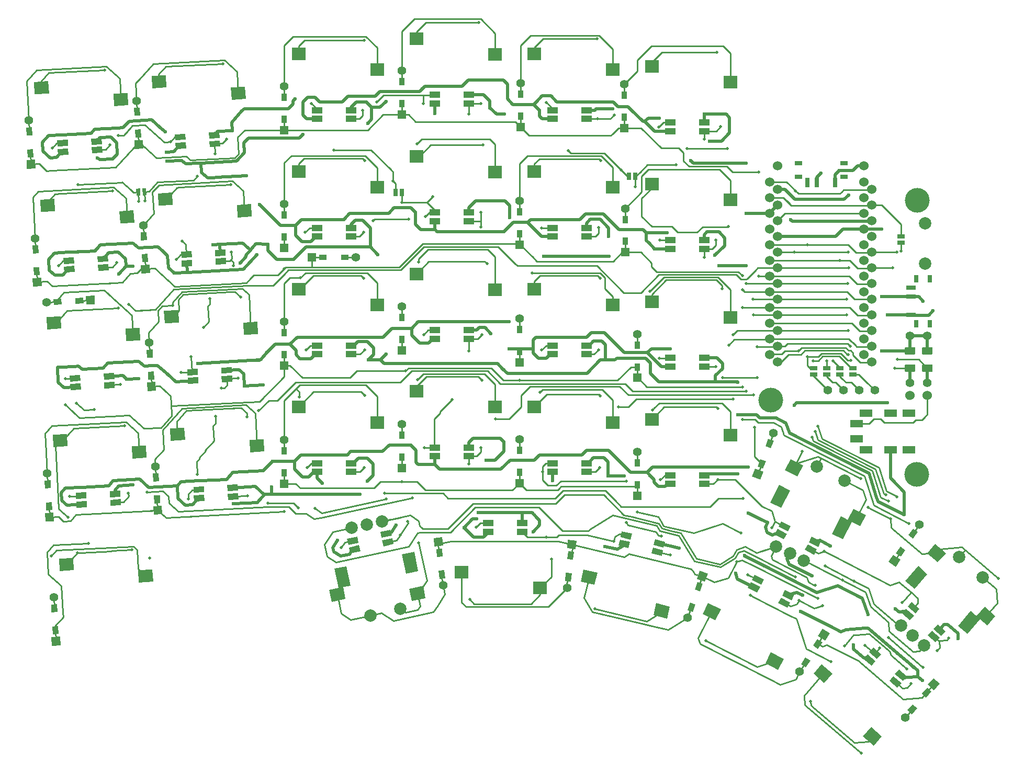
<source format=gtl>
G04 #@! TF.GenerationSoftware,KiCad,Pcbnew,(5.1.12-1-10_14)*
G04 #@! TF.CreationDate,2021-11-28T14:18:10+00:00*
G04 #@! TF.ProjectId,avalanche-hotswap,6176616c-616e-4636-9865-2d686f747377,rev?*
G04 #@! TF.SameCoordinates,Original*
G04 #@! TF.FileFunction,Copper,L1,Top*
G04 #@! TF.FilePolarity,Positive*
%FSLAX46Y46*%
G04 Gerber Fmt 4.6, Leading zero omitted, Abs format (unit mm)*
G04 Created by KiCad (PCBNEW (5.1.12-1-10_14)) date 2021-11-28 14:18:10*
%MOMM*%
%LPD*%
G01*
G04 APERTURE LIST*
G04 #@! TA.AperFunction,SMDPad,CuDef*
%ADD10C,0.100000*%
G04 #@! TD*
G04 #@! TA.AperFunction,ComponentPad*
%ADD11C,1.397000*%
G04 #@! TD*
G04 #@! TA.AperFunction,ComponentPad*
%ADD12C,0.100000*%
G04 #@! TD*
G04 #@! TA.AperFunction,SMDPad,CuDef*
%ADD13R,2.300000X2.000000*%
G04 #@! TD*
G04 #@! TA.AperFunction,SMDPad,CuDef*
%ADD14R,1.143000X0.635000*%
G04 #@! TD*
G04 #@! TA.AperFunction,SMDPad,CuDef*
%ADD15R,1.700000X1.000000*%
G04 #@! TD*
G04 #@! TA.AperFunction,ComponentPad*
%ADD16C,4.000000*%
G04 #@! TD*
G04 #@! TA.AperFunction,ComponentPad*
%ADD17C,1.524000*%
G04 #@! TD*
G04 #@! TA.AperFunction,SMDPad,CuDef*
%ADD18R,0.800000X1.200000*%
G04 #@! TD*
G04 #@! TA.AperFunction,SMDPad,CuDef*
%ADD19R,1.500000X0.800000*%
G04 #@! TD*
G04 #@! TA.AperFunction,SMDPad,CuDef*
%ADD20R,1.200000X0.800000*%
G04 #@! TD*
G04 #@! TA.AperFunction,SMDPad,CuDef*
%ADD21R,0.800000X1.500000*%
G04 #@! TD*
G04 #@! TA.AperFunction,ComponentPad*
%ADD22C,2.000000*%
G04 #@! TD*
G04 #@! TA.AperFunction,SMDPad,CuDef*
%ADD23R,0.950000X1.300000*%
G04 #@! TD*
G04 #@! TA.AperFunction,ComponentPad*
%ADD24R,1.397000X1.397000*%
G04 #@! TD*
G04 #@! TA.AperFunction,SMDPad,CuDef*
%ADD25R,1.300000X0.950000*%
G04 #@! TD*
G04 #@! TA.AperFunction,SMDPad,CuDef*
%ADD26R,0.635000X1.143000*%
G04 #@! TD*
G04 #@! TA.AperFunction,ComponentPad*
%ADD27C,0.800000*%
G04 #@! TD*
G04 #@! TA.AperFunction,ComponentPad*
%ADD28R,2.100000X1.200000*%
G04 #@! TD*
G04 #@! TA.AperFunction,ViaPad*
%ADD29C,0.500000*%
G04 #@! TD*
G04 #@! TA.AperFunction,ViaPad*
%ADD30C,0.600000*%
G04 #@! TD*
G04 #@! TA.AperFunction,Conductor*
%ADD31C,0.250000*%
G04 #@! TD*
G04 #@! TA.AperFunction,Conductor*
%ADD32C,0.500000*%
G04 #@! TD*
G04 APERTURE END LIST*
G04 #@! TA.AperFunction,SMDPad,CuDef*
D10*
G36*
X99237623Y-116268220D02*
G01*
X99342295Y-118265479D01*
X97045447Y-118385852D01*
X96940775Y-116388593D01*
X99237623Y-116268220D01*
G37*
G04 #@! TD.AperFunction*
G04 #@! TA.AperFunction,SMDPad,CuDef*
G36*
X86422095Y-114396368D02*
G01*
X86526767Y-116393627D01*
X84229919Y-116514000D01*
X84125247Y-114516741D01*
X86422095Y-114396368D01*
G37*
G04 #@! TD.AperFunction*
G04 #@! TA.AperFunction,SMDPad,CuDef*
G36*
X83853635Y-123187888D02*
G01*
X82904937Y-123237607D01*
X82836901Y-121939388D01*
X83785599Y-121889669D01*
X83853635Y-123187888D01*
G37*
G04 #@! TD.AperFunction*
D11*
X83252371Y-120791070D03*
G04 #@! TA.AperFunction,ComponentPad*
D12*
G36*
X84358056Y-128542326D02*
G01*
X82962971Y-128615439D01*
X82889858Y-127220354D01*
X84284943Y-127147241D01*
X84358056Y-128542326D01*
G37*
G04 #@! TD.AperFunction*
G04 #@! TA.AperFunction,SMDPad,CuDef*
D10*
G36*
X84039427Y-126733022D02*
G01*
X83090729Y-126782741D01*
X83022693Y-125484522D01*
X83971391Y-125434803D01*
X84039427Y-126733022D01*
G37*
G04 #@! TD.AperFunction*
D13*
X192761031Y-37356300D03*
X180061031Y-34816300D03*
X135611050Y-92506290D03*
X122911050Y-89966290D03*
D14*
X212603606Y-84724538D03*
X212603606Y-83723778D03*
X210471223Y-84724531D03*
X210471223Y-83723771D03*
X208331229Y-84724533D03*
X208331229Y-83723773D03*
X206191226Y-84724529D03*
X206191226Y-83723769D03*
D11*
X208483603Y-87292151D03*
X211023603Y-87292151D03*
X213563603Y-87292151D03*
X216103603Y-87292151D03*
D15*
X150411038Y-97936262D03*
X150411038Y-96536262D03*
X144911038Y-97936262D03*
X144911038Y-96536262D03*
D13*
X173711031Y-73456268D03*
X161011031Y-70916268D03*
G04 #@! TA.AperFunction,SMDPad,CuDef*
D10*
G36*
X104908003Y-84860591D02*
G01*
X104855667Y-83861962D01*
X106553337Y-83772991D01*
X106605673Y-84771620D01*
X104908003Y-84860591D01*
G37*
G04 #@! TD.AperFunction*
G04 #@! TA.AperFunction,SMDPad,CuDef*
G36*
X104981273Y-86258673D02*
G01*
X104928937Y-85260044D01*
X106626607Y-85171073D01*
X106678943Y-86169702D01*
X104981273Y-86258673D01*
G37*
G04 #@! TD.AperFunction*
G04 #@! TA.AperFunction,SMDPad,CuDef*
G36*
X110400465Y-84572743D02*
G01*
X110348129Y-83574114D01*
X112045799Y-83485143D01*
X112098135Y-84483772D01*
X110400465Y-84572743D01*
G37*
G04 #@! TD.AperFunction*
G04 #@! TA.AperFunction,SMDPad,CuDef*
G36*
X110473735Y-85970825D02*
G01*
X110421399Y-84972196D01*
X112119069Y-84883225D01*
X112171405Y-85881854D01*
X110473735Y-85970825D01*
G37*
G04 #@! TD.AperFunction*
G04 #@! TA.AperFunction,SMDPad,CuDef*
G36*
X204797659Y-113115133D02*
G01*
X205251650Y-112224127D01*
X206766361Y-112995911D01*
X206312370Y-113886917D01*
X204797659Y-113115133D01*
G37*
G04 #@! TD.AperFunction*
G04 #@! TA.AperFunction,SMDPad,CuDef*
G36*
X205433245Y-111867724D02*
G01*
X205887236Y-110976718D01*
X207401947Y-111748502D01*
X206947956Y-112639508D01*
X205433245Y-111867724D01*
G37*
G04 #@! TD.AperFunction*
G04 #@! TA.AperFunction,SMDPad,CuDef*
G36*
X199897123Y-110618186D02*
G01*
X200351114Y-109727180D01*
X201865825Y-110498964D01*
X201411834Y-111389970D01*
X199897123Y-110618186D01*
G37*
G04 #@! TD.AperFunction*
G04 #@! TA.AperFunction,SMDPad,CuDef*
G36*
X200532709Y-109370777D02*
G01*
X200986700Y-108479771D01*
X202501411Y-109251555D01*
X202047420Y-110142561D01*
X200532709Y-109370777D01*
G37*
G04 #@! TD.AperFunction*
G04 #@! TA.AperFunction,SMDPad,CuDef*
G36*
X136594708Y-112531408D02*
G01*
X136386797Y-111553260D01*
X138049648Y-111199810D01*
X138257559Y-112177958D01*
X136594708Y-112531408D01*
G37*
G04 #@! TD.AperFunction*
G04 #@! TA.AperFunction,SMDPad,CuDef*
G36*
X136303632Y-111162002D02*
G01*
X136095721Y-110183854D01*
X137758572Y-109830404D01*
X137966483Y-110808552D01*
X136303632Y-111162002D01*
G37*
G04 #@! TD.AperFunction*
G04 #@! TA.AperFunction,SMDPad,CuDef*
G36*
X131214896Y-113674922D02*
G01*
X131006985Y-112696774D01*
X132669836Y-112343324D01*
X132877747Y-113321472D01*
X131214896Y-113674922D01*
G37*
G04 #@! TD.AperFunction*
G04 #@! TA.AperFunction,SMDPad,CuDef*
G36*
X130923820Y-112305516D02*
G01*
X130715909Y-111327368D01*
X132378760Y-110973918D01*
X132586671Y-111952066D01*
X130923820Y-112305516D01*
G37*
G04 #@! TD.AperFunction*
D15*
X188511082Y-64386269D03*
X188511082Y-62986269D03*
X183011082Y-64386269D03*
X183011082Y-62986269D03*
G04 #@! TA.AperFunction,SMDPad,CuDef*
D10*
G36*
X86881120Y-104881473D02*
G01*
X86828784Y-103882844D01*
X88526454Y-103793873D01*
X88578790Y-104792502D01*
X86881120Y-104881473D01*
G37*
G04 #@! TD.AperFunction*
G04 #@! TA.AperFunction,SMDPad,CuDef*
G36*
X86954390Y-106279555D02*
G01*
X86902054Y-105280926D01*
X88599724Y-105191955D01*
X88652060Y-106190584D01*
X86954390Y-106279555D01*
G37*
G04 #@! TD.AperFunction*
G04 #@! TA.AperFunction,SMDPad,CuDef*
G36*
X92373582Y-104593625D02*
G01*
X92321246Y-103594996D01*
X94018916Y-103506025D01*
X94071252Y-104504654D01*
X92373582Y-104593625D01*
G37*
G04 #@! TD.AperFunction*
G04 #@! TA.AperFunction,SMDPad,CuDef*
G36*
X92446852Y-105991707D02*
G01*
X92394516Y-104993078D01*
X94092186Y-104904107D01*
X94144522Y-105902736D01*
X92446852Y-105991707D01*
G37*
G04 #@! TD.AperFunction*
G04 #@! TA.AperFunction,SMDPad,CuDef*
G36*
X85884106Y-85857586D02*
G01*
X85831770Y-84858957D01*
X87529440Y-84769986D01*
X87581776Y-85768615D01*
X85884106Y-85857586D01*
G37*
G04 #@! TD.AperFunction*
G04 #@! TA.AperFunction,SMDPad,CuDef*
G36*
X85957376Y-87255668D02*
G01*
X85905040Y-86257039D01*
X87602710Y-86168068D01*
X87655046Y-87166697D01*
X85957376Y-87255668D01*
G37*
G04 #@! TD.AperFunction*
G04 #@! TA.AperFunction,SMDPad,CuDef*
G36*
X91376568Y-85569738D02*
G01*
X91324232Y-84571109D01*
X93021902Y-84482138D01*
X93074238Y-85480767D01*
X91376568Y-85569738D01*
G37*
G04 #@! TD.AperFunction*
G04 #@! TA.AperFunction,SMDPad,CuDef*
G36*
X91449838Y-86967820D02*
G01*
X91397502Y-85969191D01*
X93095172Y-85880220D01*
X93147508Y-86878849D01*
X91449838Y-86967820D01*
G37*
G04 #@! TD.AperFunction*
G04 #@! TA.AperFunction,SMDPad,CuDef*
G36*
X84887085Y-66833685D02*
G01*
X84834749Y-65835056D01*
X86532419Y-65746085D01*
X86584755Y-66744714D01*
X84887085Y-66833685D01*
G37*
G04 #@! TD.AperFunction*
G04 #@! TA.AperFunction,SMDPad,CuDef*
G36*
X84960355Y-68231767D02*
G01*
X84908019Y-67233138D01*
X86605689Y-67144167D01*
X86658025Y-68142796D01*
X84960355Y-68231767D01*
G37*
G04 #@! TD.AperFunction*
G04 #@! TA.AperFunction,SMDPad,CuDef*
G36*
X90379547Y-66545837D02*
G01*
X90327211Y-65547208D01*
X92024881Y-65458237D01*
X92077217Y-66456866D01*
X90379547Y-66545837D01*
G37*
G04 #@! TD.AperFunction*
G04 #@! TA.AperFunction,SMDPad,CuDef*
G36*
X90452817Y-67943919D02*
G01*
X90400481Y-66945290D01*
X92098151Y-66856319D01*
X92150487Y-67854948D01*
X90452817Y-67943919D01*
G37*
G04 #@! TD.AperFunction*
G04 #@! TA.AperFunction,SMDPad,CuDef*
G36*
X83890132Y-47809800D02*
G01*
X83837796Y-46811171D01*
X85535466Y-46722200D01*
X85587802Y-47720829D01*
X83890132Y-47809800D01*
G37*
G04 #@! TD.AperFunction*
G04 #@! TA.AperFunction,SMDPad,CuDef*
G36*
X83963402Y-49207882D02*
G01*
X83911066Y-48209253D01*
X85608736Y-48120282D01*
X85661072Y-49118911D01*
X83963402Y-49207882D01*
G37*
G04 #@! TD.AperFunction*
G04 #@! TA.AperFunction,SMDPad,CuDef*
G36*
X89382594Y-47521952D02*
G01*
X89330258Y-46523323D01*
X91027928Y-46434352D01*
X91080264Y-47432981D01*
X89382594Y-47521952D01*
G37*
G04 #@! TD.AperFunction*
G04 #@! TA.AperFunction,SMDPad,CuDef*
G36*
X89455864Y-48920034D02*
G01*
X89403528Y-47921405D01*
X91101198Y-47832434D01*
X91153534Y-48831063D01*
X89455864Y-48920034D01*
G37*
G04 #@! TD.AperFunction*
G04 #@! TA.AperFunction,SMDPad,CuDef*
G36*
X102914000Y-46812800D02*
G01*
X102861664Y-45814171D01*
X104559334Y-45725200D01*
X104611670Y-46723829D01*
X102914000Y-46812800D01*
G37*
G04 #@! TD.AperFunction*
G04 #@! TA.AperFunction,SMDPad,CuDef*
G36*
X102987270Y-48210882D02*
G01*
X102934934Y-47212253D01*
X104632604Y-47123282D01*
X104684940Y-48121911D01*
X102987270Y-48210882D01*
G37*
G04 #@! TD.AperFunction*
G04 #@! TA.AperFunction,SMDPad,CuDef*
G36*
X108406462Y-46524952D02*
G01*
X108354126Y-45526323D01*
X110051796Y-45437352D01*
X110104132Y-46435981D01*
X108406462Y-46524952D01*
G37*
G04 #@! TD.AperFunction*
G04 #@! TA.AperFunction,SMDPad,CuDef*
G36*
X108479732Y-47923034D02*
G01*
X108427396Y-46924405D01*
X110125066Y-46835434D01*
X110177402Y-47834063D01*
X108479732Y-47923034D01*
G37*
G04 #@! TD.AperFunction*
G04 #@! TA.AperFunction,SMDPad,CuDef*
G36*
X103911002Y-65836670D02*
G01*
X103858666Y-64838041D01*
X105556336Y-64749070D01*
X105608672Y-65747699D01*
X103911002Y-65836670D01*
G37*
G04 #@! TD.AperFunction*
G04 #@! TA.AperFunction,SMDPad,CuDef*
G36*
X103984272Y-67234752D02*
G01*
X103931936Y-66236123D01*
X105629606Y-66147152D01*
X105681942Y-67145781D01*
X103984272Y-67234752D01*
G37*
G04 #@! TD.AperFunction*
G04 #@! TA.AperFunction,SMDPad,CuDef*
G36*
X109403464Y-65548822D02*
G01*
X109351128Y-64550193D01*
X111048798Y-64461222D01*
X111101134Y-65459851D01*
X109403464Y-65548822D01*
G37*
G04 #@! TD.AperFunction*
G04 #@! TA.AperFunction,SMDPad,CuDef*
G36*
X109476734Y-66946904D02*
G01*
X109424398Y-65948275D01*
X111122068Y-65859304D01*
X111174404Y-66857933D01*
X109476734Y-66946904D01*
G37*
G04 #@! TD.AperFunction*
G04 #@! TA.AperFunction,SMDPad,CuDef*
G36*
X105905021Y-103884497D02*
G01*
X105852685Y-102885868D01*
X107550355Y-102796897D01*
X107602691Y-103795526D01*
X105905021Y-103884497D01*
G37*
G04 #@! TD.AperFunction*
G04 #@! TA.AperFunction,SMDPad,CuDef*
G36*
X105978291Y-105282579D02*
G01*
X105925955Y-104283950D01*
X107623625Y-104194979D01*
X107675961Y-105193608D01*
X105978291Y-105282579D01*
G37*
G04 #@! TD.AperFunction*
G04 #@! TA.AperFunction,SMDPad,CuDef*
G36*
X111397483Y-103596649D02*
G01*
X111345147Y-102598020D01*
X113042817Y-102509049D01*
X113095153Y-103507678D01*
X111397483Y-103596649D01*
G37*
G04 #@! TD.AperFunction*
G04 #@! TA.AperFunction,SMDPad,CuDef*
G36*
X111470753Y-104994731D02*
G01*
X111418417Y-103996102D01*
X113116087Y-103907131D01*
X113168423Y-104905760D01*
X111470753Y-104994731D01*
G37*
G04 #@! TD.AperFunction*
D15*
X131361054Y-100486308D03*
X131361054Y-99086308D03*
X125861054Y-100486308D03*
X125861054Y-99086308D03*
X131361043Y-81436295D03*
X131361043Y-80036295D03*
X125861043Y-81436295D03*
X125861043Y-80036295D03*
X131361052Y-62386263D03*
X131361052Y-60986263D03*
X125861052Y-62386263D03*
X125861052Y-60986263D03*
X131361061Y-43336299D03*
X131361061Y-41936299D03*
X125861061Y-43336299D03*
X125861061Y-41936299D03*
X150411066Y-40836298D03*
X150411066Y-39436298D03*
X144911066Y-40836298D03*
X144911066Y-39436298D03*
X150411027Y-59886293D03*
X150411027Y-58486293D03*
X144911027Y-59886293D03*
X144911027Y-58486293D03*
X150411055Y-78936290D03*
X150411055Y-77536290D03*
X144911055Y-78936290D03*
X144911055Y-77536290D03*
X159031421Y-110170563D03*
X159031421Y-108770563D03*
X153531421Y-110170563D03*
X153531421Y-108770563D03*
G04 #@! TA.AperFunction,SMDPad,CuDef*
D10*
G36*
X179977547Y-113707280D02*
G01*
X180210992Y-112734910D01*
X181864021Y-113131768D01*
X181630576Y-114104138D01*
X179977547Y-113707280D01*
G37*
G04 #@! TD.AperFunction*
G04 #@! TA.AperFunction,SMDPad,CuDef*
G36*
X180304370Y-112345962D02*
G01*
X180537815Y-111373592D01*
X182190844Y-111770450D01*
X181957399Y-112742820D01*
X180304370Y-112345962D01*
G37*
G04 #@! TD.AperFunction*
G04 #@! TA.AperFunction,SMDPad,CuDef*
G36*
X174629512Y-112423330D02*
G01*
X174862957Y-111450960D01*
X176515986Y-111847818D01*
X176282541Y-112820188D01*
X174629512Y-112423330D01*
G37*
G04 #@! TD.AperFunction*
G04 #@! TA.AperFunction,SMDPad,CuDef*
G36*
X174956335Y-111062012D02*
G01*
X175189780Y-110089642D01*
X176842809Y-110486500D01*
X176609364Y-111458870D01*
X174956335Y-111062012D01*
G37*
G04 #@! TD.AperFunction*
D15*
X169461087Y-100486269D03*
X169461087Y-99086269D03*
X163961087Y-100486269D03*
X163961087Y-99086269D03*
X169461068Y-81436272D03*
X169461068Y-80036272D03*
X163961068Y-81436272D03*
X163961068Y-80036272D03*
X169461050Y-62386293D03*
X169461050Y-60986293D03*
X163961050Y-62386293D03*
X163961050Y-60986293D03*
X169461054Y-43336280D03*
X169461054Y-41936280D03*
X163961054Y-43336280D03*
X163961054Y-41936280D03*
X188511067Y-45336291D03*
X188511067Y-43936291D03*
X183011067Y-45336291D03*
X183011067Y-43936291D03*
X188511066Y-83436271D03*
X188511066Y-82036271D03*
X183011066Y-83436271D03*
X183011066Y-82036271D03*
G04 #@! TA.AperFunction,SMDPad,CuDef*
D10*
G36*
X224699259Y-126969877D02*
G01*
X225348707Y-126209471D01*
X226641397Y-127313533D01*
X225991949Y-128073939D01*
X224699259Y-126969877D01*
G37*
G04 #@! TD.AperFunction*
G04 #@! TA.AperFunction,SMDPad,CuDef*
G36*
X225608486Y-125905309D02*
G01*
X226257934Y-125144903D01*
X227550624Y-126248965D01*
X226901176Y-127009371D01*
X225608486Y-125905309D01*
G37*
G04 #@! TD.AperFunction*
G04 #@! TA.AperFunction,SMDPad,CuDef*
G36*
X220517026Y-123397913D02*
G01*
X221166474Y-122637507D01*
X222459164Y-123741569D01*
X221809716Y-124501975D01*
X220517026Y-123397913D01*
G37*
G04 #@! TD.AperFunction*
G04 #@! TA.AperFunction,SMDPad,CuDef*
G36*
X221426253Y-122333345D02*
G01*
X222075701Y-121572939D01*
X223368391Y-122677001D01*
X222718943Y-123437407D01*
X221426253Y-122333345D01*
G37*
G04 #@! TD.AperFunction*
G04 #@! TA.AperFunction,SMDPad,CuDef*
G36*
X200480827Y-121743422D02*
G01*
X200934818Y-120852416D01*
X202449529Y-121624200D01*
X201995538Y-122515206D01*
X200480827Y-121743422D01*
G37*
G04 #@! TD.AperFunction*
G04 #@! TA.AperFunction,SMDPad,CuDef*
G36*
X201116413Y-120496013D02*
G01*
X201570404Y-119605007D01*
X203085115Y-120376791D01*
X202631124Y-121267797D01*
X201116413Y-120496013D01*
G37*
G04 #@! TD.AperFunction*
G04 #@! TA.AperFunction,SMDPad,CuDef*
G36*
X195580291Y-119246475D02*
G01*
X196034282Y-118355469D01*
X197548993Y-119127253D01*
X197095002Y-120018259D01*
X195580291Y-119246475D01*
G37*
G04 #@! TD.AperFunction*
G04 #@! TA.AperFunction,SMDPad,CuDef*
G36*
X196215877Y-117999066D02*
G01*
X196669868Y-117108060D01*
X198184579Y-117879844D01*
X197730588Y-118770850D01*
X196215877Y-117999066D01*
G37*
G04 #@! TD.AperFunction*
G04 #@! TA.AperFunction,SMDPad,CuDef*
G36*
X218473294Y-134319090D02*
G01*
X219122742Y-133558684D01*
X220415432Y-134662746D01*
X219765984Y-135423152D01*
X218473294Y-134319090D01*
G37*
G04 #@! TD.AperFunction*
G04 #@! TA.AperFunction,SMDPad,CuDef*
G36*
X219382521Y-133254522D02*
G01*
X220031969Y-132494116D01*
X221324659Y-133598178D01*
X220675211Y-134358584D01*
X219382521Y-133254522D01*
G37*
G04 #@! TD.AperFunction*
G04 #@! TA.AperFunction,SMDPad,CuDef*
G36*
X214291061Y-130747126D02*
G01*
X214940509Y-129986720D01*
X216233199Y-131090782D01*
X215583751Y-131851188D01*
X214291061Y-130747126D01*
G37*
G04 #@! TD.AperFunction*
G04 #@! TA.AperFunction,SMDPad,CuDef*
G36*
X215200288Y-129682558D02*
G01*
X215849736Y-128922152D01*
X217142426Y-130026214D01*
X216492978Y-130786620D01*
X215200288Y-129682558D01*
G37*
G04 #@! TD.AperFunction*
D15*
X188511072Y-102436290D03*
X188511072Y-101036290D03*
X183011072Y-102436290D03*
X183011072Y-101036290D03*
D13*
X173711048Y-92506279D03*
X161011048Y-89966279D03*
G04 #@! TA.AperFunction,SMDPad,CuDef*
D10*
G36*
X101409487Y-36257052D02*
G01*
X101514159Y-38254311D01*
X99217311Y-38374684D01*
X99112639Y-36377425D01*
X101409487Y-36257052D01*
G37*
G04 #@! TD.AperFunction*
G04 #@! TA.AperFunction,SMDPad,CuDef*
G36*
X114225015Y-38128904D02*
G01*
X114329687Y-40126163D01*
X112032839Y-40246536D01*
X111928167Y-38249277D01*
X114225015Y-38128904D01*
G37*
G04 #@! TD.AperFunction*
D16*
X222989608Y-56532159D03*
D17*
X200413428Y-50931537D03*
X214354615Y-50931520D03*
X224622634Y-88094294D03*
X221822605Y-88094276D03*
D18*
X225060992Y-69191514D03*
X222860992Y-69191514D03*
X225060992Y-76511514D03*
X222860992Y-76511514D03*
D19*
X221930992Y-70651514D03*
X221930992Y-72131514D03*
X221930992Y-75071514D03*
D20*
X203780995Y-50541510D03*
X203780995Y-52741510D03*
X211100995Y-50541510D03*
X211100995Y-52741510D03*
D21*
X205240995Y-53671510D03*
X206720995Y-53671510D03*
X209660995Y-53671510D03*
D13*
X192761032Y-94506299D03*
X180061032Y-91966299D03*
X141961046Y-87458793D03*
X154661046Y-89998793D03*
G04 #@! TA.AperFunction,SMDPad,CuDef*
D10*
G36*
X206203142Y-133151329D02*
G01*
X207502038Y-131630517D01*
X209250972Y-133124247D01*
X207952076Y-134645059D01*
X206203142Y-133151329D01*
G37*
G04 #@! TD.AperFunction*
G04 #@! TA.AperFunction,SMDPad,CuDef*
G36*
X214210700Y-143330750D02*
G01*
X215509596Y-141809938D01*
X217258530Y-143303668D01*
X215959634Y-144824480D01*
X214210700Y-143330750D01*
G37*
G04 #@! TD.AperFunction*
D13*
X149272373Y-116740398D03*
X161972373Y-119280398D03*
G04 #@! TA.AperFunction,SMDPad,CuDef*
D10*
G36*
X235619757Y-123807148D02*
G01*
X234320861Y-125327960D01*
X232571927Y-123834230D01*
X233870823Y-122313418D01*
X235619757Y-123807148D01*
G37*
G04 #@! TD.AperFunction*
G04 #@! TA.AperFunction,SMDPad,CuDef*
G36*
X227612199Y-113627727D02*
G01*
X226313303Y-115148539D01*
X224564369Y-113654809D01*
X225863265Y-112133997D01*
X227612199Y-113627727D01*
G37*
G04 #@! TD.AperFunction*
D22*
X233544575Y-117537178D03*
X229742545Y-114289938D03*
G04 #@! TA.AperFunction,ComponentPad*
D12*
G36*
X231076986Y-126739407D02*
G01*
X229556174Y-125440510D01*
X231634408Y-123007211D01*
X233155220Y-124306108D01*
X231076986Y-126739407D01*
G37*
G04 #@! TD.AperFunction*
G04 #@! TA.AperFunction,ComponentPad*
G36*
X222560440Y-119465589D02*
G01*
X221039628Y-118166692D01*
X223117862Y-115733393D01*
X224638674Y-117032290D01*
X222560440Y-119465589D01*
G37*
G04 #@! TD.AperFunction*
D22*
X224127579Y-128563065D03*
X222226564Y-126939445D03*
X220325549Y-125315825D03*
G04 #@! TA.AperFunction,SMDPad,CuDef*
D10*
G36*
X222348246Y-111276675D02*
G01*
X221565326Y-110738589D01*
X222301654Y-109667225D01*
X223084574Y-110205311D01*
X222348246Y-111276675D01*
G37*
G04 #@! TD.AperFunction*
D11*
X223330321Y-109009126D03*
G04 #@! TA.AperFunction,ComponentPad*
D12*
G36*
X219488854Y-115831709D02*
G01*
X218337550Y-115040439D01*
X219128820Y-113889135D01*
X220280124Y-114680405D01*
X219488854Y-115831709D01*
G37*
G04 #@! TD.AperFunction*
G04 #@! TA.AperFunction,SMDPad,CuDef*
D10*
G36*
X220337504Y-114202323D02*
G01*
X219554584Y-113664237D01*
X220290912Y-112592873D01*
X221073832Y-113130959D01*
X220337504Y-114202323D01*
G37*
G04 #@! TD.AperFunction*
G04 #@! TA.AperFunction,SMDPad,CuDef*
G36*
X128238854Y-121550779D02*
G01*
X127823031Y-119594484D01*
X130072770Y-119116287D01*
X130488593Y-121072582D01*
X128238854Y-121550779D01*
G37*
G04 #@! TD.AperFunction*
G04 #@! TA.AperFunction,SMDPad,CuDef*
G36*
X141189424Y-121394795D02*
G01*
X140773601Y-119438500D01*
X143023340Y-118960303D01*
X143439163Y-120916598D01*
X141189424Y-121394795D01*
G37*
G04 #@! TD.AperFunction*
G04 #@! TA.AperFunction,SMDPad,CuDef*
G36*
X145144499Y-112969952D02*
G01*
X146089294Y-112870650D01*
X146225181Y-114163528D01*
X145280386Y-114262830D01*
X145144499Y-112969952D01*
G37*
G04 #@! TD.AperFunction*
G04 #@! TA.AperFunction,ComponentPad*
D12*
G36*
X144731615Y-111179803D02*
G01*
X146120962Y-111033776D01*
X146266989Y-112423123D01*
X144877642Y-112569150D01*
X144731615Y-111179803D01*
G37*
G04 #@! TD.AperFunction*
D11*
X146241454Y-118862569D03*
G04 #@! TA.AperFunction,SMDPad,CuDef*
D10*
G36*
X145515575Y-116500504D02*
G01*
X146460370Y-116401202D01*
X146596257Y-117694080D01*
X145651462Y-117793382D01*
X145515575Y-116500504D01*
G37*
G04 #@! TD.AperFunction*
G04 #@! TA.AperFunction,SMDPad,CuDef*
G36*
X188247130Y-123460333D02*
G01*
X189155111Y-121678320D01*
X191204426Y-122722499D01*
X190296445Y-124504512D01*
X188247130Y-123460333D01*
G37*
G04 #@! TD.AperFunction*
G04 #@! TA.AperFunction,SMDPad,CuDef*
G36*
X198409777Y-131489169D02*
G01*
X199317758Y-129707156D01*
X201367073Y-130751335D01*
X200459092Y-132533348D01*
X198409777Y-131489169D01*
G37*
G04 #@! TD.AperFunction*
G04 #@! TA.AperFunction,SMDPad,CuDef*
G36*
X168523228Y-118238483D02*
G01*
X168990119Y-116293743D01*
X171226570Y-116830667D01*
X170759679Y-118775407D01*
X168523228Y-118238483D01*
G37*
G04 #@! TD.AperFunction*
G04 #@! TA.AperFunction,SMDPad,CuDef*
G36*
X180279374Y-123673059D02*
G01*
X180746265Y-121728319D01*
X182982716Y-122265243D01*
X182515825Y-124209983D01*
X180279374Y-123673059D01*
G37*
G04 #@! TD.AperFunction*
G04 #@! TA.AperFunction,SMDPad,CuDef*
G36*
X83382590Y-56277958D02*
G01*
X83487262Y-58275217D01*
X81190414Y-58395590D01*
X81085742Y-56398331D01*
X83382590Y-56277958D01*
G37*
G04 #@! TD.AperFunction*
G04 #@! TA.AperFunction,SMDPad,CuDef*
G36*
X96198118Y-58149810D02*
G01*
X96302790Y-60147069D01*
X94005942Y-60267442D01*
X93901270Y-58270183D01*
X96198118Y-58149810D01*
G37*
G04 #@! TD.AperFunction*
G04 #@! TA.AperFunction,SMDPad,CuDef*
G36*
X103403499Y-74304855D02*
G01*
X103508171Y-76302114D01*
X101211323Y-76422487D01*
X101106651Y-74425228D01*
X103403499Y-74304855D01*
G37*
G04 #@! TD.AperFunction*
G04 #@! TA.AperFunction,SMDPad,CuDef*
G36*
X116219027Y-76176707D02*
G01*
X116323699Y-78173966D01*
X114026851Y-78294339D01*
X113922179Y-76297080D01*
X116219027Y-76176707D01*
G37*
G04 #@! TD.AperFunction*
G04 #@! TA.AperFunction,SMDPad,CuDef*
G36*
X222253650Y-138101722D02*
G01*
X222976036Y-138718698D01*
X222131754Y-139707226D01*
X221409368Y-139090250D01*
X222253650Y-138101722D01*
G37*
G04 #@! TD.AperFunction*
D11*
X221039931Y-140254194D03*
G04 #@! TA.AperFunction,ComponentPad*
D12*
G36*
X225573509Y-133870529D02*
G01*
X226635796Y-134777808D01*
X225728517Y-135840095D01*
X224666230Y-134932816D01*
X225573509Y-133870529D01*
G37*
G04 #@! TD.AperFunction*
G04 #@! TA.AperFunction,SMDPad,CuDef*
D10*
G36*
X224559190Y-135402280D02*
G01*
X225281576Y-136019256D01*
X224437294Y-137007784D01*
X223714908Y-136390808D01*
X224559190Y-135402280D01*
G37*
G04 #@! TD.AperFunction*
G04 #@! TA.AperFunction,SMDPad,CuDef*
G36*
X204903130Y-130491534D02*
G01*
X205699867Y-131008941D01*
X204991836Y-132099212D01*
X204195099Y-131581805D01*
X204903130Y-130491534D01*
G37*
G04 #@! TD.AperFunction*
D11*
X203980748Y-132784014D03*
G04 #@! TA.AperFunction,ComponentPad*
D12*
G36*
X207642305Y-125863210D02*
G01*
X208813928Y-126624071D01*
X208053067Y-127795694D01*
X206881444Y-127034833D01*
X207642305Y-125863210D01*
G37*
G04 #@! TD.AperFunction*
G04 #@! TA.AperFunction,SMDPad,CuDef*
D10*
G36*
X206836598Y-127514254D02*
G01*
X207633335Y-128031661D01*
X206925304Y-129121932D01*
X206128567Y-128604525D01*
X206836598Y-127514254D01*
G37*
G04 #@! TD.AperFunction*
G04 #@! TA.AperFunction,SMDPad,CuDef*
G36*
X186222461Y-121634728D02*
G01*
X187117970Y-121951844D01*
X186684021Y-123177278D01*
X185788512Y-122860162D01*
X186222461Y-121634728D01*
G37*
G04 #@! TD.AperFunction*
D11*
X185860734Y-124079191D03*
G04 #@! TA.AperFunction,ComponentPad*
D12*
G36*
X187805491Y-116494838D02*
G01*
X189122361Y-116961166D01*
X188656033Y-118278036D01*
X187339163Y-117811708D01*
X187805491Y-116494838D01*
G37*
G04 #@! TD.AperFunction*
G04 #@! TA.AperFunction,SMDPad,CuDef*
D10*
G36*
X187407475Y-118288350D02*
G01*
X188302984Y-118605466D01*
X187869035Y-119830900D01*
X186973526Y-119513784D01*
X187407475Y-118288350D01*
G37*
G04 #@! TD.AperFunction*
G04 #@! TA.AperFunction,SMDPad,CuDef*
G36*
X166132526Y-116827481D02*
G01*
X167077321Y-116926783D01*
X166941434Y-118219661D01*
X165996639Y-118120359D01*
X166132526Y-116827481D01*
G37*
G04 #@! TD.AperFunction*
D11*
X166351442Y-119288848D03*
G04 #@! TA.AperFunction,ComponentPad*
D12*
G36*
X166471934Y-111460055D02*
G01*
X167861281Y-111606082D01*
X167715254Y-112995429D01*
X166325907Y-112849402D01*
X166471934Y-111460055D01*
G37*
G04 #@! TD.AperFunction*
G04 #@! TA.AperFunction,SMDPad,CuDef*
D10*
G36*
X166503602Y-113296929D02*
G01*
X167448397Y-113396231D01*
X167312510Y-114689109D01*
X166367715Y-114589807D01*
X166503602Y-113296929D01*
G37*
G04 #@! TD.AperFunction*
G04 #@! TA.AperFunction,SMDPad,CuDef*
G36*
X199296162Y-96650803D02*
G01*
X198409260Y-96310354D01*
X198875138Y-95096699D01*
X199762040Y-95437148D01*
X199296162Y-96650803D01*
G37*
G04 #@! TD.AperFunction*
D11*
X199721753Y-94216645D03*
G04 #@! TA.AperFunction,ComponentPad*
D12*
G36*
X197579127Y-101747493D02*
G01*
X196274915Y-101246853D01*
X196775555Y-99942641D01*
X198079767Y-100443281D01*
X197579127Y-101747493D01*
G37*
G04 #@! TD.AperFunction*
G04 #@! TA.AperFunction,SMDPad,CuDef*
D10*
G36*
X198023956Y-99965013D02*
G01*
X197137054Y-99624564D01*
X197602932Y-98410909D01*
X198489834Y-98751358D01*
X198023956Y-99965013D01*
G37*
G04 #@! TD.AperFunction*
D23*
X177711059Y-99011295D03*
D11*
X177711059Y-97236295D03*
D24*
X177711059Y-104336295D03*
D23*
X177711059Y-102561295D03*
X158661057Y-96961253D03*
D11*
X158661057Y-95186253D03*
D24*
X158661057Y-102286253D03*
D23*
X158661057Y-100511253D03*
X139611030Y-94511290D03*
D11*
X139611030Y-92736290D03*
D24*
X139611030Y-99836290D03*
D23*
X139611030Y-98061290D03*
X120561055Y-97061258D03*
D11*
X120561055Y-95286258D03*
D24*
X120561055Y-102386258D03*
D23*
X120561055Y-100611258D03*
G04 #@! TA.AperFunction,SMDPad,CuDef*
D10*
G36*
X100509508Y-105544138D02*
G01*
X99560810Y-105593857D01*
X99492774Y-104295638D01*
X100441472Y-104245919D01*
X100509508Y-105544138D01*
G37*
G04 #@! TD.AperFunction*
G04 #@! TA.AperFunction,ComponentPad*
D12*
G36*
X100828137Y-107353442D02*
G01*
X99433052Y-107426555D01*
X99359939Y-106031470D01*
X100755024Y-105958357D01*
X100828137Y-107353442D01*
G37*
G04 #@! TD.AperFunction*
D11*
X99722452Y-99602186D03*
G04 #@! TA.AperFunction,SMDPad,CuDef*
D10*
G36*
X100323716Y-101999004D02*
G01*
X99375018Y-102048723D01*
X99306982Y-100750504D01*
X100255680Y-100700785D01*
X100323716Y-101999004D01*
G37*
G04 #@! TD.AperFunction*
G04 #@! TA.AperFunction,SMDPad,CuDef*
G36*
X82993983Y-106662354D02*
G01*
X82045285Y-106712073D01*
X81977249Y-105413854D01*
X82925947Y-105364135D01*
X82993983Y-106662354D01*
G37*
G04 #@! TD.AperFunction*
G04 #@! TA.AperFunction,ComponentPad*
D12*
G36*
X83312612Y-108471658D02*
G01*
X81917527Y-108544771D01*
X81844414Y-107149686D01*
X83239499Y-107076573D01*
X83312612Y-108471658D01*
G37*
G04 #@! TD.AperFunction*
D11*
X82206927Y-100720402D03*
G04 #@! TA.AperFunction,SMDPad,CuDef*
D10*
G36*
X82808191Y-103117220D02*
G01*
X81859493Y-103166939D01*
X81791457Y-101868720D01*
X82740155Y-101819001D01*
X82808191Y-103117220D01*
G37*
G04 #@! TD.AperFunction*
D23*
X177711059Y-79936286D03*
D11*
X177711059Y-78161286D03*
D24*
X177711059Y-85261286D03*
D23*
X177711059Y-83486286D03*
X158661040Y-77411262D03*
D11*
X158661040Y-75636262D03*
D24*
X158661040Y-82736262D03*
D23*
X158661040Y-80961262D03*
X139611048Y-75461270D03*
D11*
X139611048Y-73686270D03*
D24*
X139611048Y-80786270D03*
D23*
X139611048Y-79011270D03*
X120561047Y-77961282D03*
D11*
X120561047Y-76186282D03*
D24*
X120561047Y-83286282D03*
D23*
X120561047Y-81511282D03*
G04 #@! TA.AperFunction,SMDPad,CuDef*
D10*
G36*
X99510068Y-85518994D02*
G01*
X98561370Y-85568713D01*
X98493334Y-84270494D01*
X99442032Y-84220775D01*
X99510068Y-85518994D01*
G37*
G04 #@! TD.AperFunction*
G04 #@! TA.AperFunction,ComponentPad*
D12*
G36*
X99828697Y-87328298D02*
G01*
X98433612Y-87401411D01*
X98360499Y-86006326D01*
X99755584Y-85933213D01*
X99828697Y-87328298D01*
G37*
G04 #@! TD.AperFunction*
D11*
X98723012Y-79577042D03*
G04 #@! TA.AperFunction,SMDPad,CuDef*
D10*
G36*
X99324276Y-81973860D02*
G01*
X98375578Y-82023579D01*
X98307542Y-80725360D01*
X99256240Y-80675641D01*
X99324276Y-81973860D01*
G37*
G04 #@! TD.AperFunction*
G04 #@! TA.AperFunction,SMDPad,CuDef*
G36*
X88049914Y-72250566D02*
G01*
X88099633Y-73199264D01*
X86801414Y-73267300D01*
X86751695Y-72318602D01*
X88049914Y-72250566D01*
G37*
G04 #@! TD.AperFunction*
G04 #@! TA.AperFunction,ComponentPad*
D12*
G36*
X89859218Y-71931937D02*
G01*
X89932331Y-73327022D01*
X88537246Y-73400135D01*
X88464133Y-72005050D01*
X89859218Y-71931937D01*
G37*
G04 #@! TD.AperFunction*
D11*
X82107962Y-73037622D03*
G04 #@! TA.AperFunction,SMDPad,CuDef*
D10*
G36*
X84504780Y-72436358D02*
G01*
X84554499Y-73385056D01*
X83256280Y-73453092D01*
X83206561Y-72504394D01*
X84504780Y-72436358D01*
G37*
G04 #@! TD.AperFunction*
D23*
X175711066Y-59611268D03*
D11*
X175711066Y-57836268D03*
D24*
X175711066Y-64936268D03*
D23*
X175711066Y-63161268D03*
X158661041Y-58361284D03*
D11*
X158661041Y-56586284D03*
D24*
X158661041Y-63686284D03*
D23*
X158661041Y-61911284D03*
D25*
X130386043Y-65786277D03*
D11*
X132161043Y-65786277D03*
D24*
X125061043Y-65786277D03*
D25*
X126836043Y-65786277D03*
D23*
X120561054Y-58861303D03*
D11*
X120561054Y-57086303D03*
D24*
X120561054Y-64186303D03*
D23*
X120561054Y-62411303D03*
G04 #@! TA.AperFunction,SMDPad,CuDef*
D10*
G36*
X98513086Y-66495109D02*
G01*
X97564388Y-66544828D01*
X97496352Y-65246609D01*
X98445050Y-65196890D01*
X98513086Y-66495109D01*
G37*
G04 #@! TD.AperFunction*
G04 #@! TA.AperFunction,ComponentPad*
D12*
G36*
X98831715Y-68304413D02*
G01*
X97436630Y-68377526D01*
X97363517Y-66982441D01*
X98758602Y-66909328D01*
X98831715Y-68304413D01*
G37*
G04 #@! TD.AperFunction*
D11*
X97726030Y-60553157D03*
G04 #@! TA.AperFunction,SMDPad,CuDef*
D10*
G36*
X98327294Y-62949975D02*
G01*
X97378596Y-62999694D01*
X97310560Y-61701475D01*
X98259258Y-61651756D01*
X98327294Y-62949975D01*
G37*
G04 #@! TD.AperFunction*
G04 #@! TA.AperFunction,SMDPad,CuDef*
G36*
X80999996Y-68614555D02*
G01*
X80051298Y-68664274D01*
X79983262Y-67366055D01*
X80931960Y-67316336D01*
X80999996Y-68614555D01*
G37*
G04 #@! TD.AperFunction*
G04 #@! TA.AperFunction,ComponentPad*
D12*
G36*
X81318625Y-70423859D02*
G01*
X79923540Y-70496972D01*
X79850427Y-69101887D01*
X81245512Y-69028774D01*
X81318625Y-70423859D01*
G37*
G04 #@! TD.AperFunction*
D11*
X80212940Y-62672603D03*
G04 #@! TA.AperFunction,SMDPad,CuDef*
D10*
G36*
X80814204Y-65069421D02*
G01*
X79865506Y-65119140D01*
X79797470Y-63820921D01*
X80746168Y-63771202D01*
X80814204Y-65069421D01*
G37*
G04 #@! TD.AperFunction*
D23*
X175591057Y-39471260D03*
D11*
X175591057Y-37696260D03*
D24*
X175591057Y-44796260D03*
D23*
X175591057Y-43021260D03*
X158781066Y-39311283D03*
D11*
X158781066Y-37536283D03*
D24*
X158781066Y-44636283D03*
D23*
X158781066Y-42861283D03*
X139611020Y-37311284D03*
D11*
X139611020Y-35536284D03*
D24*
X139611020Y-42636284D03*
D23*
X139611020Y-40861284D03*
X120561040Y-39811264D03*
D11*
X120561040Y-38036264D03*
D24*
X120561040Y-45136264D03*
D23*
X120561040Y-43361264D03*
G04 #@! TA.AperFunction,SMDPad,CuDef*
D10*
G36*
X97436396Y-46333816D02*
G01*
X96487698Y-46383535D01*
X96419662Y-45085316D01*
X97368360Y-45035597D01*
X97436396Y-46333816D01*
G37*
G04 #@! TD.AperFunction*
G04 #@! TA.AperFunction,ComponentPad*
D12*
G36*
X97755025Y-48143120D02*
G01*
X96359940Y-48216233D01*
X96286827Y-46821148D01*
X97681912Y-46748035D01*
X97755025Y-48143120D01*
G37*
G04 #@! TD.AperFunction*
D11*
X96649340Y-40391864D03*
G04 #@! TA.AperFunction,SMDPad,CuDef*
D10*
G36*
X97250604Y-42788682D02*
G01*
X96301906Y-42838401D01*
X96233870Y-41540182D01*
X97182568Y-41490463D01*
X97250604Y-42788682D01*
G37*
G04 #@! TD.AperFunction*
G04 #@! TA.AperFunction,SMDPad,CuDef*
G36*
X80000388Y-49540767D02*
G01*
X79051690Y-49590486D01*
X78983654Y-48292267D01*
X79932352Y-48242548D01*
X80000388Y-49540767D01*
G37*
G04 #@! TD.AperFunction*
G04 #@! TA.AperFunction,ComponentPad*
D12*
G36*
X80319017Y-51350071D02*
G01*
X78923932Y-51423184D01*
X78850819Y-50028099D01*
X80245904Y-49954986D01*
X80319017Y-51350071D01*
G37*
G04 #@! TD.AperFunction*
D11*
X79213332Y-43598815D03*
G04 #@! TA.AperFunction,SMDPad,CuDef*
D10*
G36*
X79814596Y-45995633D02*
G01*
X78865898Y-46045352D01*
X78797862Y-44747133D01*
X79746560Y-44697414D01*
X79814596Y-45995633D01*
G37*
G04 #@! TD.AperFunction*
G04 #@! TA.AperFunction,SMDPad,CuDef*
G36*
X97655551Y-55721732D02*
G01*
X97595731Y-54580299D01*
X98229861Y-54547066D01*
X98289681Y-55688499D01*
X97655551Y-55721732D01*
G37*
G04 #@! TD.AperFunction*
G04 #@! TA.AperFunction,SMDPad,CuDef*
G36*
X96656163Y-55774108D02*
G01*
X96596343Y-54632675D01*
X97230473Y-54599442D01*
X97290293Y-55740875D01*
X96656163Y-55774108D01*
G37*
G04 #@! TD.AperFunction*
D26*
X138560273Y-55236288D03*
X139561033Y-55236288D03*
X176310658Y-52636296D03*
X177311418Y-52636296D03*
D14*
X220359616Y-62391777D03*
X220359616Y-63392537D03*
G04 #@! TA.AperFunction,SMDPad,CuDef*
D10*
G36*
X84379594Y-75301853D02*
G01*
X84484266Y-77299112D01*
X82187418Y-77419485D01*
X82082746Y-75422226D01*
X84379594Y-75301853D01*
G37*
G04 #@! TD.AperFunction*
G04 #@! TA.AperFunction,SMDPad,CuDef*
G36*
X97195122Y-77173705D02*
G01*
X97299794Y-79170964D01*
X95002946Y-79291337D01*
X94898274Y-77294078D01*
X97195122Y-77173705D01*
G37*
G04 #@! TD.AperFunction*
G04 #@! TA.AperFunction,SMDPad,CuDef*
G36*
X102406501Y-55280960D02*
G01*
X102511173Y-57278219D01*
X100214325Y-57398592D01*
X100109653Y-55401333D01*
X102406501Y-55280960D01*
G37*
G04 #@! TD.AperFunction*
G04 #@! TA.AperFunction,SMDPad,CuDef*
G36*
X115222029Y-57152812D02*
G01*
X115326701Y-59150071D01*
X113029853Y-59270444D01*
X112925181Y-57273185D01*
X115222029Y-57152812D01*
G37*
G04 #@! TD.AperFunction*
D13*
X135611042Y-73456298D03*
X122911042Y-70916298D03*
X192761055Y-75456295D03*
X180061055Y-72916295D03*
G04 #@! TA.AperFunction,SMDPad,CuDef*
D10*
G36*
X85376580Y-94325735D02*
G01*
X85481252Y-96322994D01*
X83184404Y-96443367D01*
X83079732Y-94446108D01*
X85376580Y-94325735D01*
G37*
G04 #@! TD.AperFunction*
G04 #@! TA.AperFunction,SMDPad,CuDef*
G36*
X98192108Y-96197587D02*
G01*
X98296780Y-98194846D01*
X95999932Y-98315219D01*
X95895260Y-96317960D01*
X98192108Y-96197587D01*
G37*
G04 #@! TD.AperFunction*
D13*
X154661028Y-70956305D03*
X141961028Y-68416305D03*
D11*
X221807623Y-78484297D03*
X221807623Y-86104297D03*
G04 #@! TA.AperFunction,SMDPad,CuDef*
G36*
G01*
X222432623Y-81519297D02*
X221182623Y-81519297D01*
G75*
G02*
X220932623Y-81269297I0J250000D01*
G01*
X220932623Y-80519297D01*
G75*
G02*
X221182623Y-80269297I250000J0D01*
G01*
X222432623Y-80269297D01*
G75*
G02*
X222682623Y-80519297I0J-250000D01*
G01*
X222682623Y-81269297D01*
G75*
G02*
X222432623Y-81519297I-250000J0D01*
G01*
G37*
G04 #@! TD.AperFunction*
G04 #@! TA.AperFunction,SMDPad,CuDef*
G36*
G01*
X222432623Y-84319297D02*
X221182623Y-84319297D01*
G75*
G02*
X220932623Y-84069297I0J250000D01*
G01*
X220932623Y-83319297D01*
G75*
G02*
X221182623Y-83069297I250000J0D01*
G01*
X222432623Y-83069297D01*
G75*
G02*
X222682623Y-83319297I0J-250000D01*
G01*
X222682623Y-84069297D01*
G75*
G02*
X222432623Y-84319297I-250000J0D01*
G01*
G37*
G04 #@! TD.AperFunction*
D27*
X221807623Y-83694297D03*
X221807623Y-80894297D03*
D11*
X224607675Y-86104263D03*
X224607675Y-78484263D03*
G04 #@! TA.AperFunction,SMDPad,CuDef*
G36*
G01*
X223982675Y-83069263D02*
X225232675Y-83069263D01*
G75*
G02*
X225482675Y-83319263I0J-250000D01*
G01*
X225482675Y-84069263D01*
G75*
G02*
X225232675Y-84319263I-250000J0D01*
G01*
X223982675Y-84319263D01*
G75*
G02*
X223732675Y-84069263I0J250000D01*
G01*
X223732675Y-83319263D01*
G75*
G02*
X223982675Y-83069263I250000J0D01*
G01*
G37*
G04 #@! TD.AperFunction*
G04 #@! TA.AperFunction,SMDPad,CuDef*
G36*
G01*
X223982675Y-80269263D02*
X225232675Y-80269263D01*
G75*
G02*
X225482675Y-80519263I0J-250000D01*
G01*
X225482675Y-81269263D01*
G75*
G02*
X225232675Y-81519263I-250000J0D01*
G01*
X223982675Y-81519263D01*
G75*
G02*
X223732675Y-81269263I0J250000D01*
G01*
X223732675Y-80519263D01*
G75*
G02*
X223982675Y-80269263I250000J0D01*
G01*
G37*
G04 #@! TD.AperFunction*
D27*
X224607675Y-80894263D03*
X224607675Y-83694263D03*
D22*
X134476446Y-123721342D03*
X139367184Y-122681784D03*
G04 #@! TA.AperFunction,ComponentPad*
D12*
G36*
X128678000Y-116161711D02*
G01*
X130634295Y-115745887D01*
X131299612Y-118875959D01*
X129343317Y-119291783D01*
X128678000Y-116161711D01*
G37*
G04 #@! TD.AperFunction*
G04 #@! TA.AperFunction,ComponentPad*
G36*
X139633254Y-113833101D02*
G01*
X141589549Y-113417277D01*
X142254866Y-116547349D01*
X140298571Y-116963173D01*
X139633254Y-113833101D01*
G37*
G04 #@! TD.AperFunction*
D22*
X131461726Y-109538202D03*
X133907095Y-109018423D03*
X136352464Y-108498644D03*
X211188095Y-101894840D03*
X206733062Y-99624887D03*
G04 #@! TA.AperFunction,ComponentPad*
D12*
G36*
X210936904Y-111418857D02*
G01*
X209154891Y-110510876D01*
X210607660Y-107659655D01*
X212389673Y-108567636D01*
X210936904Y-111418857D01*
G37*
G04 #@! TD.AperFunction*
G04 #@! TA.AperFunction,ComponentPad*
G36*
X200957630Y-106334163D02*
G01*
X199175617Y-105426182D01*
X200628386Y-102574961D01*
X202410399Y-103482942D01*
X200957630Y-106334163D01*
G37*
G04 #@! TD.AperFunction*
D22*
X204605233Y-114814434D03*
X202377716Y-113679458D03*
X200150200Y-112544482D03*
D16*
X199276802Y-88868955D03*
X222900500Y-100886755D03*
D17*
X200413463Y-59817037D03*
X215653463Y-77597037D03*
X200413463Y-69977037D03*
X215653463Y-67437037D03*
X215653463Y-62357037D03*
X200413463Y-80137037D03*
X215653463Y-59817037D03*
X215653463Y-54737037D03*
X200413463Y-75057037D03*
X215653463Y-82677037D03*
X200413463Y-67437037D03*
X200413463Y-57277037D03*
X200413463Y-62357037D03*
X200413463Y-64897037D03*
X200413463Y-77597037D03*
X200413463Y-72517037D03*
X215653463Y-75057037D03*
X215653463Y-72517037D03*
X200413463Y-82677037D03*
X215653463Y-80137037D03*
X215653463Y-57277037D03*
X200413463Y-54737037D03*
X215653463Y-69977037D03*
X215653463Y-64897037D03*
X199114648Y-53541292D03*
X199114648Y-56081292D03*
X199114648Y-58621292D03*
X199114648Y-61161292D03*
X199114648Y-63701292D03*
X199114648Y-66241292D03*
X199114648Y-68781292D03*
X199114648Y-71321292D03*
X199114648Y-73861292D03*
X199114648Y-76401292D03*
X199114648Y-78941292D03*
X199114648Y-81481292D03*
X214354648Y-81481292D03*
X214354648Y-78941292D03*
X214354648Y-76401292D03*
X214354648Y-73861292D03*
X214354648Y-71321292D03*
X214354648Y-68781292D03*
X214354648Y-66241292D03*
X214354648Y-63701292D03*
X214354648Y-61161292D03*
X214354648Y-58621292D03*
X214354648Y-56081292D03*
X214354648Y-53541292D03*
G04 #@! TA.AperFunction,SMDPad,CuDef*
D10*
G36*
X104400479Y-93328751D02*
G01*
X104505151Y-95326010D01*
X102208303Y-95446383D01*
X102103631Y-93449124D01*
X104400479Y-93328751D01*
G37*
G04 #@! TD.AperFunction*
G04 #@! TA.AperFunction,SMDPad,CuDef*
G36*
X117216007Y-95200603D02*
G01*
X117320679Y-97197862D01*
X115023831Y-97318235D01*
X114919159Y-95320976D01*
X117216007Y-95200603D01*
G37*
G04 #@! TD.AperFunction*
G04 #@! TA.AperFunction,SMDPad,CuDef*
G36*
X214669634Y-107507129D02*
G01*
X213761653Y-109289142D01*
X211712338Y-108244963D01*
X212620319Y-106462950D01*
X214669634Y-107507129D01*
G37*
G04 #@! TD.AperFunction*
G04 #@! TA.AperFunction,SMDPad,CuDef*
G36*
X204506987Y-99478293D02*
G01*
X203599006Y-101260306D01*
X201549691Y-100216127D01*
X202457672Y-98434114D01*
X204506987Y-99478293D01*
G37*
G04 #@! TD.AperFunction*
D13*
X192761041Y-56406267D03*
X180061041Y-53866267D03*
X173711049Y-54406285D03*
X161011049Y-51866285D03*
X173711056Y-35356263D03*
X161011056Y-32816263D03*
X154661032Y-51906303D03*
X141961032Y-49366303D03*
X141961020Y-30316301D03*
X154661020Y-32856301D03*
X135611032Y-54406293D03*
X122911032Y-51866293D03*
X135611034Y-35356295D03*
X122911034Y-32816295D03*
G04 #@! TA.AperFunction,SMDPad,CuDef*
D10*
G36*
X82385608Y-37254051D02*
G01*
X82490280Y-39251310D01*
X80193432Y-39371683D01*
X80088760Y-37374424D01*
X82385608Y-37254051D01*
G37*
G04 #@! TD.AperFunction*
G04 #@! TA.AperFunction,SMDPad,CuDef*
G36*
X95201136Y-39125903D02*
G01*
X95305808Y-41123162D01*
X93008960Y-41243535D01*
X92904288Y-39246276D01*
X95201136Y-39125903D01*
G37*
G04 #@! TD.AperFunction*
D22*
X224289609Y-66782148D03*
X224289609Y-60262148D03*
D28*
X214660025Y-90938974D03*
X213160025Y-95138974D03*
X221660025Y-90938974D03*
X218660025Y-90938974D03*
X221660025Y-96888974D03*
X218660025Y-96888974D03*
X214660025Y-96888974D03*
X213160025Y-92688974D03*
D29*
X82899122Y-114050275D03*
X134911062Y-59786284D03*
X140661041Y-59536279D03*
X142061035Y-47336284D03*
X102511250Y-73520473D03*
X123161038Y-69086307D03*
X142311020Y-66536295D03*
X160661068Y-68276276D03*
X179711039Y-71236307D03*
X123036045Y-88361269D03*
X142111055Y-85536296D03*
X161941074Y-87606279D03*
X180111046Y-90436294D03*
D30*
X116099539Y-65298024D03*
X156951037Y-76176276D03*
X156111041Y-61586267D03*
X156951030Y-80596289D03*
X144951049Y-99296305D03*
X161861027Y-41936298D03*
X123561045Y-41936285D03*
X103985450Y-50061194D03*
X101538803Y-50189377D03*
X117783129Y-81181692D03*
X116576980Y-57211976D03*
X114480909Y-52565304D03*
X179711061Y-101036308D03*
X123561039Y-45886296D03*
X129176661Y-111589518D03*
X149632929Y-109525004D03*
X193593704Y-116893024D03*
X225531000Y-74391524D03*
X181239813Y-43191645D03*
X142927749Y-38469568D03*
X144909824Y-42471632D03*
X125885218Y-59626230D03*
X141811055Y-58486296D03*
X164021031Y-59626288D03*
X180494456Y-64386274D03*
X182498578Y-61750411D03*
X183011048Y-80560398D03*
X163945165Y-78676281D03*
X144925182Y-76176284D03*
X125825195Y-78676258D03*
X125895199Y-97726262D03*
X141041033Y-96136268D03*
X163961071Y-101890383D03*
X163945179Y-97726277D03*
X183005186Y-99676273D03*
X101290219Y-45445893D03*
X101460169Y-48688566D03*
X84681510Y-45905744D03*
X85648616Y-64931201D03*
X102788338Y-68298834D03*
X86557396Y-83418993D03*
X101632507Y-84669856D03*
X106585327Y-82910120D03*
X87739565Y-102973906D03*
X106701444Y-101940099D03*
X126762721Y-102347013D03*
X151702720Y-108097003D03*
X172442758Y-112533005D03*
X198278620Y-115682296D03*
X195065055Y-114005276D03*
X198775761Y-108702932D03*
X212639273Y-128492918D03*
X219390606Y-122656074D03*
X218140241Y-89272782D03*
X206618974Y-89272784D03*
D29*
X206179601Y-82492161D03*
D30*
X195657600Y-107114157D03*
X118705718Y-98786036D03*
X214988388Y-123616996D03*
X203051846Y-89677073D03*
X218140232Y-75078681D03*
X195625491Y-99673427D03*
X189361039Y-46936281D03*
X135711054Y-65286295D03*
X154011046Y-82936299D03*
X186361040Y-50086296D03*
X156111062Y-83986296D03*
X114110701Y-86581286D03*
X117156509Y-86421697D03*
X92808867Y-49845818D03*
X137061000Y-81436295D03*
X190261058Y-65436272D03*
X173111054Y-65586267D03*
X173061036Y-62386280D03*
X157061062Y-59286281D03*
X162561041Y-65586287D03*
X112143683Y-45227577D03*
X122311049Y-40086294D03*
X133801070Y-40576275D03*
X137011001Y-40486288D03*
X153851056Y-41546289D03*
X156161051Y-42586285D03*
X204280206Y-59912983D03*
X193986077Y-85961273D03*
X96068932Y-67148901D03*
X122061064Y-66086267D03*
X188501043Y-42576291D03*
X156111066Y-95636273D03*
X153436034Y-56586282D03*
X118495706Y-102899171D03*
X95076759Y-85475937D03*
X97024079Y-85373904D03*
X153201039Y-98596283D03*
X172336039Y-41711278D03*
X173736044Y-41711263D03*
X184505010Y-112840214D03*
X151951074Y-107063134D03*
X214489286Y-125806311D03*
X190911033Y-67141719D03*
X219757306Y-129832905D03*
X205992971Y-117327023D03*
X117922472Y-63633637D03*
X193986080Y-91221366D03*
X134102689Y-44031427D03*
X131261032Y-64036300D03*
X169434452Y-65586266D03*
X188459564Y-85937733D03*
X154011048Y-78086288D03*
X134139817Y-82371633D03*
X133969826Y-102001639D03*
X172969808Y-101161629D03*
X191761035Y-100809643D03*
X90343901Y-49623679D03*
X93804323Y-68477359D03*
X113398366Y-66707007D03*
X108996536Y-63707600D03*
X96093003Y-102594341D03*
X112355117Y-105628454D03*
X138695700Y-109087026D03*
X160809186Y-110170536D03*
X208966499Y-112447536D03*
X223819097Y-134223666D03*
X229632946Y-127488856D03*
X195261904Y-67140863D03*
X220868628Y-107428038D03*
D29*
X209379605Y-82492150D03*
D30*
X202536170Y-59655590D03*
X211948787Y-59912973D03*
X195308723Y-50481281D03*
X193986058Y-100805701D03*
X175611046Y-101153599D03*
X172541855Y-82379909D03*
X132815903Y-104137812D03*
X204408520Y-120436610D03*
X204123794Y-123038439D03*
X175611057Y-82076871D03*
X195298204Y-58636105D03*
D29*
X219724728Y-64897029D03*
X219734726Y-82287023D03*
X205170460Y-63701291D03*
X205179601Y-81812153D03*
X212243603Y-82458162D03*
X218984731Y-67437024D03*
X219339608Y-83682156D03*
X210430495Y-66241265D03*
X208331235Y-82510540D03*
X197372326Y-68781272D03*
X197358537Y-51970483D03*
X120561007Y-67636272D03*
X194727728Y-71021279D03*
X194737721Y-68751285D03*
X140211041Y-84136290D03*
X85131666Y-89652156D03*
X158661036Y-85636275D03*
X194703828Y-86724890D03*
X194703800Y-92023613D03*
X221659640Y-108806704D03*
X194677723Y-73861278D03*
X139611076Y-102086273D03*
X177701049Y-106966468D03*
X194471164Y-110390122D03*
X196650028Y-93228974D03*
X120575018Y-106920848D03*
X141255672Y-104735887D03*
X98359221Y-103751408D03*
X193746205Y-115022814D03*
X206883857Y-120986356D03*
X192520012Y-79954296D03*
X88906777Y-112055323D03*
X203816344Y-121310520D03*
X203279610Y-54992151D03*
X207647014Y-122173350D03*
X218353335Y-105243138D03*
X205978265Y-94840220D03*
X220359606Y-64752155D03*
X95872974Y-113115011D03*
X98740250Y-114421709D03*
X91500777Y-35394465D03*
X211858890Y-67437024D03*
X92733634Y-55001795D03*
X93723274Y-73981029D03*
X94720271Y-93004917D03*
X95394802Y-73392741D03*
X85548450Y-107853123D03*
X87130203Y-113578203D03*
X110624534Y-34392234D03*
X211700372Y-69977031D03*
X116422344Y-90565776D03*
X111907321Y-53996971D03*
X113556743Y-72190581D03*
X114572082Y-91563999D03*
X195339935Y-87408778D03*
X195329903Y-69988848D03*
X133511045Y-30586292D03*
X133566045Y-50081277D03*
X133406064Y-69131276D03*
X133611028Y-88136273D03*
X142331136Y-111979925D03*
X211590386Y-72517025D03*
X194822962Y-104738795D03*
X136769605Y-103952152D03*
X196371187Y-72517007D03*
X152061036Y-27736283D03*
X211530392Y-75057012D03*
X152716032Y-47581286D03*
X152561054Y-85636294D03*
X153361048Y-66786261D03*
X150572368Y-121155503D03*
X163769390Y-114617693D03*
X154711029Y-91867674D03*
X196519929Y-88048779D03*
X196509920Y-75058881D03*
X171211060Y-30386291D03*
X171756050Y-50081270D03*
X171666042Y-69131277D03*
X171716059Y-88181281D03*
X170844200Y-122621466D03*
X174648621Y-89966267D03*
X193222702Y-88706311D03*
X193212696Y-78276299D03*
X211799767Y-77597029D03*
X190561043Y-32536270D03*
X190716031Y-90181278D03*
X192261074Y-48136270D03*
X191411042Y-70786274D03*
X192461057Y-60786293D03*
X188785095Y-127801149D03*
X191461057Y-85196393D03*
X197100308Y-80208697D03*
X212144726Y-80137020D03*
X185713220Y-48136257D03*
X197102352Y-85196394D03*
X205713937Y-137637757D03*
X214999357Y-106212387D03*
X204393640Y-97167663D03*
X213859236Y-101527059D03*
X218652476Y-108073749D03*
X236118983Y-117732106D03*
X211790470Y-81481281D03*
X211798902Y-64896985D03*
X203264968Y-117437357D03*
X203084481Y-64897024D03*
X217914177Y-104224412D03*
X206445706Y-93944840D03*
X210885447Y-118019066D03*
X208066738Y-115740721D03*
X203779604Y-80892156D03*
X212760940Y-118132536D03*
X219695988Y-104520181D03*
X206899528Y-93076198D03*
X206470421Y-118873674D03*
X162194468Y-60986298D03*
X171389819Y-80741635D03*
X123949813Y-61701641D03*
X133539834Y-80721635D03*
X177311420Y-54335874D03*
X183961040Y-50786295D03*
X188511027Y-46636291D03*
X191179823Y-44621620D03*
X181295180Y-62986285D03*
X166511038Y-48436279D03*
X175029752Y-51567564D03*
X162979825Y-40661631D03*
X171423757Y-60881502D03*
X144611042Y-55886268D03*
X139561055Y-56836266D03*
X152355166Y-40836293D03*
X150411066Y-42522884D03*
X143369814Y-59181642D03*
X98021229Y-56632322D03*
X106520862Y-52581934D03*
X111242443Y-46584733D03*
X109385988Y-48974136D03*
X103073073Y-66109042D03*
X104026117Y-63085014D03*
X138136536Y-53410761D03*
X124961049Y-40836281D03*
X133411039Y-61690417D03*
X128611022Y-48398460D03*
X97021812Y-56683923D03*
X83061119Y-48061636D03*
X93415817Y-66605145D03*
X87179085Y-53972579D03*
X209028533Y-131175857D03*
X211178467Y-128658592D03*
X195574532Y-117111117D03*
X195965829Y-120465822D03*
X221262651Y-132347467D03*
X221943711Y-134782660D03*
X214522314Y-128536236D03*
X216925602Y-128971303D03*
X218321907Y-127336415D03*
X223921649Y-132101902D03*
X226220699Y-129410062D03*
X228100150Y-127389603D03*
X207895157Y-113360698D03*
X220547280Y-121635863D03*
X190709821Y-101721627D03*
X199476476Y-109486407D03*
X190395176Y-62986283D03*
X188511070Y-65730380D03*
X181269812Y-82091639D03*
X181169826Y-44661639D03*
X173925145Y-42736297D03*
X171255167Y-43336276D03*
X162239816Y-80721638D03*
X171599827Y-99771639D03*
X175904365Y-101982701D03*
X162345175Y-100486271D03*
X183013446Y-113921908D03*
X181602755Y-110875568D03*
X175894344Y-108684594D03*
X162922729Y-111031362D03*
X173867585Y-111726191D03*
X152375182Y-96536259D03*
X151652719Y-109447019D03*
X150419611Y-99182153D03*
X147711034Y-88736277D03*
X152559815Y-78251633D03*
X150411061Y-80936249D03*
X143259819Y-96561641D03*
X152379809Y-60841636D03*
X152379814Y-58471646D03*
X143129819Y-78251644D03*
X135511033Y-40586290D03*
X143064476Y-40816303D03*
X133265156Y-41936282D03*
X124099816Y-80721622D03*
X133529819Y-99801621D03*
X140557810Y-108471659D03*
X137078589Y-104896934D03*
X124239817Y-99801635D03*
X139302411Y-110746001D03*
X125560366Y-106404662D03*
X129812409Y-112752755D03*
X117946732Y-105498998D03*
X114577345Y-104331238D03*
X122848292Y-106294706D03*
X109420809Y-91483451D03*
X113072825Y-85332028D03*
X110422570Y-86904769D03*
X105073208Y-104847444D03*
X106487479Y-100859853D03*
X84020274Y-67127570D03*
X94068916Y-86327987D03*
X89827631Y-90407425D03*
X85118878Y-85415139D03*
X86918736Y-89358221D03*
X95350360Y-103936927D03*
X85847171Y-104434991D03*
X213947129Y-145997809D03*
X107503516Y-77064059D03*
X108513692Y-72454878D03*
X111990798Y-64912558D03*
X112330569Y-67060836D03*
X105502591Y-81875356D03*
X103884053Y-84413569D03*
X102204851Y-47058369D03*
X92357310Y-47554421D03*
X93719979Y-46041041D03*
X190399824Y-83421636D03*
X181449817Y-101731635D03*
D30*
X211860978Y-55651523D03*
X208140989Y-56361530D03*
X207430989Y-52121517D03*
X210360988Y-51671537D03*
X223958262Y-72820235D03*
X217226724Y-61145032D03*
X217236727Y-72085027D03*
X217236733Y-80885026D03*
D31*
X96118488Y-112526345D02*
X83684543Y-113177986D01*
X83684543Y-113177986D02*
X82899122Y-114050275D01*
X96774823Y-113117313D02*
X96938651Y-116244013D01*
X96938651Y-116244013D02*
X98141515Y-117327046D01*
X96774823Y-113117313D02*
X96118488Y-112526345D01*
X83252389Y-120791036D02*
X83345254Y-122563596D01*
X79213318Y-43598793D02*
X79306201Y-45371347D01*
X91746303Y-34805803D02*
X93926009Y-36768432D01*
X93926009Y-36768432D02*
X94105067Y-40184723D01*
X80510727Y-35394672D02*
X91746303Y-34805803D01*
X78878366Y-37207570D02*
X80510727Y-35394672D01*
X79213318Y-43598793D02*
X78878366Y-37207570D01*
X112944657Y-35671558D02*
X113128965Y-39187723D01*
X110870056Y-33803589D02*
X112944657Y-35671558D01*
X99334893Y-34408149D02*
X110870056Y-33803589D01*
X96742285Y-42164414D02*
X96649371Y-40391848D01*
X96500716Y-37555802D02*
X97070418Y-36923082D01*
X96649338Y-40391870D02*
X96500716Y-37555802D01*
X96519681Y-37534722D02*
X97070418Y-36923082D01*
X97070418Y-36923082D02*
X99334893Y-34408149D01*
X120561058Y-38036286D02*
X120561043Y-39811278D01*
X135611062Y-31835265D02*
X135611042Y-35356281D01*
X133787033Y-30011291D02*
X135611062Y-31835265D01*
X120561058Y-38036286D02*
X120561071Y-31436291D01*
X121986041Y-30011279D02*
X123236049Y-30011273D01*
X122886045Y-30011278D02*
X123236049Y-30011273D01*
X120561071Y-31436291D02*
X121986041Y-30011279D01*
X123236049Y-30011273D02*
X133787033Y-30011291D01*
X139611070Y-35536268D02*
X139611030Y-37311303D01*
X154661059Y-29485276D02*
X154661030Y-32856305D01*
X152337033Y-27161302D02*
X154661059Y-29485276D01*
X139611058Y-29136292D02*
X141586027Y-27161266D01*
X141586027Y-27161266D02*
X152337033Y-27161302D01*
X139611070Y-35536268D02*
X139611058Y-29136292D01*
X158781059Y-39311269D02*
X158781060Y-37536271D01*
X171487069Y-29811282D02*
X173711035Y-32035274D01*
X173711035Y-32035274D02*
X173711061Y-35356291D01*
X160436038Y-29811267D02*
X171487069Y-29811282D01*
X158781023Y-31466289D02*
X160436038Y-29811267D01*
X158781060Y-37536271D02*
X158781023Y-31466289D01*
X175591046Y-37696258D02*
X175591065Y-39471272D01*
X179961056Y-31536297D02*
X177711034Y-33786291D01*
X191561004Y-31536293D02*
X179961056Y-31536297D01*
X192761034Y-37356299D02*
X192761036Y-32736281D01*
X192761036Y-32736281D02*
X191561004Y-31536293D01*
X177711040Y-35576281D02*
X175591046Y-37696258D01*
X177711039Y-35316852D02*
X177711040Y-35576281D01*
X177711034Y-33786291D02*
X177711039Y-35316852D01*
X80305816Y-64445165D02*
X80212906Y-62672610D01*
X80744948Y-55054324D02*
X92979130Y-54413141D01*
X92979130Y-54413141D02*
X94943411Y-56181786D01*
X79864897Y-56031748D02*
X80744948Y-55054324D01*
X94943411Y-56181786D02*
X95102054Y-59208614D01*
X80212906Y-62672610D02*
X79864897Y-56031748D01*
X97818890Y-62325698D02*
X97725988Y-60553161D01*
X113959458Y-55034979D02*
X114125929Y-58211640D01*
X99246171Y-55166213D02*
X100268137Y-54031152D01*
X100268137Y-54031152D02*
X112152837Y-53408307D01*
X97725988Y-60553161D02*
X99429306Y-58661407D01*
X112152837Y-53408307D02*
X113959458Y-55034979D01*
X99429306Y-58661407D02*
X99246171Y-55166213D01*
X120561061Y-58861291D02*
X120561047Y-57086254D01*
X133642065Y-49306295D02*
X135611017Y-51275282D01*
X121691018Y-49306285D02*
X133642065Y-49306295D01*
X135611017Y-51275282D02*
X135611046Y-54406279D01*
X120561012Y-50436281D02*
X121691018Y-49306285D01*
X120561047Y-57086254D02*
X120561012Y-50436281D01*
X142811026Y-46586274D02*
X153811055Y-46586293D01*
X154661037Y-47436276D02*
X154661027Y-49836294D01*
X153811055Y-46586293D02*
X154661037Y-47436276D01*
X154661024Y-51906307D02*
X154661027Y-49836294D01*
X154661027Y-49836294D02*
X154661062Y-48675259D01*
X130386076Y-65786272D02*
X132161063Y-65786274D01*
X138011057Y-59536275D02*
X140661041Y-59536279D01*
X142811026Y-46586274D02*
X142061035Y-47336284D01*
X135161060Y-59536270D02*
X134911062Y-59786284D01*
X138011057Y-59536275D02*
X135161060Y-59536270D01*
X173711011Y-51185293D02*
X173711032Y-54406283D01*
X171870295Y-49344548D02*
X172478594Y-49952863D01*
X159902783Y-49344549D02*
X171870295Y-49344548D01*
X158661055Y-50586277D02*
X159902783Y-49344549D01*
X158661019Y-56586276D02*
X158661055Y-50586277D01*
X172478594Y-49952863D02*
X173711011Y-51185293D01*
X158661060Y-58361282D02*
X158661019Y-56586276D01*
X192761030Y-53275280D02*
X190992066Y-51506262D01*
X190992066Y-51506262D02*
X179441056Y-51506254D01*
X192761067Y-56406273D02*
X192761030Y-53275280D01*
X179441056Y-51506254D02*
X178361050Y-52586292D01*
X175711033Y-59611273D02*
X175711034Y-57836271D01*
X178361050Y-52586292D02*
X178361059Y-54886255D01*
X178361069Y-55186272D02*
X175711063Y-57836273D01*
X178361059Y-54886255D02*
X178361069Y-55186272D01*
X95938312Y-75165713D02*
X93968815Y-73392371D01*
X96099054Y-78232570D02*
X95938312Y-75165713D01*
X82107979Y-73037631D02*
X83880561Y-72944763D01*
X84878204Y-71440472D02*
X91420195Y-71097619D01*
X91420195Y-71097619D02*
X92260461Y-71854182D01*
X92260461Y-71854182D02*
X91893161Y-71523441D01*
X95938312Y-75165713D02*
X92260461Y-71854182D01*
X83860946Y-72570237D02*
X84878204Y-71440472D01*
X83880561Y-72944763D02*
X83860946Y-72570237D01*
X98815896Y-81349631D02*
X98723000Y-79577033D01*
X100836339Y-73608256D02*
X102511250Y-73520473D01*
X100152320Y-74367885D02*
X100836339Y-73608256D01*
X100245347Y-76142654D02*
X100152320Y-74367885D01*
X98636641Y-77929306D02*
X100245347Y-76142654D01*
X98723000Y-79577033D02*
X98636641Y-77929306D01*
X113809360Y-70800482D02*
X114834011Y-71723079D01*
X114834011Y-71723079D02*
X115122954Y-77235503D01*
X103997818Y-71314658D02*
X113809360Y-70800482D01*
X102511250Y-73520473D02*
X102483757Y-72996194D01*
X102483757Y-72996194D02*
X103997818Y-71314658D01*
X120561060Y-76186275D02*
X120561051Y-77961271D01*
X121461058Y-69086293D02*
X123161038Y-69086307D01*
X120561056Y-69986283D02*
X121461058Y-69086293D01*
X120561060Y-76186275D02*
X120561056Y-69986283D01*
X135611056Y-73456285D02*
X135611047Y-69871264D01*
X135611047Y-69871264D02*
X134001032Y-68261302D01*
X123986014Y-68261283D02*
X123161038Y-69086307D01*
X134001032Y-68261302D02*
X123986014Y-68261283D01*
X154661050Y-65672704D02*
X154661041Y-70956296D01*
X153474660Y-64486310D02*
X154661050Y-65672704D01*
X143792441Y-64486292D02*
X153474660Y-64486310D01*
X142311059Y-65967674D02*
X143792441Y-64486292D01*
X142311020Y-66536295D02*
X142311059Y-65967674D01*
X139611017Y-75461303D02*
X139611038Y-73686294D01*
X158661059Y-77411264D02*
X158661038Y-75636264D01*
X171942041Y-68556267D02*
X172441558Y-69055774D01*
X173711036Y-72136304D02*
X172441552Y-70866768D01*
X173711047Y-73456262D02*
X173711036Y-72136304D01*
X172441558Y-69055774D02*
X172441552Y-70866768D01*
X171662041Y-68276274D02*
X172441558Y-69055774D01*
X160661068Y-68276276D02*
X171662041Y-68276274D01*
X179711039Y-71236307D02*
X181967856Y-68979479D01*
X181967856Y-68979479D02*
X190704270Y-68979470D01*
X192761071Y-71036265D02*
X192761066Y-75456287D01*
X190704270Y-68979470D02*
X192761071Y-71036265D01*
X177711034Y-78161292D02*
X177711066Y-79936259D01*
X99815327Y-101374759D02*
X99722397Y-99602198D01*
X115844130Y-90996634D02*
X116119952Y-96259441D01*
X99722397Y-99602198D02*
X99662212Y-98453784D01*
X99662212Y-98453784D02*
X101081684Y-96877326D01*
X104069427Y-90177454D02*
X114336735Y-89639362D01*
X114336735Y-89639362D02*
X115844130Y-90996634D01*
X101081684Y-96877326D02*
X100914228Y-93681694D01*
X100914228Y-93681694D02*
X104069427Y-90177454D01*
X135611043Y-92506292D02*
X135611052Y-89285258D01*
X120561043Y-97061291D02*
X120561063Y-95286274D01*
X120561026Y-94686280D02*
X120561019Y-88936284D01*
X123036045Y-88361269D02*
X123036039Y-87611268D01*
X135611043Y-92506292D02*
X135611048Y-88266301D01*
X135611048Y-88266301D02*
X133781043Y-86436278D01*
X133781043Y-86436278D02*
X123061045Y-86436289D01*
X120561019Y-88936284D02*
X120951053Y-88546274D01*
X120951053Y-88546274D02*
X121936056Y-87561295D01*
X123036042Y-87551263D02*
X122491021Y-87006255D01*
X123036045Y-88361269D02*
X123036042Y-87551263D01*
X123061045Y-86436289D02*
X122491021Y-87006255D01*
X122491021Y-87006255D02*
X120951053Y-88546274D01*
X139611048Y-92736281D02*
X139611056Y-94511295D01*
X154661024Y-86279912D02*
X154661042Y-90006298D01*
X152967443Y-84586313D02*
X154661024Y-86279912D01*
X143061035Y-84586293D02*
X152967443Y-84586313D01*
X142111055Y-85536296D02*
X143061035Y-84586293D01*
X158661055Y-95186275D02*
X158661037Y-96961277D01*
X173711043Y-89639910D02*
X173711040Y-88849913D01*
X173711043Y-92506276D02*
X173711043Y-89639910D01*
X173711040Y-88849913D02*
X172024258Y-87163115D01*
X172024258Y-87163115D02*
X162384240Y-87163106D01*
X162384240Y-87163106D02*
X161941074Y-87606279D01*
X177711033Y-97236287D02*
X177711044Y-99011284D01*
X181211024Y-89336330D02*
X180394842Y-90152486D01*
X192761033Y-90686279D02*
X191411085Y-89336335D01*
X180394842Y-90152486D02*
X180111046Y-90436294D01*
X191411085Y-89336335D02*
X181211024Y-89336330D01*
X192761050Y-94506269D02*
X192761033Y-90686279D01*
D32*
X160421066Y-59626264D02*
X159961057Y-60086296D01*
X104885454Y-68188888D02*
X103936740Y-68238616D01*
X104885454Y-68188888D02*
X113923046Y-67715287D01*
X113923046Y-67715287D02*
X116099539Y-65298024D01*
X86376329Y-64893067D02*
X88324910Y-64790951D01*
X145221051Y-76176293D02*
X156951037Y-76176276D01*
X156951030Y-80596289D02*
X160821066Y-80596277D01*
X101687828Y-65452496D02*
X101789894Y-67399843D01*
X102788338Y-68298834D02*
X104885454Y-68188888D01*
X101789894Y-67399843D02*
X102788338Y-68298834D01*
X103985450Y-50061194D02*
X101538803Y-50189377D01*
X103985450Y-50061194D02*
X104616058Y-50628961D01*
X104616058Y-50628961D02*
X106663265Y-50521673D01*
X112262765Y-100522119D02*
X111198190Y-101704475D01*
X90018369Y-64622128D02*
X90832208Y-63718264D01*
X89942667Y-64706177D02*
X90832208Y-63718264D01*
X88324910Y-64790951D02*
X89942667Y-64706177D01*
X88324910Y-64790951D02*
X85648616Y-64931201D01*
X156111041Y-61586267D02*
X155061045Y-61586301D01*
X115955371Y-82419049D02*
X116554569Y-82387660D01*
X115955371Y-82419049D02*
X116304886Y-82400713D01*
X130271043Y-59626246D02*
X130271025Y-59526260D01*
X131161037Y-58636285D02*
X135961074Y-58636257D01*
X130271025Y-59526260D02*
X131161037Y-58636285D01*
X126599790Y-59626233D02*
X130271043Y-59626246D01*
X144951049Y-99296305D02*
X142201021Y-99296289D01*
X90832208Y-63718264D02*
X96075027Y-63443503D01*
X96075027Y-63443503D02*
X96968325Y-64247872D01*
X100741983Y-64600848D02*
X101109819Y-64932063D01*
X100163919Y-64080386D02*
X101109819Y-64932063D01*
X96968325Y-64247872D02*
X100163919Y-64080386D01*
X101109819Y-64932063D02*
X101687828Y-65452496D01*
X117255879Y-100260454D02*
X112262765Y-100522119D01*
X116704353Y-82379794D02*
X117783129Y-81181692D01*
X115186433Y-82459365D02*
X116704353Y-82379794D01*
X115186433Y-82459365D02*
X115955371Y-82419049D01*
X130911077Y-39636295D02*
X129971045Y-40576280D01*
X135311059Y-39636285D02*
X130911077Y-39636295D01*
X129971045Y-40576280D02*
X126321062Y-40576288D01*
X141876048Y-98971310D02*
X141876028Y-96971278D01*
X142201021Y-99296289D02*
X141876048Y-98971310D01*
X168371042Y-59626251D02*
X164021031Y-59626288D01*
X169311052Y-58686285D02*
X168371042Y-59626251D01*
X172151018Y-58686272D02*
X169311052Y-58686285D01*
X174701009Y-61236287D02*
X172151018Y-58686272D01*
X138361052Y-57736297D02*
X139911046Y-57736299D01*
X143851044Y-61246297D02*
X142621068Y-61246293D01*
X143851044Y-61246297D02*
X143011062Y-61246295D01*
X144951062Y-61246314D02*
X143851044Y-61246297D01*
X142621068Y-61246293D02*
X141811057Y-60436261D01*
X139911046Y-57736299D02*
X141061027Y-57736285D01*
X141811057Y-60436261D02*
X141811055Y-58486296D01*
X122986063Y-46461277D02*
X123561039Y-45886296D01*
X112854759Y-50197140D02*
X114084910Y-48830936D01*
X130771026Y-97726289D02*
X131321026Y-97176272D01*
X131321026Y-97176272D02*
X135001023Y-97176295D01*
X126201027Y-97726262D02*
X130771026Y-97726289D01*
X111198190Y-101704475D02*
X107053841Y-101921627D01*
X89857181Y-45018663D02*
X89275233Y-45664991D01*
X84681510Y-45905744D02*
X89275233Y-45664991D01*
X87256463Y-83382363D02*
X86557396Y-83418993D01*
X87823946Y-83893347D02*
X87256463Y-83382363D01*
X97027301Y-82569871D02*
X92034157Y-82831555D01*
X97910114Y-83364769D02*
X97027301Y-82569871D01*
X92034157Y-82831555D02*
X91239278Y-83714344D01*
X91239278Y-83714344D02*
X87823946Y-83893347D01*
X150311046Y-37086286D02*
X149321054Y-38076289D01*
X161861027Y-41936298D02*
X160911063Y-40986298D01*
X156011017Y-37086291D02*
X150311046Y-37086286D01*
X156686035Y-37761289D02*
X156011017Y-37086291D01*
X149321054Y-38076289D02*
X145561058Y-38076277D01*
X179711061Y-101036308D02*
X179261042Y-100586264D01*
X170261048Y-77936287D02*
X169521033Y-78676288D01*
X172361026Y-77936271D02*
X170261048Y-77936287D01*
X169521033Y-78676288D02*
X164699794Y-78676281D01*
X173801034Y-40576276D02*
X174561052Y-41336287D01*
X120531056Y-79836271D02*
X119961060Y-79836271D01*
X121461056Y-79836262D02*
X120531056Y-79836271D01*
X119515823Y-46461046D02*
X122986064Y-46461165D01*
X137861013Y-96136312D02*
X137861070Y-96136243D01*
X137541019Y-96136291D02*
X137861013Y-96136312D01*
X224810985Y-75111520D02*
X225531000Y-74391524D01*
X221971000Y-75111514D02*
X221930983Y-75071543D01*
X224810985Y-75111520D02*
X221971000Y-75111514D01*
X183011049Y-45336287D02*
X182685153Y-45336287D01*
X182985712Y-45361641D02*
X180510533Y-45361642D01*
X183011049Y-45336287D02*
X182985712Y-45361641D01*
X179459833Y-43191629D02*
X178900167Y-43751283D01*
X181239813Y-43191645D02*
X179459833Y-43191629D01*
X180510533Y-45361642D02*
X178900167Y-43751283D01*
X161321068Y-40576283D02*
X160911063Y-40986298D01*
X163961046Y-43336271D02*
X162274454Y-43336282D01*
X161861028Y-42922843D02*
X161861027Y-41936298D01*
X162274454Y-43336282D02*
X161861028Y-42922843D01*
X164744459Y-40576287D02*
X173801034Y-40576276D01*
X164744459Y-40576287D02*
X164694460Y-40576293D01*
X164694460Y-40576293D02*
X163719824Y-39601630D01*
X162295724Y-39601647D02*
X161321068Y-40576283D01*
X163719824Y-39601630D02*
X162295724Y-39601647D01*
X143321039Y-38076280D02*
X142927749Y-38469568D01*
X145561058Y-38076277D02*
X143321039Y-38076280D01*
X144909806Y-40837540D02*
X144911069Y-40836292D01*
X144909824Y-42471632D02*
X144909806Y-40837540D01*
X142486038Y-38911274D02*
X142927749Y-38469568D01*
X139920172Y-38911297D02*
X142486038Y-38911274D01*
X139920172Y-38911297D02*
X137536055Y-38911275D01*
X125861062Y-43336296D02*
X124184481Y-43336304D01*
X123561036Y-42712853D02*
X123561045Y-41936285D01*
X124184481Y-43336304D02*
X123561036Y-42712853D01*
X123561045Y-41936285D02*
X123561043Y-40620419D01*
X123561043Y-40620419D02*
X124359818Y-39821638D01*
X125566402Y-39821640D02*
X126321062Y-40576288D01*
X124359818Y-39821638D02*
X125566402Y-39821640D01*
X123371103Y-59626241D02*
X122411030Y-60586303D01*
X126599790Y-59626233D02*
X125885218Y-59626230D01*
X125861054Y-62386265D02*
X125665191Y-62386267D01*
X125665191Y-62386267D02*
X124849812Y-63201637D01*
X124849812Y-63201637D02*
X123379816Y-63201632D01*
X122411032Y-62232859D02*
X123379816Y-63201632D01*
X122411030Y-60586303D02*
X122411032Y-62232859D01*
X125885218Y-59626230D02*
X123371103Y-59626241D01*
X144911041Y-61206274D02*
X144951062Y-61246314D01*
X144911031Y-59886288D02*
X144911041Y-61206274D01*
X141811055Y-58486296D02*
X141061027Y-57736285D01*
X153814444Y-61586262D02*
X151825135Y-61586258D01*
X156111041Y-61586267D02*
X153814444Y-61586262D01*
X164021031Y-59626288D02*
X161624447Y-59626272D01*
X161624447Y-59626272D02*
X160421066Y-59626264D01*
X163961052Y-62386283D02*
X162177657Y-62386289D01*
X159877666Y-60086295D02*
X159194474Y-60086295D01*
X162177657Y-62386289D02*
X159877666Y-60086295D01*
X159194474Y-60086295D02*
X159961057Y-60086296D01*
X175935174Y-61236270D02*
X174701009Y-61236287D01*
X179111047Y-63002865D02*
X179111033Y-61750398D01*
X183011091Y-64386270D02*
X180494456Y-64386274D01*
X179524816Y-63416631D02*
X179111047Y-63002865D01*
X180494456Y-64386274D02*
X179524816Y-63416631D01*
X179111033Y-61750398D02*
X182498578Y-61750411D01*
X179319153Y-81176979D02*
X177844486Y-81176964D01*
X183011054Y-83436283D02*
X181578463Y-83436277D01*
X181578463Y-83436277D02*
X179319153Y-81176979D01*
X179935712Y-80560410D02*
X179319153Y-81176979D01*
X183011048Y-80560398D02*
X179935712Y-80560410D01*
X161241064Y-78676280D02*
X160821068Y-79096268D01*
X164699794Y-78676281D02*
X163945165Y-78676281D01*
X163945165Y-78676281D02*
X161241064Y-78676280D01*
X163961063Y-81436281D02*
X163595167Y-81436266D01*
X163595167Y-81436266D02*
X162929821Y-82101634D01*
X162929821Y-82101634D02*
X161679815Y-82101642D01*
X160821075Y-81242890D02*
X160821068Y-79096268D01*
X161679815Y-82101642D02*
X160821075Y-81242890D01*
X145221051Y-76176293D02*
X144925182Y-76176284D01*
X142245166Y-76176294D02*
X141199821Y-77221642D01*
X144911044Y-78936286D02*
X144585160Y-78936285D01*
X144585160Y-78936285D02*
X143879814Y-79641645D01*
X143879814Y-79641645D02*
X142479820Y-79641646D01*
X141199826Y-78361630D02*
X141199821Y-77221642D01*
X142479820Y-79641646D02*
X141199826Y-78361630D01*
X144925182Y-76176284D02*
X142245166Y-76176294D01*
X125861056Y-81436280D02*
X125595167Y-81436281D01*
X125595167Y-81436281D02*
X124869822Y-82161641D01*
X124869822Y-82161641D02*
X123109812Y-82161638D01*
X122453121Y-81504940D02*
X122453125Y-80828349D01*
X123109812Y-82161638D02*
X122453121Y-81504940D01*
X122453125Y-80828349D02*
X121461056Y-79836262D01*
X122621053Y-78676271D02*
X121461056Y-79836262D01*
X125825195Y-78676258D02*
X122621053Y-78676271D01*
X140044441Y-96136262D02*
X141041033Y-96136268D01*
X137861070Y-96136243D02*
X140044441Y-96136262D01*
X123291104Y-97726266D02*
X122211040Y-98806331D01*
X126201027Y-97726262D02*
X125895199Y-97726262D01*
X125861047Y-100486311D02*
X125345144Y-100486312D01*
X125345144Y-100486312D02*
X124509819Y-101321636D01*
X124509819Y-101321636D02*
X123489821Y-101321636D01*
X122211043Y-100042860D02*
X122211040Y-98806331D01*
X123489821Y-101321636D02*
X122211043Y-100042860D01*
X125895199Y-97726262D02*
X123291104Y-97726266D01*
X144951040Y-97976275D02*
X144911034Y-97936266D01*
X144951049Y-99296305D02*
X144951040Y-97976275D01*
X141041033Y-96136268D02*
X141876028Y-96971278D01*
X163961070Y-100486268D02*
X163961071Y-101890383D01*
X180171048Y-99676266D02*
X179261042Y-100586264D01*
X195150496Y-99676269D02*
X183005186Y-99676273D01*
X183005186Y-99676273D02*
X180171048Y-99676266D01*
X183011059Y-102436275D02*
X182605179Y-102436287D01*
X182605179Y-102436287D02*
X182189811Y-102851641D01*
X182189811Y-102851641D02*
X181089811Y-102851622D01*
X181089811Y-102851622D02*
X180379822Y-102141637D01*
X180379814Y-101705055D02*
X179711061Y-101036308D01*
X180379822Y-102141637D02*
X180379814Y-101705055D01*
X103507437Y-47682936D02*
X103809940Y-47667070D01*
X101460169Y-48688566D02*
X102658520Y-48625748D01*
X102658520Y-48625748D02*
X103507437Y-47682936D01*
X84786057Y-48664084D02*
X84563452Y-48675755D01*
X84563452Y-48675755D02*
X83741944Y-49588108D01*
X83741944Y-49588108D02*
X82703381Y-49642530D01*
X82703381Y-49642530D02*
X81505272Y-48563761D01*
X81431634Y-47158615D02*
X82454615Y-46022471D01*
X81505272Y-48563761D02*
X81431634Y-47158615D01*
X84681510Y-45905744D02*
X82454615Y-46022471D01*
X82536913Y-67866221D02*
X82443741Y-66088663D01*
X82443741Y-66088663D02*
X83378804Y-65050174D01*
X83378804Y-65050174D02*
X84500997Y-64991371D01*
X85550453Y-67700162D02*
X84747885Y-68591505D01*
X84500997Y-64991371D02*
X85648616Y-64931201D01*
X84747885Y-68591505D02*
X83419716Y-68661113D01*
X85783032Y-67687972D02*
X85550453Y-67700162D01*
X83419716Y-68661113D02*
X82536913Y-67866221D01*
X104806936Y-66690986D02*
X104806938Y-66690974D01*
X104885454Y-68188888D02*
X104806936Y-66690986D01*
X86557396Y-83418993D02*
X84410352Y-83531511D01*
X86780032Y-86711845D02*
X84913452Y-86809679D01*
X83984661Y-85973402D02*
X83858211Y-83560448D01*
X84913452Y-86809679D02*
X83984661Y-85973402D01*
X84410352Y-83531511D02*
X83858211Y-83560448D01*
X99229143Y-83295631D02*
X100058004Y-83252196D01*
X99229143Y-83295631D02*
X97910114Y-83364769D01*
X100058004Y-83252196D02*
X101632507Y-84669856D01*
X106585327Y-82910120D02*
X115186433Y-82459365D01*
X105803932Y-85714890D02*
X105803927Y-85714875D01*
X101632507Y-84669856D02*
X102977737Y-85881111D01*
X105786808Y-85733907D02*
X105803927Y-85714875D01*
X102977737Y-85881111D02*
X105786808Y-85733907D01*
X92884005Y-101913242D02*
X97178119Y-101688187D01*
X85421126Y-105859229D02*
X84557355Y-105081490D01*
X97178119Y-101688187D02*
X98649440Y-103013007D01*
X84557355Y-105081490D02*
X84491419Y-103823219D01*
X87777060Y-105735753D02*
X85421126Y-105859229D01*
X92136410Y-102743491D02*
X92884005Y-101913242D01*
X98649440Y-103013007D02*
X103243125Y-102772257D01*
X84491419Y-103823219D02*
X85133133Y-103110509D01*
X85133133Y-103110509D02*
X87739565Y-102973906D01*
X87739565Y-102973906D02*
X92136410Y-102743491D01*
X103858255Y-102089089D02*
X103243125Y-102772257D01*
X107053841Y-101921627D02*
X106701444Y-101940099D01*
X106800947Y-104738767D02*
X106668195Y-104745728D01*
X106668195Y-104745728D02*
X105714226Y-105805223D01*
X105714226Y-105805223D02*
X104535844Y-105866958D01*
X103349332Y-104798618D02*
X103243125Y-102772257D01*
X104535844Y-105866958D02*
X103349332Y-104798618D01*
X106701444Y-101940099D02*
X103858255Y-102089089D01*
X131110490Y-113806797D02*
X131578255Y-113086513D01*
X129702308Y-114106116D02*
X131110490Y-113806797D01*
X128440967Y-112722390D02*
X128580178Y-113377409D01*
X131578255Y-113086513D02*
X131942357Y-113009107D01*
X128580178Y-113377409D02*
X129702308Y-114106116D01*
X129176661Y-111589518D02*
X128440967Y-112722390D01*
X125861050Y-101459574D02*
X125861043Y-100486310D01*
X126605947Y-102204490D02*
X125861050Y-101459574D01*
X126620219Y-102204491D02*
X126762721Y-102347013D01*
X126605947Y-102204490D02*
X126620219Y-102204491D01*
X153531401Y-110358319D02*
X152812736Y-111077004D01*
X151184923Y-111077010D02*
X149632929Y-109525004D01*
X152812736Y-111077004D02*
X151184923Y-111077010D01*
X151060945Y-108097004D02*
X149632929Y-109525004D01*
X151702720Y-108097003D02*
X151060945Y-108097004D01*
X175572753Y-112135579D02*
X175538213Y-112279344D01*
X175572753Y-112135579D02*
X175505870Y-112414061D01*
X175505870Y-112414061D02*
X174504168Y-113027904D01*
X174504168Y-113027904D02*
X172442758Y-112533005D01*
X193897444Y-117827860D02*
X193593704Y-116893024D01*
X196564638Y-119186862D02*
X193897444Y-117827860D01*
X195080488Y-114052793D02*
X195065055Y-114005276D01*
X198278620Y-115682296D02*
X195080488Y-114052793D01*
X197670963Y-108140012D02*
X195657600Y-107114157D01*
X198775761Y-108702932D02*
X197670963Y-108140012D01*
X198775761Y-108702932D02*
X198394432Y-109451321D01*
X198652290Y-110244902D02*
X199543295Y-110698890D01*
X199543295Y-110698890D02*
X199926624Y-110574357D01*
X200528583Y-110378756D02*
X199926624Y-110574357D01*
X198394432Y-109451321D02*
X198652290Y-110244902D01*
X215262141Y-130918954D02*
X214820051Y-130541381D01*
X214820051Y-130541381D02*
X214356723Y-130577846D01*
X214356723Y-130577846D02*
X212691416Y-129155570D01*
X212691416Y-129155570D02*
X212639273Y-128492918D01*
X221488093Y-123569737D02*
X220947513Y-123108061D01*
X220006528Y-123182125D02*
X219390606Y-122656074D01*
X220947513Y-123108061D02*
X220006528Y-123182125D01*
X145291021Y-61586274D02*
X144911041Y-61206274D01*
X147767712Y-61586274D02*
X145291021Y-61586274D01*
X147767712Y-61586274D02*
X146261023Y-61586262D01*
X153814444Y-61586262D02*
X147767712Y-61586274D01*
X119495823Y-46461045D02*
X119468433Y-46433647D01*
X221930993Y-75071531D02*
X221406992Y-75071523D01*
X221930994Y-75071521D02*
X218150240Y-75071521D01*
X218140241Y-89272782D02*
X206618974Y-89272784D01*
X206618974Y-89272784D02*
X206040237Y-89272778D01*
D31*
X212603608Y-83723778D02*
X212311227Y-83723779D01*
X206179601Y-82492161D02*
X206949605Y-82492158D01*
X207689608Y-81752157D02*
X210339606Y-81752150D01*
X206949605Y-82492158D02*
X207689608Y-81752157D01*
X212311227Y-83723779D02*
X210339606Y-81752150D01*
D32*
X168722324Y-97726253D02*
X169462298Y-96986289D01*
X169462298Y-96986289D02*
X173005495Y-96986290D01*
X164321066Y-97726283D02*
X168722324Y-97726253D01*
X163945179Y-97726277D02*
X164321066Y-97726283D01*
X214114351Y-120926994D02*
X214988388Y-123616996D01*
X210122644Y-118893119D02*
X214114351Y-120926994D01*
X206738326Y-119992751D02*
X210122644Y-118893119D01*
X198278620Y-115682296D02*
X206738326Y-119992751D01*
X178900167Y-43751283D02*
X178600160Y-43751274D01*
X178596915Y-61236264D02*
X178814694Y-61454054D01*
X175935174Y-61236270D02*
X178596915Y-61236264D01*
X179111033Y-61750398D02*
X178814694Y-61454054D01*
X175601730Y-81176959D02*
X174951753Y-80527003D01*
X177351785Y-81176962D02*
X175601730Y-81176959D01*
X174951753Y-80527003D02*
X172361026Y-77936271D01*
X177351785Y-81176962D02*
X177844486Y-81176964D01*
X175901716Y-81176964D02*
X177351785Y-81176962D01*
X176605483Y-100586269D02*
X176048977Y-100029764D01*
X177712479Y-100586260D02*
X176605483Y-100586269D01*
X173005495Y-96986290D02*
X176048977Y-100029764D01*
X177712479Y-100586260D02*
X179261042Y-100586264D01*
X176905486Y-100586281D02*
X177712479Y-100586260D01*
X161821017Y-97726274D02*
X163945179Y-97726277D01*
X144951049Y-99296305D02*
X145716020Y-100061261D01*
X145716020Y-100061261D02*
X155636036Y-100061260D01*
X158636044Y-98561273D02*
X160986041Y-98561267D01*
X155636036Y-100061260D02*
X157136038Y-98561262D01*
X157136038Y-98561262D02*
X158636044Y-98561273D01*
X160986041Y-98561267D02*
X161821017Y-97726274D01*
X136501006Y-97176288D02*
X137541019Y-96136291D01*
X135001023Y-97176295D02*
X136501006Y-97176288D01*
X137988867Y-77221634D02*
X141199821Y-77221642D01*
X125825195Y-78676258D02*
X126271068Y-78676271D01*
X136534248Y-78676266D02*
X137988867Y-77221634D01*
X126271068Y-78676271D02*
X136534248Y-78676266D01*
X137461085Y-58636252D02*
X138361052Y-57736297D01*
X135961074Y-58636257D02*
X137461085Y-58636252D01*
X136036069Y-38911282D02*
X137536055Y-38911275D01*
X135311059Y-39636285D02*
X136036069Y-38911282D01*
X158812468Y-40986279D02*
X157560451Y-40986278D01*
X156686052Y-40111867D02*
X156686035Y-37761289D01*
X158812468Y-40986279D02*
X157861048Y-40986278D01*
X157560451Y-40986278D02*
X156686052Y-40111867D01*
X160911063Y-40986298D02*
X158812468Y-40986279D01*
X157611021Y-60086295D02*
X156111041Y-61586267D01*
X159194474Y-60086295D02*
X157611021Y-60086295D01*
X115737832Y-46433657D02*
X114805091Y-46433660D01*
X114805091Y-46433660D02*
X114001401Y-47237346D01*
X114084910Y-48830936D02*
X114001401Y-47237346D01*
X115737832Y-46433657D02*
X114879048Y-46433650D01*
X119468433Y-46433647D02*
X115737832Y-46433657D01*
X118725991Y-98806298D02*
X118705718Y-98786036D01*
X122211040Y-98806331D02*
X121134017Y-98806298D01*
X121134017Y-98806298D02*
X118725991Y-98806298D01*
X117255887Y-100235870D02*
X118705718Y-98786036D01*
X117255879Y-100260454D02*
X117255887Y-100235870D01*
X119128546Y-79836271D02*
X119390454Y-79836269D01*
X117783129Y-81181692D02*
X119128546Y-79836271D01*
X120531056Y-79836271D02*
X119390454Y-79836269D01*
X119161879Y-59796861D02*
X116576980Y-57211976D01*
X119951296Y-60586292D02*
X119161879Y-59796861D01*
X122411030Y-60586303D02*
X119951296Y-60586292D01*
X204847560Y-89272787D02*
X204018976Y-89272788D01*
X204847560Y-89272787D02*
X203456136Y-89272783D01*
X206040237Y-89272778D02*
X204847560Y-89272787D01*
X203456136Y-89272783D02*
X203051846Y-89677073D01*
X195150496Y-99676269D02*
X195642654Y-99676266D01*
X175171278Y-41336278D02*
X176185164Y-41336278D01*
X178600160Y-43751274D02*
X176603389Y-41754500D01*
X176185164Y-41336278D02*
X176603389Y-41754500D01*
X176603389Y-41754500D02*
X176185182Y-41336293D01*
X175171278Y-41336278D02*
X175814453Y-41336265D01*
X174561052Y-41336287D02*
X175171278Y-41336278D01*
X114480909Y-52565304D02*
X109626004Y-52819738D01*
X106663265Y-50521673D02*
X107121012Y-50497684D01*
X107121012Y-50497684D02*
X112854759Y-50197140D01*
X108143605Y-52897429D02*
X107202362Y-52049924D01*
X107202362Y-52049924D02*
X107121012Y-50497684D01*
X109142234Y-52845085D02*
X108143605Y-52897429D01*
X109142234Y-52845085D02*
X108738780Y-52866235D01*
X109626004Y-52819738D02*
X109142234Y-52845085D01*
X93570519Y-44824077D02*
X94479267Y-44776447D01*
X93570519Y-44824077D02*
X89857181Y-45018663D01*
X94479267Y-44776447D02*
X95447143Y-43701523D01*
X99138059Y-43508091D02*
X100485407Y-44721247D01*
X95447143Y-43701523D02*
X99138059Y-43508091D01*
X100485407Y-44721247D02*
X101290219Y-45445893D01*
X199114613Y-58575841D02*
X200413436Y-57277022D01*
D31*
X199114645Y-58621277D02*
X199114613Y-58575841D01*
D32*
X215638265Y-59912972D02*
X211948787Y-59912973D01*
X154011046Y-82936299D02*
X155061031Y-82936291D01*
X192424228Y-50486308D02*
X192419209Y-50481269D01*
X192419209Y-50481269D02*
X186756043Y-50481281D01*
X186756043Y-50481281D02*
X186361040Y-50086296D01*
X114110701Y-86581286D02*
X117156509Y-86421697D01*
X188961069Y-61636267D02*
X190861052Y-61636279D01*
X190861052Y-61636279D02*
X191811056Y-62586294D01*
X191811056Y-62586294D02*
X191811040Y-63886296D01*
X191811040Y-63886296D02*
X190261058Y-65436272D01*
X173111054Y-65586267D02*
X169434452Y-65586266D01*
X112143683Y-45227577D02*
X112073043Y-43879410D01*
X134711045Y-41486305D02*
X134711057Y-43423083D01*
X133801070Y-40576275D02*
X134711045Y-41486305D01*
X134711057Y-43423083D02*
X134102689Y-44031427D01*
X134711045Y-41486305D02*
X136011040Y-41486281D01*
X136011040Y-41486281D02*
X137011001Y-40486288D01*
X192959553Y-85937748D02*
X192961063Y-85936308D01*
X193962583Y-85937751D02*
X193986077Y-85961273D01*
X192959553Y-85937748D02*
X193962583Y-85937751D01*
X96068932Y-67148901D02*
X94970433Y-67206490D01*
X157061062Y-59286281D02*
X157061050Y-57386303D01*
X157061050Y-57386303D02*
X156261049Y-56586281D01*
X122061064Y-66086267D02*
X124111036Y-64036280D01*
X124111036Y-64036280D02*
X131261032Y-64036300D01*
X131261032Y-64036300D02*
X134411027Y-64036277D01*
X134411027Y-64036277D02*
X134510996Y-63936282D01*
X134511050Y-64086307D02*
X134511051Y-63686283D01*
X135711054Y-65286295D02*
X134511050Y-64086307D01*
X134511051Y-63686283D02*
X134510996Y-63936282D01*
X189361039Y-46936281D02*
X191311015Y-46936266D01*
X191311015Y-46936266D02*
X192611058Y-45636286D01*
X192611058Y-45636286D02*
X192611008Y-43136268D01*
X192611008Y-43136268D02*
X192061071Y-42586272D01*
X192061071Y-42586272D02*
X188861036Y-42586289D01*
X188851061Y-42576286D02*
X188861036Y-42586289D01*
X188501043Y-42576291D02*
X188851061Y-42576286D01*
X156111056Y-97186271D02*
X156111066Y-95636273D01*
X154701049Y-98596274D02*
X156111056Y-97186271D01*
X156261049Y-56586281D02*
X153436034Y-56586282D01*
X95076759Y-85475937D02*
X97024079Y-85373904D01*
X153201039Y-98596283D02*
X154701049Y-98596274D01*
X172336039Y-41711278D02*
X173736044Y-41711263D01*
X122311049Y-40086294D02*
X121986018Y-40411297D01*
X121986018Y-40411297D02*
X121986042Y-40961266D01*
X121986042Y-40961266D02*
X121261042Y-41686278D01*
X115978867Y-63582735D02*
X117922472Y-63633637D01*
X115978867Y-63582735D02*
X115369188Y-64259845D01*
X192419209Y-50481269D02*
X195064887Y-50481277D01*
X190911033Y-67141719D02*
X195261017Y-67141691D01*
X201947092Y-114517147D02*
X202238488Y-115413996D01*
X205992971Y-117327023D02*
X202238488Y-115413996D01*
X202377031Y-113673357D02*
X201947092Y-114517147D01*
X175611048Y-82079890D02*
X179021046Y-82079926D01*
X182660938Y-85937760D02*
X188459564Y-85937733D01*
X211504103Y-126041264D02*
X210611788Y-126331184D01*
X210611788Y-126331184D02*
X209024179Y-125522245D01*
X214489286Y-125806311D02*
X211504103Y-126041264D01*
X134511070Y-60986261D02*
X134511051Y-63686283D01*
X133261060Y-59736260D02*
X134511070Y-60986261D01*
X188501042Y-43926282D02*
X188511054Y-43936282D01*
X188501043Y-42576291D02*
X188501042Y-43926282D01*
X170815171Y-41936273D02*
X171040168Y-41711281D01*
X169461064Y-41936279D02*
X170815171Y-41936273D01*
X172336039Y-41711278D02*
X171040168Y-41711281D01*
X153851059Y-40462866D02*
X152824473Y-39436295D01*
X153851056Y-41546289D02*
X153851059Y-40462866D01*
X150411052Y-39436298D02*
X152824473Y-39436295D01*
X154891027Y-42586278D02*
X153851056Y-41546289D01*
X156161051Y-42586285D02*
X154891027Y-42586278D01*
X131361049Y-41936294D02*
X131361054Y-41460393D01*
X132245182Y-40576277D02*
X133801070Y-40576275D01*
X131361054Y-41460393D02*
X132245182Y-40576277D01*
X131361048Y-60389652D02*
X132014429Y-59736258D01*
X131361051Y-60986265D02*
X131361048Y-60389652D01*
X133261060Y-59736260D02*
X132014429Y-59736258D01*
X150411024Y-58486291D02*
X150411032Y-57690425D01*
X151515162Y-56586286D02*
X153436034Y-56586282D01*
X150411032Y-57690425D02*
X151515162Y-56586286D01*
X169461057Y-60220411D02*
X169461051Y-60986287D01*
X170095177Y-59586292D02*
X169461057Y-60220411D01*
X171651054Y-59586294D02*
X170095177Y-59586292D01*
X173061036Y-62386280D02*
X173061058Y-60996258D01*
X173061058Y-60996258D02*
X171651054Y-59586294D01*
X169434452Y-65586266D02*
X162561041Y-65586287D01*
X188511083Y-62086249D02*
X188961069Y-61636267D01*
X188511077Y-62986277D02*
X188511083Y-62086249D01*
X188511043Y-82036268D02*
X190594454Y-82036270D01*
X190594454Y-82036270D02*
X191479818Y-82921625D01*
X191479818Y-82921625D02*
X191479813Y-83761646D01*
X190343705Y-84897740D02*
X190343703Y-85937754D01*
X191479813Y-83761646D02*
X190343705Y-84897740D01*
X188459564Y-85937733D02*
X190343703Y-85937754D01*
X190343703Y-85937754D02*
X192959553Y-85937748D01*
X182660938Y-85937760D02*
X181125946Y-85937757D01*
X179766276Y-84578115D02*
X179766280Y-82825167D01*
X181125946Y-85937757D02*
X179766276Y-84578115D01*
X179021046Y-82079926D02*
X179766280Y-82825167D01*
X169511044Y-84536244D02*
X166455194Y-84536249D01*
X172533088Y-79924909D02*
X171899819Y-79291644D01*
X172533093Y-81564897D02*
X172533088Y-79924909D01*
X169875182Y-80036287D02*
X170619813Y-79291638D01*
X169461066Y-80036288D02*
X169875182Y-80036287D01*
X171899819Y-79291644D02*
X170619813Y-79291638D01*
X153048109Y-77123343D02*
X154011048Y-78086288D01*
X151688591Y-77536292D02*
X152101537Y-77123345D01*
X150411052Y-77536290D02*
X151688591Y-77536292D01*
X153048109Y-77123343D02*
X152101537Y-77123345D01*
X136125659Y-82371641D02*
X137061000Y-81436295D01*
X134139817Y-82371633D02*
X136125659Y-82371641D01*
X131361042Y-80036275D02*
X131785164Y-80036284D01*
X131785164Y-80036284D02*
X132445180Y-79376281D01*
X134139817Y-82371633D02*
X134979832Y-81531641D01*
X134979815Y-80371626D02*
X133984454Y-79376272D01*
X134979832Y-81531641D02*
X134979815Y-80371626D01*
X132445180Y-79376281D02*
X133984454Y-79376272D01*
X131361047Y-99086299D02*
X131725142Y-99086305D01*
X131725142Y-99086305D02*
X132559814Y-98251644D01*
X132559814Y-98251644D02*
X133999810Y-98251637D01*
X133999810Y-98251637D02*
X134959817Y-99211645D01*
X134959817Y-99211645D02*
X134959829Y-101011639D01*
X134959829Y-101011639D02*
X133969826Y-102001639D01*
X150411034Y-96536268D02*
X150411036Y-95750407D01*
X150411036Y-95750407D02*
X151119821Y-95041651D01*
X155516434Y-95041646D02*
X156111066Y-95636273D01*
X151119821Y-95041651D02*
X155516434Y-95041646D01*
X169461073Y-99086275D02*
X169705176Y-99086270D01*
X169705176Y-99086270D02*
X170609812Y-98181643D01*
X170609812Y-98181643D02*
X172259821Y-98181633D01*
X172969819Y-98891640D02*
X172259821Y-98181633D01*
X172969808Y-101161629D02*
X172969819Y-98891640D01*
X188737695Y-100809647D02*
X188511060Y-101036291D01*
X191761035Y-100809643D02*
X188737695Y-100809647D01*
X109796889Y-45350587D02*
X109229129Y-45981147D01*
X112143683Y-45227577D02*
X109796889Y-45350587D01*
X90712627Y-49955688D02*
X90343901Y-49623679D01*
X92808867Y-49845818D02*
X90712627Y-49955688D01*
X93569266Y-49001327D02*
X93500092Y-49078175D01*
X93500092Y-49078175D02*
X92808867Y-49845818D01*
X93473305Y-47170077D02*
X93569266Y-49001327D01*
X92502069Y-46295554D02*
X93473305Y-47170077D01*
X90736557Y-46388075D02*
X92502069Y-46295554D01*
X90205252Y-46978160D02*
X90736557Y-46388075D01*
X91202196Y-66002049D02*
X91259250Y-65999050D01*
X91259250Y-65999050D02*
X92178935Y-64977646D01*
X92178935Y-64977646D02*
X93676885Y-64899138D01*
X94907576Y-66007270D02*
X94970433Y-67206490D01*
X93676885Y-64899138D02*
X94907576Y-66007270D01*
X94947548Y-67207695D02*
X94970433Y-67206490D01*
X93804323Y-68477359D02*
X94947548Y-67207695D01*
X115095157Y-64564179D02*
X115369188Y-64259845D01*
X113860693Y-63452689D02*
X114678488Y-64189022D01*
X114678488Y-64189022D02*
X115095157Y-64564179D01*
X94446189Y-84908171D02*
X95076759Y-85475937D01*
X92199240Y-85025919D02*
X94446189Y-84908171D01*
X111223134Y-84028954D02*
X113251208Y-83922650D01*
X114007024Y-84603207D02*
X114110701Y-86581286D01*
X113251208Y-83922650D02*
X114007024Y-84603207D01*
X93196255Y-104049836D02*
X93161557Y-103387805D01*
X93161557Y-103387805D02*
X93766194Y-102716291D01*
X93766194Y-102716291D02*
X96093003Y-102594341D01*
X116220606Y-105425882D02*
X116641325Y-104958594D01*
X112355117Y-105628454D02*
X116220606Y-105425882D01*
X116641325Y-104958594D02*
X116390136Y-105237554D01*
X115925903Y-102858624D02*
X117365247Y-104154634D01*
X112220131Y-103052840D02*
X115925903Y-102858624D01*
X117365247Y-104154634D02*
X116641325Y-104958594D01*
X137900580Y-110311384D02*
X138695700Y-109087026D01*
X137031101Y-110496193D02*
X137900580Y-110311384D01*
X161884374Y-109095363D02*
X160809186Y-110170536D01*
X161884380Y-108306444D02*
X161884374Y-109095363D01*
X181247619Y-112058188D02*
X181247597Y-112058197D01*
X184505010Y-112840214D02*
X181247619Y-112058188D01*
X207207707Y-111551387D02*
X206417600Y-111808108D01*
X208966499Y-112447536D02*
X207207707Y-111551387D01*
X220353591Y-133426361D02*
X220793592Y-133802134D01*
X223111919Y-133619691D02*
X221352388Y-133758175D01*
X223819097Y-134223666D02*
X223111919Y-133619691D01*
X220793592Y-133802134D02*
X221352388Y-133758175D01*
X221352388Y-133758175D02*
X221796499Y-133723196D01*
X214996045Y-125766417D02*
X214489286Y-125806311D01*
X219757306Y-129832905D02*
X214996045Y-125766417D01*
X226579547Y-126077133D02*
X227307487Y-125224821D01*
X227307487Y-125224821D02*
X227897758Y-125178363D01*
X227897758Y-125178363D02*
X229563039Y-126600648D01*
X229563039Y-126600648D02*
X229632946Y-127488856D01*
X223034178Y-132631624D02*
X223111919Y-133619691D01*
X221894797Y-131658521D02*
X223034178Y-132631624D01*
X221894797Y-131658521D02*
X222504879Y-132179572D01*
X219757306Y-129832905D02*
X221894797Y-131658521D01*
X110162717Y-63794908D02*
X110302987Y-63639120D01*
X110226142Y-65005035D02*
X110162717Y-63794908D01*
X108996536Y-63707600D02*
X110302987Y-63639120D01*
X110302987Y-63639120D02*
X113860693Y-63452689D01*
X114359146Y-65639960D02*
X114346366Y-65395805D01*
X113398366Y-66707007D02*
X114359146Y-65639960D01*
X114346366Y-65395805D02*
X115095157Y-64564179D01*
X121261042Y-41686278D02*
X118504045Y-41686276D01*
X119933504Y-66086299D02*
X119325124Y-66086299D01*
X119325124Y-66086299D02*
X117922476Y-64683643D01*
X122061064Y-66086267D02*
X119953504Y-66086292D01*
D31*
X210471231Y-83583776D02*
X209379605Y-82492150D01*
X210471223Y-83723774D02*
X210471231Y-83583776D01*
D32*
X202793560Y-59912986D02*
X202536170Y-59655590D01*
X204280206Y-59912983D02*
X202793560Y-59912986D01*
X202536170Y-59655590D02*
X202531167Y-59650595D01*
X211948787Y-59912973D02*
X204280206Y-59912983D01*
X195064887Y-50481277D02*
X195308723Y-50481281D01*
X193982105Y-100809658D02*
X193986058Y-100805701D01*
X191761035Y-100809643D02*
X193982105Y-100809658D01*
X172977843Y-101153598D02*
X172969808Y-101161629D01*
X175611046Y-101153599D02*
X172977843Y-101153598D01*
X172533093Y-81564897D02*
X172533085Y-82331129D01*
X171718074Y-82379897D02*
X172541855Y-82379909D01*
X166455194Y-84536249D02*
X169561739Y-84536262D01*
X169561739Y-84536262D02*
X171718074Y-82379897D01*
X203509675Y-119978630D02*
X203085206Y-120116542D01*
X204408520Y-120436610D02*
X203509675Y-119978630D01*
X203497920Y-119982446D02*
X203085206Y-120116542D01*
X203085206Y-120116542D02*
X202100773Y-120436398D01*
X204139455Y-123033351D02*
X204123794Y-123038439D01*
X209024179Y-125522245D02*
X204139455Y-123033351D01*
X174391871Y-82076880D02*
X175611057Y-82076871D01*
X174088840Y-82379905D02*
X174391871Y-82076880D01*
X172541855Y-82379909D02*
X174088840Y-82379905D01*
X136690323Y-82936301D02*
X136125659Y-82371641D01*
X154011046Y-82936299D02*
X150411026Y-82936297D01*
X150411026Y-82936297D02*
X136690323Y-82936301D01*
X156661040Y-84536272D02*
X155876761Y-83751976D01*
X166455194Y-84536249D02*
X156661040Y-84536272D01*
X156111062Y-83986296D02*
X155876761Y-83751976D01*
X155876761Y-83751976D02*
X155061031Y-82936291D01*
X118504045Y-41686276D02*
X114084311Y-41686267D01*
X112073043Y-43879410D02*
X113717384Y-42053202D01*
X114084311Y-41686267D02*
X113717384Y-42053202D01*
X117433592Y-104086285D02*
X117365247Y-104154634D01*
X132815903Y-104137812D02*
X132764375Y-104086282D01*
X118495706Y-102899171D02*
X118495700Y-104013038D01*
X118495700Y-104013038D02*
X118422458Y-104086287D01*
X132764375Y-104086282D02*
X118422458Y-104086287D01*
X118422458Y-104086287D02*
X117433592Y-104086285D01*
X117922472Y-64683657D02*
X119325124Y-66086299D01*
X117922472Y-63633637D02*
X117922472Y-64683657D01*
X220878621Y-107418029D02*
X220868628Y-107428038D01*
X220878628Y-105653853D02*
X220878621Y-107418029D01*
X220878628Y-105653853D02*
X220878627Y-103721173D01*
X216637426Y-105272129D02*
X216336644Y-104346430D01*
X220868628Y-107428038D02*
X216637426Y-105272129D01*
X213647521Y-99960152D02*
X215162222Y-100731937D01*
X202294843Y-94175687D02*
X213647521Y-99960152D01*
X193986080Y-91221366D02*
X196996366Y-91221365D01*
X196996366Y-91221365D02*
X197523599Y-91748596D01*
X201776134Y-92579253D02*
X202294843Y-94175687D01*
X197523599Y-91748596D02*
X200150240Y-91748596D01*
X200150240Y-91748596D02*
X200154765Y-91753126D01*
X215162222Y-100731937D02*
X216336644Y-104346430D01*
X200154765Y-91753126D02*
X201776134Y-92579253D01*
X160641058Y-107063133D02*
X161462906Y-107884984D01*
X161462906Y-107884984D02*
X161884380Y-108306444D01*
X160988473Y-107410553D02*
X161462906Y-107884984D01*
X152538131Y-107063131D02*
X152922875Y-107063129D01*
X151951074Y-107063134D02*
X152538131Y-107063131D01*
X159031418Y-107106415D02*
X158988135Y-107063131D01*
X159031417Y-108770558D02*
X159031418Y-107106415D01*
X152538131Y-107063131D02*
X158988135Y-107063131D01*
X158988135Y-107063131D02*
X160641058Y-107063133D01*
X218660024Y-101502572D02*
X218824022Y-101666568D01*
X218660026Y-96888975D02*
X218660024Y-101502572D01*
X220878627Y-103721173D02*
X218824022Y-101666568D01*
X199114648Y-58621279D02*
X195343028Y-58621281D01*
D31*
X199114654Y-63701282D02*
X205170460Y-63701291D01*
X224628763Y-83715376D02*
X224607647Y-83694291D01*
D32*
X224607647Y-83694291D02*
X224607656Y-86104273D01*
D31*
X215653449Y-64897027D02*
X219374730Y-64897029D01*
X219374730Y-64897029D02*
X219724728Y-64897029D01*
X223200444Y-82287025D02*
X224607666Y-83694262D01*
X219734726Y-82287023D02*
X223200444Y-82287025D01*
X205611229Y-83723772D02*
X206191219Y-83723774D01*
X205179610Y-83292154D02*
X205179601Y-81812153D01*
X205179610Y-83292154D02*
X205611229Y-83723772D01*
X211745600Y-82458156D02*
X212243603Y-82458162D01*
X210589598Y-81302142D02*
X211745600Y-82458156D01*
X207503203Y-81302143D02*
X210589598Y-81302142D01*
X206993209Y-81812149D02*
X207503203Y-81302143D01*
X205179601Y-81812153D02*
X206993209Y-81812149D01*
X211824626Y-63701297D02*
X209394646Y-63701292D01*
X212232546Y-64109206D02*
X211824626Y-63701297D01*
X213095493Y-64972151D02*
X212232546Y-64109206D01*
X209394646Y-63701292D02*
X205170460Y-63701291D01*
X215578327Y-64972147D02*
X213095493Y-64972151D01*
X215653449Y-64897027D02*
X215578327Y-64972147D01*
X199114655Y-66241284D02*
X208804620Y-66241256D01*
X208804620Y-66241256D02*
X210430495Y-66241265D01*
D32*
X221807664Y-83694272D02*
X221807689Y-86104270D01*
D31*
X215653456Y-67437034D02*
X218634728Y-67437028D01*
X218634728Y-67437028D02*
X218984731Y-67437024D01*
X221795478Y-83682150D02*
X221807624Y-83694303D01*
X219339608Y-83682156D02*
X221795478Y-83682150D01*
X208331230Y-83723772D02*
X208331235Y-82510540D01*
X208331235Y-82510540D02*
X208331229Y-82440539D01*
X215568335Y-67522158D02*
X215653456Y-67437034D01*
X213349607Y-67522160D02*
X215568335Y-67522158D01*
X210430495Y-66241265D02*
X212068720Y-66241262D01*
X212068720Y-66241262D02*
X213349607Y-67522160D01*
X169889509Y-117538093D02*
X169082694Y-120898648D01*
X169082694Y-120898648D02*
X170441562Y-123116107D01*
X185860757Y-124079169D02*
X186453240Y-122405974D01*
X170441562Y-123116107D02*
X178719556Y-125103509D01*
X178719556Y-125103509D02*
X180020381Y-125415777D01*
X182649572Y-126046991D02*
X185860756Y-124079173D01*
X181141433Y-125684916D02*
X182649572Y-126046991D01*
X181141433Y-125684916D02*
X178719556Y-125103509D01*
X182339795Y-125972596D02*
X181141433Y-125684916D01*
X166155118Y-118948773D02*
X166351433Y-119288859D01*
X166536946Y-117523577D02*
X166155118Y-118948773D01*
X149272346Y-116740380D02*
X149272370Y-121604442D01*
X149272370Y-121604442D02*
X149972934Y-122305000D01*
X163335295Y-122304997D02*
X162709216Y-122305012D01*
X166351433Y-119288824D02*
X163335295Y-122304997D01*
X149972934Y-122305000D02*
X162709216Y-122305012D01*
X187551694Y-127358317D02*
X189725815Y-123091425D01*
X187858600Y-128302904D02*
X187551694Y-127358317D01*
X204947500Y-131295381D02*
X203980720Y-132784025D01*
X199222411Y-134093081D02*
X200790590Y-134892113D01*
X199222411Y-134093081D02*
X187858600Y-128302904D01*
X203326441Y-134068147D02*
X203980755Y-132784018D01*
X200790590Y-134892113D02*
X203326441Y-134068147D01*
X158781070Y-42861272D02*
X158781043Y-42786292D01*
X79584887Y-50689059D02*
X79491978Y-48916499D01*
X82893238Y-51717310D02*
X82144305Y-51756590D01*
X83092984Y-51706875D02*
X82893238Y-51717310D01*
X120561061Y-43361254D02*
X120561067Y-45136287D01*
X139611079Y-40861278D02*
X139611035Y-42636292D01*
X158781062Y-44636276D02*
X158781070Y-42861272D01*
X175591044Y-43021277D02*
X175591065Y-44796272D01*
X97020969Y-47482117D02*
X96928037Y-45709571D01*
X97965349Y-47923328D02*
X99883308Y-49650299D01*
X99883308Y-49650299D02*
X104676816Y-49399100D01*
X104676816Y-49399100D02*
X105359868Y-50014178D01*
X105359868Y-50014178D02*
X112550044Y-49637359D01*
X112550044Y-49637359D02*
X113165118Y-48954214D01*
X93278998Y-51173018D02*
X96117883Y-48020141D01*
X82893238Y-51717310D02*
X93278998Y-51173018D01*
X79584887Y-50689059D02*
X80883091Y-50621019D01*
X80883091Y-50621019D02*
X82144305Y-51756590D01*
X139611035Y-42636292D02*
X140661057Y-42636259D01*
X140661057Y-42636259D02*
X141811069Y-43786262D01*
X139611035Y-42636292D02*
X139611048Y-42986291D01*
X158781062Y-44636276D02*
X158781074Y-45136296D01*
X160181047Y-46036293D02*
X158781062Y-44636276D01*
X173411063Y-46036265D02*
X160181047Y-46036293D01*
X141811069Y-43786262D02*
X155891045Y-43786296D01*
X199114639Y-68781285D02*
X197777723Y-68781280D01*
X197282319Y-51971272D02*
X197281522Y-51970472D01*
X197281522Y-51970472D02*
X197358537Y-51970483D01*
X197777723Y-68781280D02*
X197372326Y-68781272D01*
X215578323Y-70052160D02*
X215653453Y-69977027D01*
X213279613Y-70052152D02*
X215578323Y-70052160D01*
X199114628Y-68781282D02*
X212008728Y-68781283D01*
X212008728Y-68781283D02*
X213279613Y-70052152D01*
X139611029Y-42636284D02*
X137601420Y-42636285D01*
X157931064Y-43786281D02*
X158781061Y-44636279D01*
X156730461Y-43786285D02*
X157931064Y-43786281D01*
X155891045Y-43786296D02*
X156730461Y-43786285D01*
X114202956Y-45136256D02*
X113026697Y-46312513D01*
X115040434Y-45136251D02*
X114398026Y-45136250D01*
X115040434Y-45136251D02*
X114202956Y-45136256D01*
X113165118Y-48954214D02*
X113026697Y-46312513D01*
X120561027Y-45136252D02*
X115040434Y-45136251D01*
X175591053Y-44796270D02*
X174651084Y-44796261D01*
X174651084Y-44796261D02*
X173681170Y-45766161D01*
X174211078Y-45236297D02*
X173681170Y-45766161D01*
X173681170Y-45766161D02*
X173411063Y-46036265D01*
X175591053Y-44796270D02*
X177230636Y-44796263D01*
X185137134Y-48835639D02*
X184387765Y-48086266D01*
X184387765Y-48086266D02*
X183643215Y-48086267D01*
X192181020Y-51056276D02*
X186041065Y-51056250D01*
X186041065Y-51056250D02*
X185137137Y-50152343D01*
X185137137Y-50152343D02*
X185137134Y-48835639D01*
X97450353Y-47459630D02*
X97965349Y-47923328D01*
X97020928Y-47482138D02*
X97450353Y-47459630D01*
X96581572Y-47505161D02*
X96117883Y-48020141D01*
X97020928Y-47482138D02*
X96581572Y-47505161D01*
X132415225Y-45136285D02*
X134068027Y-45136286D01*
X120561067Y-45136287D02*
X132415225Y-45136285D01*
X136568023Y-42636285D02*
X139611029Y-42636284D01*
X134068027Y-45136286D02*
X136568023Y-42636285D01*
X182308027Y-48086286D02*
X181545220Y-48086287D01*
X183643215Y-48086267D02*
X182308027Y-48086286D01*
X178255203Y-44796260D02*
X175591056Y-44796261D01*
X181545220Y-48086287D02*
X178255203Y-44796260D01*
X193095227Y-51970482D02*
X192684529Y-51559784D01*
X197358537Y-51970483D02*
X193095227Y-51970482D01*
X192811832Y-51687082D02*
X192684529Y-51559784D01*
X192684529Y-51559784D02*
X192181020Y-51056276D01*
X199114604Y-71321257D02*
X211644651Y-71321286D01*
X212840385Y-72517041D02*
X215653425Y-72517031D01*
X211644651Y-71321286D02*
X212840385Y-72517041D01*
X154211043Y-63586240D02*
X155361047Y-63586260D01*
X80584519Y-69762865D02*
X80491626Y-67990318D01*
X120561060Y-64186264D02*
X120561052Y-62411291D01*
X98097592Y-67643405D02*
X98100192Y-67693351D01*
X98004688Y-65870858D02*
X98097592Y-67643405D01*
X158661068Y-61911272D02*
X158661037Y-63686284D01*
X175711056Y-64936277D02*
X175711051Y-63161258D01*
X82182305Y-69679160D02*
X83023086Y-70436171D01*
X80584519Y-69762865D02*
X82182305Y-69679160D01*
X91311731Y-70001790D02*
X94357559Y-69842168D01*
X91311731Y-70001790D02*
X93508704Y-69886674D01*
X83023086Y-70436171D02*
X91311731Y-70001790D01*
X94357559Y-69842168D02*
X95682383Y-68370795D01*
X97348630Y-67682656D02*
X96780865Y-68313234D01*
X98097592Y-67643405D02*
X97348630Y-67682656D01*
X95682383Y-68370795D02*
X96780865Y-68313234D01*
X120836052Y-67361301D02*
X120561007Y-67636272D01*
X125061061Y-67336280D02*
X125036077Y-67361272D01*
X125061047Y-65786282D02*
X125061061Y-67336280D01*
X125036077Y-67361272D02*
X120836052Y-67361301D01*
X125061047Y-65786282D02*
X126836062Y-65786298D01*
X171861059Y-66386272D02*
X173224599Y-66386262D01*
X175261082Y-64936297D02*
X175711056Y-64936277D01*
X173811085Y-66386259D02*
X175261082Y-64936297D01*
X142981086Y-63586299D02*
X143931023Y-63586268D01*
X143419634Y-63586259D02*
X143931023Y-63586268D01*
X175711046Y-64936297D02*
X176912601Y-64936288D01*
X177965287Y-64936288D02*
X175711058Y-64936268D01*
X179982439Y-67243462D02*
X179982454Y-66653459D01*
X185558566Y-68079456D02*
X180818455Y-68079448D01*
X180818455Y-68079448D02*
X179982439Y-67243462D01*
X194857731Y-71021278D02*
X194727728Y-71021279D01*
X194727728Y-71021279D02*
X194607731Y-71021286D01*
X194065933Y-68079472D02*
X194737721Y-68751285D01*
X192450526Y-68079482D02*
X194065933Y-68079472D01*
X192450526Y-68079482D02*
X185558566Y-68079456D01*
X178265287Y-64936289D02*
X179982454Y-66653459D01*
X177965287Y-64936288D02*
X178265287Y-64936289D01*
X194727728Y-71021279D02*
X195027719Y-71321274D01*
X195027719Y-71321274D02*
X195147475Y-71321277D01*
X199114639Y-71321276D02*
X195147475Y-71321277D01*
X144292473Y-63586254D02*
X144292487Y-63586269D01*
X142981054Y-63586256D02*
X144292473Y-63586254D01*
X125036077Y-67361272D02*
X139206060Y-67361260D01*
X143931023Y-63586268D02*
X144292487Y-63586269D01*
X139206060Y-67361260D02*
X142981054Y-63586256D01*
X144292487Y-63586269D02*
X154211043Y-63586240D01*
X158561027Y-63586269D02*
X158661036Y-63686289D01*
X155880450Y-63586272D02*
X158561027Y-63586269D01*
X155880450Y-63586272D02*
X156111013Y-63586281D01*
X154211043Y-63586240D02*
X155880450Y-63586272D01*
X171044889Y-66386279D02*
X171861059Y-66386272D01*
X158661036Y-63686289D02*
X158710468Y-63686289D01*
X115657586Y-68638319D02*
X119558973Y-68638311D01*
X115027283Y-69236503D02*
X115657586Y-68638319D01*
X119640730Y-68556561D02*
X120561007Y-67636272D01*
X99595506Y-67564902D02*
X102827261Y-70474764D01*
X119558973Y-68638311D02*
X119640730Y-68556561D01*
X98097592Y-67643405D02*
X99595506Y-67564902D01*
X102827261Y-70474764D02*
X114461267Y-69865052D01*
X114461267Y-69865052D02*
X115027283Y-69236503D01*
X173071615Y-66386270D02*
X161410446Y-66386266D01*
X161410446Y-66386266D02*
X160801038Y-65776855D01*
X158710468Y-63686289D02*
X160801038Y-65776855D01*
X173071615Y-66386270D02*
X173811085Y-66386259D01*
X160801038Y-65776855D02*
X161299860Y-66275688D01*
X171861059Y-66386272D02*
X173071615Y-66386270D01*
X102179456Y-88207961D02*
X102239633Y-89356415D01*
X140256054Y-84091279D02*
X140211041Y-84136290D01*
X102239633Y-89356415D02*
X102260433Y-89752841D01*
X102268439Y-89905621D02*
X102239633Y-89356415D01*
X102348228Y-89817039D02*
X116528764Y-89073845D01*
X102268439Y-89905621D02*
X102348228Y-89817039D01*
X87436639Y-91727550D02*
X86261479Y-90669416D01*
X86708115Y-91071595D02*
X86261479Y-90669416D01*
X86261479Y-90669416D02*
X85131666Y-89652156D01*
X87425682Y-72758941D02*
X89198260Y-72666038D01*
X99097213Y-86717234D02*
X99546605Y-86693667D01*
X120561043Y-83286275D02*
X120561036Y-81511302D01*
X99091961Y-86617370D02*
X99441500Y-86599067D01*
X99001679Y-84894747D02*
X99094580Y-86667313D01*
X99094580Y-86667313D02*
X99494011Y-86646373D01*
X139611045Y-80786302D02*
X139611044Y-79011282D01*
X158661053Y-85636280D02*
X158661036Y-85636275D01*
X159061047Y-85636275D02*
X158661053Y-85636280D01*
X158861100Y-85636282D02*
X159061047Y-85636275D01*
X158661050Y-85636276D02*
X158661036Y-85636275D01*
X157497435Y-85636285D02*
X158661050Y-85636276D01*
X158661057Y-82736300D02*
X158661046Y-80961311D01*
X177711052Y-83486297D02*
X177711100Y-85261276D01*
X99094580Y-86667313D02*
X100392811Y-86599259D01*
X100970873Y-87119709D02*
X101338682Y-87450935D01*
X100392811Y-86599259D02*
X101338682Y-87450935D01*
X101338682Y-87450935D02*
X102179456Y-88207961D01*
X158661036Y-85636275D02*
X157497458Y-85636277D01*
X140661039Y-83686269D02*
X140211041Y-84136290D01*
X154047449Y-83686303D02*
X140661039Y-83686269D01*
X219308854Y-114860435D02*
X220314218Y-113397623D01*
X170937398Y-85636253D02*
X173111033Y-85636290D01*
X159061047Y-85636275D02*
X170937398Y-85636253D01*
X177762429Y-85261291D02*
X179211061Y-86709920D01*
X177711044Y-85261276D02*
X177762429Y-85261291D01*
X179211061Y-86709920D02*
X193877470Y-86709921D01*
X194688855Y-86709899D02*
X194703828Y-86724890D01*
X193877470Y-86709921D02*
X194688855Y-86709899D01*
X95109049Y-91325463D02*
X95481338Y-91305957D01*
X95109055Y-91325465D02*
X95109049Y-91325463D01*
X94060406Y-91380415D02*
X95109055Y-91325465D01*
X94060406Y-91380415D02*
X87436639Y-91727550D01*
X95481338Y-91305957D02*
X97889283Y-93474090D01*
X97889283Y-93474090D02*
X100624650Y-93330734D01*
X102347623Y-91417200D02*
X102316647Y-90825986D01*
X100624650Y-93330734D02*
X102347623Y-91417200D01*
X102328585Y-91054056D02*
X102316647Y-90825986D01*
X102316647Y-90825986D02*
X102268439Y-89905621D01*
X199114641Y-73861285D02*
X194677723Y-73861278D01*
X215948096Y-105896544D02*
X221659640Y-108806704D01*
X214409843Y-101162281D02*
X215948096Y-105896544D01*
X202203062Y-94942615D02*
X214409843Y-101162281D01*
X202203062Y-94942615D02*
X201389413Y-94528027D01*
X215578332Y-75132157D02*
X215653452Y-75057031D01*
X213319602Y-75132147D02*
X215578332Y-75132157D01*
X199114629Y-73861291D02*
X212048732Y-73861271D01*
X212048732Y-73861271D02*
X213319602Y-75132147D01*
X174502464Y-85636281D02*
X170937398Y-85636253D01*
X177711065Y-83486279D02*
X176652449Y-83486285D01*
X176652449Y-83486285D02*
X174502464Y-85636281D01*
X132321059Y-84136286D02*
X131215754Y-85241591D01*
X140211041Y-84136290D02*
X132321059Y-84136286D01*
X155997417Y-85636278D02*
X154047449Y-83686303D01*
X157497458Y-85636277D02*
X155997417Y-85636278D01*
X117316317Y-88286281D02*
X117313392Y-88289207D01*
X201389413Y-94528027D02*
X201211964Y-93981891D01*
X201211964Y-93981891D02*
X201060518Y-93515792D01*
X196748625Y-92023619D02*
X194703800Y-92023613D01*
X197265937Y-92540931D02*
X196748625Y-92023619D01*
X199674453Y-92540935D02*
X197265937Y-92540931D01*
X201211964Y-93981891D02*
X200955926Y-93193876D01*
X200955926Y-93193876D02*
X199674453Y-92540935D01*
X123464864Y-85241589D02*
X131215754Y-85241591D01*
X121509548Y-83286279D02*
X123464864Y-85241589D01*
X120561051Y-83286279D02*
X121509548Y-83286279D01*
X120561050Y-85041554D02*
X116698808Y-88903804D01*
X120561051Y-83286279D02*
X120561050Y-85041554D01*
X117313392Y-88289207D02*
X116698808Y-88903804D01*
X116698808Y-88903804D02*
X116528764Y-89073845D01*
X82578513Y-107810665D02*
X82485606Y-106038094D01*
X100094016Y-106692434D02*
X100001088Y-104919903D01*
X120561039Y-102386299D02*
X120561046Y-100611300D01*
X139611025Y-98061294D02*
X139611042Y-99836276D01*
X158661040Y-100511276D02*
X158661071Y-102286279D01*
X177711045Y-102561273D02*
X177711049Y-104336282D01*
X82578513Y-107810665D02*
X84026526Y-107734787D01*
X100094016Y-106692434D02*
X97597427Y-106823284D01*
X139611076Y-102086273D02*
X140536033Y-102086277D01*
X106013996Y-107683977D02*
X101460225Y-107922618D01*
X101460225Y-107922618D02*
X100094016Y-106692434D01*
X105205108Y-107726368D02*
X106013996Y-107683977D01*
X197813432Y-99187968D02*
X197177323Y-100845070D01*
X106013996Y-107683977D02*
X120575018Y-106920848D01*
X215578325Y-77672152D02*
X215653453Y-77597035D01*
X212388739Y-76401279D02*
X213659610Y-77672146D01*
X199114636Y-76401284D02*
X201654021Y-76401286D01*
X213659610Y-77672146D02*
X215578325Y-77672152D01*
X201654021Y-76401286D02*
X212388739Y-76401279D01*
X196640022Y-98014537D02*
X197813438Y-99187963D01*
X177701049Y-106966468D02*
X181060569Y-107773025D01*
X181060569Y-107773025D02*
X181579655Y-108620145D01*
X181497012Y-108485262D02*
X181579655Y-108620145D01*
X181961790Y-109243680D02*
X181579655Y-108620145D01*
X191500964Y-108876723D02*
X186798114Y-110404770D01*
X194471164Y-110390122D02*
X191500964Y-108876723D01*
X186798114Y-110404770D02*
X181961790Y-109243680D01*
X135478547Y-102724376D02*
X135105027Y-103097898D01*
X136116643Y-102086272D02*
X135478547Y-102724376D01*
X138082472Y-102086272D02*
X136116643Y-102086272D01*
X138082472Y-102086272D02*
X137616610Y-102086274D01*
X139611076Y-102086273D02*
X138082472Y-102086272D01*
X142036074Y-102086277D02*
X142604272Y-102654484D01*
X140536033Y-102086277D02*
X142036074Y-102086277D01*
X142604272Y-102654484D02*
X143411097Y-103461281D01*
X135105027Y-103097898D02*
X124890856Y-103097889D01*
X122439232Y-102386259D02*
X123150859Y-103097887D01*
X120561055Y-102386257D02*
X122439232Y-102386259D01*
X124890856Y-103097889D02*
X123150859Y-103097887D01*
X158651066Y-102296256D02*
X158661062Y-102286260D01*
X157486039Y-103461283D02*
X158661062Y-102286260D01*
X153756051Y-103461280D02*
X157486039Y-103461283D01*
X153756051Y-103461280D02*
X154349246Y-103461280D01*
X143411097Y-103461281D02*
X153756051Y-103461280D01*
X158661062Y-102286260D02*
X158661062Y-102326282D01*
X159736416Y-103401645D02*
X164800032Y-103401639D01*
X158661062Y-102326282D02*
X159736416Y-103401645D01*
X164800032Y-103401639D02*
X165134592Y-103067069D01*
X196650028Y-93228974D02*
X196640022Y-98014537D01*
X165351912Y-102849747D02*
X164800032Y-103401639D01*
X177422609Y-102849748D02*
X177711068Y-102561293D01*
X176198144Y-102849748D02*
X177422609Y-102849748D01*
X176198144Y-102849748D02*
X165351912Y-102849747D01*
X176524755Y-102849748D02*
X176198144Y-102849748D01*
X100094038Y-106692456D02*
X86879954Y-107384976D01*
X84838741Y-108466108D02*
X84026526Y-107734787D01*
X85959380Y-108407378D02*
X84838741Y-108466108D01*
X86879954Y-107384976D02*
X85959380Y-108407378D01*
X83623990Y-127881304D02*
X83531084Y-126108779D01*
X83531084Y-126108779D02*
X83495763Y-125434642D01*
X83495763Y-125434642D02*
X84773265Y-124015839D01*
X84773265Y-124015839D02*
X84731368Y-123216949D01*
X84747081Y-123516530D02*
X84731368Y-123216949D01*
X84731368Y-123216949D02*
X84507400Y-118943497D01*
X84507400Y-118943497D02*
X82365035Y-117014486D01*
X82365035Y-117014486D02*
X82181886Y-113519291D01*
X82181886Y-113519291D02*
X83232245Y-112352709D01*
X167289942Y-112567832D02*
X167093579Y-112227757D01*
X166908028Y-113993026D02*
X167289942Y-112567832D01*
X187638281Y-119059627D02*
X188230775Y-117386439D01*
X207847685Y-126829426D02*
X206880964Y-128318079D01*
X225651054Y-134855324D02*
X224498284Y-136205024D01*
X187929708Y-117530024D02*
X188230788Y-117386436D01*
X167093588Y-112227739D02*
X167352661Y-112104185D01*
X166668186Y-112572229D02*
X167093588Y-112227739D01*
X223784581Y-137040634D02*
X224498283Y-136205052D01*
X220682304Y-137284803D02*
X223784581Y-137040634D01*
X213395268Y-131061092D02*
X220682304Y-137284803D01*
X213394480Y-131058632D02*
X213395268Y-131061092D01*
X208331970Y-128479140D02*
X213394480Y-131058632D01*
X145499292Y-111801451D02*
X145356379Y-112021502D01*
X145866481Y-112039919D02*
X145499292Y-111801451D01*
X147508186Y-111690959D02*
X145866481Y-112039919D01*
X164915777Y-111690986D02*
X147508186Y-111690959D01*
X145356379Y-112021502D02*
X145684823Y-113566732D01*
X188230789Y-117386436D02*
X187003526Y-117091792D01*
X207638940Y-128704310D02*
X208331970Y-128479140D01*
X206880965Y-128318098D02*
X207638940Y-128704310D01*
X167083603Y-112211430D02*
X167093600Y-112227739D01*
X164915777Y-111690986D02*
X167083603Y-112211430D01*
X167093600Y-112227739D02*
X175553899Y-114258883D01*
X175553899Y-114258883D02*
X176364102Y-113762396D01*
X186446600Y-116182981D02*
X186720389Y-116629734D01*
X176364102Y-113762396D02*
X186446600Y-116182981D01*
X187003526Y-117091792D02*
X186720389Y-116629734D01*
X199114640Y-78941280D02*
X198904603Y-79151308D01*
X212538994Y-79576267D02*
X212012761Y-79050026D01*
X201273967Y-78941300D02*
X201544630Y-78941307D01*
X215653450Y-80137025D02*
X215398239Y-80137027D01*
X215398239Y-80137027D02*
X215309006Y-80226265D01*
X215309006Y-80226265D02*
X213188997Y-80226264D01*
X212629001Y-79666276D02*
X212538994Y-79576267D01*
X199114641Y-78941278D02*
X199413985Y-78941278D01*
X199114641Y-78941278D02*
X200153983Y-78941292D01*
X200153983Y-78941292D02*
X200154010Y-78941294D01*
X200928751Y-78941297D02*
X201273967Y-78941300D01*
X200154010Y-78941294D02*
X200928751Y-78941297D01*
X213188997Y-80226264D02*
X212967243Y-80004522D01*
X212967243Y-80004522D02*
X212629001Y-79666276D01*
X201540455Y-78941300D02*
X211904036Y-78941303D01*
X211904036Y-78941303D02*
X212317252Y-79354516D01*
X211904038Y-78941303D02*
X212317252Y-79354516D01*
X212317252Y-79354516D02*
X212538994Y-79576267D01*
X201540455Y-78941300D02*
X201830453Y-78941303D01*
X200928751Y-78941297D02*
X201540455Y-78941300D01*
X194621554Y-114738387D02*
X193746205Y-115022814D01*
X196592754Y-115742770D02*
X194621554Y-114738387D01*
X206883857Y-120986356D02*
X196592754Y-115742770D01*
X198976951Y-79078975D02*
X199114638Y-78941279D01*
X122386470Y-107242281D02*
X124065486Y-107242286D01*
X121315069Y-106170899D02*
X122386470Y-107242281D01*
X98359221Y-103751408D02*
X100865773Y-103620021D01*
X100865773Y-103620021D02*
X101822151Y-104481167D01*
X101822151Y-104481167D02*
X101876591Y-105519750D01*
X101876591Y-105519750D02*
X103442694Y-106929863D01*
X103442694Y-106929863D02*
X117925069Y-106170893D01*
X117925069Y-106170893D02*
X121315069Y-106170899D01*
X125396720Y-108106800D02*
X124065486Y-107242286D01*
X126432348Y-107886665D02*
X125396720Y-108106800D01*
X126432348Y-107886665D02*
X141255672Y-104735887D01*
X193746205Y-115022814D02*
X192420515Y-117624622D01*
X190147636Y-118363127D02*
X188230762Y-117386437D01*
X192420515Y-117624622D02*
X190147636Y-118363127D01*
X194685340Y-79078975D02*
X193395339Y-79078978D01*
X194685340Y-79078975D02*
X198976951Y-79078975D01*
X193395339Y-79078978D02*
X192520012Y-79954296D01*
X83232245Y-112352709D02*
X88906777Y-112055323D01*
X201465188Y-121683813D02*
X202512488Y-122217453D01*
X203521227Y-121889690D02*
X203816344Y-121310520D01*
X202512488Y-122217453D02*
X203521227Y-121889690D01*
X201830726Y-53541277D02*
X199114631Y-53541282D01*
X203735983Y-55446539D02*
X201830726Y-53541277D01*
X215653457Y-54737032D02*
X215568330Y-54822149D01*
X215568330Y-54822149D02*
X211080358Y-54822151D01*
X211080358Y-54822151D02*
X210754979Y-55147529D01*
X210754979Y-55147529D02*
X210455987Y-55446523D01*
X210455987Y-55446523D02*
X203735983Y-55446539D01*
X203816344Y-121310520D02*
X206341938Y-122597385D01*
X206341938Y-122597385D02*
X207647014Y-122173350D01*
X205978265Y-94840220D02*
X205978265Y-94840220D01*
X215692541Y-100276859D02*
X206167889Y-95423805D01*
X206167889Y-95423805D02*
X205978265Y-94840220D01*
X218353335Y-105243138D02*
X217098424Y-104603727D01*
X217098424Y-104603727D02*
X215692541Y-100276859D01*
X221822605Y-88094276D02*
X221522647Y-88094275D01*
X221771647Y-88043329D02*
X221822605Y-88094276D01*
X221464475Y-87736140D02*
X221822605Y-88094276D01*
X221464472Y-88482779D02*
X221464471Y-88662402D01*
X220359599Y-63392531D02*
X220359606Y-64752155D01*
X85325994Y-115455170D02*
X85395876Y-115451530D01*
X85325994Y-115455170D02*
X85445779Y-115448874D01*
X92581732Y-113292489D02*
X92586450Y-113287231D01*
X87130203Y-113578203D02*
X87508685Y-113558392D01*
X85445779Y-115448874D02*
X87130203Y-113578203D01*
X87508685Y-113558392D02*
X87513435Y-113553127D01*
X87513435Y-113553127D02*
X89263042Y-113461420D01*
X92586450Y-113287231D02*
X95872974Y-113115011D01*
X89263042Y-113461420D02*
X89268297Y-113466158D01*
X89268297Y-113466158D02*
X92581732Y-113292489D01*
X81289523Y-38312877D02*
X81230366Y-37184434D01*
X81230366Y-37184434D02*
X82413220Y-35870730D01*
X82413220Y-35870730D02*
X91500777Y-35394465D01*
X200413497Y-67437045D02*
X211858890Y-67437024D01*
X82286524Y-57336774D02*
X82258762Y-56807514D01*
X89546988Y-55168803D02*
X92733634Y-55001795D01*
X89542256Y-55174104D02*
X89546988Y-55168803D01*
X83441633Y-55493783D02*
X84469219Y-55439947D01*
X82258762Y-56807514D02*
X83441633Y-55493783D01*
X84469219Y-55439947D02*
X84473985Y-55434703D01*
X84473985Y-55434703D02*
X86223571Y-55342983D01*
X86223571Y-55342983D02*
X86228811Y-55347731D01*
X86228811Y-55347731D02*
X89542256Y-55174104D01*
X83283538Y-76360654D02*
X82304862Y-76411981D01*
X83283538Y-76360654D02*
X83313353Y-76929914D01*
X83283538Y-76360654D02*
X83702937Y-76338656D01*
X83702937Y-76338656D02*
X85434661Y-74415438D01*
X85434661Y-74415438D02*
X93723274Y-73981029D01*
X84280498Y-95384569D02*
X84749884Y-95359964D01*
X86481579Y-93436688D02*
X94720271Y-93004917D01*
X84749884Y-95359964D02*
X86481579Y-93436688D01*
X96505448Y-74392782D02*
X99451387Y-74238406D01*
X95394802Y-73392741D02*
X96505448Y-74392782D01*
X136376037Y-67811274D02*
X137892466Y-67811273D01*
X136376037Y-67811274D02*
X121237033Y-67811279D01*
X137886025Y-67811278D02*
X136376037Y-67811274D01*
X143167457Y-64036267D02*
X144681036Y-64036276D01*
X143606048Y-64036282D02*
X144681036Y-64036276D01*
X200218143Y-67406111D02*
X200413497Y-67437045D01*
X120272783Y-68755571D02*
X119892075Y-69136290D01*
X198381976Y-67437038D02*
X200413424Y-67437040D01*
X194792466Y-69326279D02*
X195302728Y-69326284D01*
X194792466Y-69326279D02*
X195002723Y-69326292D01*
X195302728Y-69326284D02*
X195431594Y-69197420D01*
X139392459Y-67811265D02*
X140023951Y-67179773D01*
X138997474Y-67811268D02*
X139392459Y-67811265D01*
X137886025Y-67811278D02*
X138997469Y-67811280D01*
X138997469Y-67811280D02*
X138997474Y-67811268D01*
X140023951Y-67179773D02*
X143167457Y-64036267D01*
X152642455Y-64036301D02*
X155161076Y-64036295D01*
X152642452Y-64036295D02*
X152642455Y-64036301D01*
X155161076Y-64036295D02*
X156226761Y-65101982D01*
X152622456Y-64036298D02*
X152642452Y-64036295D01*
X144681036Y-64036276D02*
X152622456Y-64036298D01*
X155161055Y-64036268D02*
X156226761Y-65101982D01*
X152622456Y-64036298D02*
X153661058Y-64036300D01*
X118743652Y-70304701D02*
X120501268Y-68547080D01*
X121237033Y-67811279D02*
X120501268Y-68547080D01*
X120501268Y-68547080D02*
X120292778Y-68755565D01*
X96918469Y-74371153D02*
X99673911Y-74226769D01*
X114670967Y-70304700D02*
X118743652Y-70304701D01*
X99673911Y-74226769D02*
X102637502Y-70935327D01*
X102637502Y-70935327D02*
X114670967Y-70304700D01*
X196871979Y-67757029D02*
X196376887Y-68252110D01*
X196376887Y-68252110D02*
X196551963Y-68077029D01*
X195431594Y-69197420D02*
X196376887Y-68252110D01*
X198101892Y-67437024D02*
X198381976Y-67437038D01*
X194792466Y-69326279D02*
X194461728Y-69326283D01*
X194461728Y-69326283D02*
X193664938Y-68529485D01*
X193664938Y-68529485D02*
X182007495Y-68529486D01*
X182007495Y-68529486D02*
X181204780Y-68529484D01*
X181204780Y-68529484D02*
X178261134Y-71473103D01*
X178261134Y-71473103D02*
X175495310Y-71473103D01*
X158267606Y-67142843D02*
X156961326Y-65836561D01*
X171165048Y-67142845D02*
X158267606Y-67142843D01*
X156226761Y-65101982D02*
X156961326Y-65836561D01*
X156961326Y-65836561D02*
X157961052Y-66836300D01*
X175495310Y-71473103D02*
X171165048Y-67142845D01*
X197191958Y-67437038D02*
X196551963Y-68077029D01*
X198381976Y-67437038D02*
X197191958Y-67437038D01*
X84056406Y-106509681D02*
X85548450Y-107853123D01*
X83517757Y-96231653D02*
X84056406Y-106509681D01*
X84280492Y-95384551D02*
X83517757Y-96231653D01*
X100313381Y-37315871D02*
X100251649Y-36137490D01*
X100251649Y-36137490D02*
X101387221Y-34876330D01*
X101387221Y-34876330D02*
X110624534Y-34392234D01*
X200413460Y-69977035D02*
X211700372Y-69977031D01*
X101310418Y-56339777D02*
X101530104Y-56328258D01*
X108570917Y-54171814D02*
X111907321Y-53996971D01*
X108566172Y-54177079D02*
X108570917Y-54171814D01*
X103214516Y-54457555D02*
X103493098Y-54442940D01*
X101530104Y-56328258D02*
X103214516Y-54457555D01*
X103497874Y-54437661D02*
X105247440Y-54345995D01*
X105252704Y-54350707D02*
X108566172Y-54177079D01*
X103493098Y-54442940D02*
X103497874Y-54437661D01*
X105247440Y-54345995D02*
X105252704Y-54350707D01*
X102307406Y-75363675D02*
X102527094Y-75352127D01*
X102307406Y-75363675D02*
X102477185Y-75354796D01*
X102307406Y-75363675D02*
X102279669Y-74834403D01*
X102307406Y-75363675D02*
X102327378Y-75362645D01*
X139312043Y-85986268D02*
X137661045Y-85986279D01*
X137661045Y-85986279D02*
X138111047Y-85986314D01*
X140757055Y-84541297D02*
X139836546Y-85461788D01*
X139836546Y-85461788D02*
X139312043Y-85986268D01*
X103194570Y-92291858D02*
X103304386Y-94387543D01*
X104723524Y-90593814D02*
X103194570Y-92291858D01*
X103556949Y-74366906D02*
X103463341Y-72580774D01*
X102307406Y-75363675D02*
X102676906Y-75344327D01*
X102676906Y-75344327D02*
X103556949Y-74366906D01*
X103463341Y-72580774D02*
X104207510Y-71754317D01*
X112584646Y-71315287D02*
X113556743Y-72190581D01*
X111785645Y-71357156D02*
X112584646Y-71315287D01*
X111785645Y-71357156D02*
X111985406Y-71346661D01*
X104207510Y-71754317D02*
X111785645Y-71357156D01*
X111514162Y-90237936D02*
X112812413Y-90169871D01*
X104723524Y-90593814D02*
X111514162Y-90237936D01*
X114543286Y-91014734D02*
X113561364Y-90130610D01*
X114572082Y-91563999D02*
X114543286Y-91014734D01*
X111514162Y-90237936D02*
X113561364Y-90130610D01*
X200409688Y-69976430D02*
X200413460Y-69977035D01*
X200091415Y-70207682D02*
X200409688Y-69976430D01*
X140657005Y-84641294D02*
X140261527Y-85036800D01*
X140261527Y-85036800D02*
X139836546Y-85461788D01*
X140261527Y-85036800D02*
X141162041Y-84136284D01*
X141162041Y-84136284D02*
X141172419Y-84136292D01*
X141172419Y-84136292D02*
X141172433Y-84136277D01*
X141172433Y-84136277D02*
X153437422Y-84136294D01*
X171467435Y-86211277D02*
X173049636Y-86211281D01*
X171467435Y-86211277D02*
X175772405Y-86211269D01*
X195049915Y-87408774D02*
X195339935Y-87408778D01*
X118069860Y-88918265D02*
X116422344Y-90565776D01*
X118395469Y-88918260D02*
X118069860Y-88918265D01*
X200401368Y-69989108D02*
X200413455Y-69977027D01*
X195329908Y-69989095D02*
X200401368Y-69989108D01*
X194736228Y-87408782D02*
X195049915Y-87408774D01*
X176969936Y-87408779D02*
X175772405Y-86211269D01*
X177502966Y-87408782D02*
X177269934Y-87408781D01*
X177502966Y-87408782D02*
X176969936Y-87408779D01*
X194736228Y-87408782D02*
X177502966Y-87408782D01*
X135072472Y-85986292D02*
X135072469Y-85986282D01*
X137661045Y-85986279D02*
X135072472Y-85986292D01*
X122397455Y-85986265D02*
X135072469Y-85986282D01*
X135072469Y-85986282D02*
X135361022Y-85986283D01*
X153437445Y-84136308D02*
X153437426Y-84136310D01*
X155512414Y-86211282D02*
X153437445Y-84136308D01*
X171467435Y-86211277D02*
X155512414Y-86211282D01*
X118395469Y-88918260D02*
X119465475Y-88918266D01*
X119465475Y-88918266D02*
X119568950Y-88814770D01*
X119568950Y-88814770D02*
X122397455Y-85986265D01*
X122911036Y-32816288D02*
X122911021Y-31536278D01*
X122911021Y-31536278D02*
X123861023Y-30586272D01*
X123861023Y-30586272D02*
X133511045Y-30586292D01*
X200413431Y-72517038D02*
X211590386Y-72517025D01*
X142106383Y-120177538D02*
X142808309Y-120140770D01*
X123771005Y-49756338D02*
X133241082Y-49756306D01*
X133241082Y-49756306D02*
X133566045Y-50081277D01*
X122911053Y-51866281D02*
X122911066Y-50616277D01*
X122911066Y-50616277D02*
X123771005Y-49756338D01*
X123061045Y-70916263D02*
X125266030Y-68711319D01*
X122911066Y-70916292D02*
X123061045Y-70916263D01*
X132986041Y-68711285D02*
X133406064Y-69131276D01*
X125266030Y-68711319D02*
X132986041Y-68711285D01*
X122911049Y-89966275D02*
X122911051Y-89926271D01*
X122911051Y-89926271D02*
X125301022Y-87536261D01*
X133011044Y-87536294D02*
X133611028Y-88136273D01*
X125301022Y-87536261D02*
X133011044Y-87536294D01*
X142106368Y-120177553D02*
X142534657Y-122192347D01*
X140222806Y-123237435D02*
X139367189Y-122681777D01*
X142117448Y-122834701D02*
X140222806Y-123237435D01*
X142534657Y-122192347D02*
X142117448Y-122834701D01*
X142106384Y-120177526D02*
X142284332Y-120139723D01*
X142284332Y-120139723D02*
X143626314Y-118073224D01*
X143626314Y-118073224D02*
X142331136Y-111979925D01*
X197921609Y-72517015D02*
X200413421Y-72517042D01*
X190819926Y-104738792D02*
X194822962Y-104738795D01*
X136769605Y-103952152D02*
X146239602Y-103952153D01*
X189459582Y-106099139D02*
X189945368Y-105613371D01*
X189945368Y-105613371D02*
X190819926Y-104738792D01*
X165644634Y-103519866D02*
X172501006Y-103519866D01*
X172501006Y-103519866D02*
X173269548Y-104288418D01*
X197921609Y-72517015D02*
X196371187Y-72517007D01*
X175080270Y-106099137D02*
X174109513Y-105128376D01*
X182468749Y-106099134D02*
X175080270Y-106099137D01*
X173269548Y-104288418D02*
X174109513Y-105128376D01*
X182468749Y-106099134D02*
X189459582Y-106099139D01*
X147057667Y-104770218D02*
X164394281Y-104770222D01*
X165009753Y-104154751D02*
X165644634Y-103519866D01*
X164394281Y-104770222D02*
X165009753Y-104154751D01*
X146239602Y-103952153D02*
X147057667Y-104770218D01*
X141961051Y-30316272D02*
X141961040Y-29286289D01*
X141961040Y-29286289D02*
X143511038Y-27736264D01*
X143511038Y-27736264D02*
X152061036Y-27736283D01*
X141961064Y-88286300D02*
X141961051Y-87466298D01*
X200413445Y-75057047D02*
X211530392Y-75057012D01*
X149325060Y-47581277D02*
X152716032Y-47581286D01*
X142460027Y-49366280D02*
X144245064Y-47581274D01*
X141961021Y-49366246D02*
X142460027Y-49366280D01*
X146002047Y-47586275D02*
X149320045Y-47586279D01*
X145997043Y-47581286D02*
X146002047Y-47586275D01*
X144245064Y-47581274D02*
X145997043Y-47581286D01*
X149320045Y-47586279D02*
X149325060Y-47581277D01*
X141961050Y-68416269D02*
X142460077Y-68416274D01*
X141961050Y-68416269D02*
X142481030Y-68416263D01*
X141961051Y-87466298D02*
X141961038Y-86666308D01*
X141961038Y-86666308D02*
X143591015Y-85036301D01*
X151961105Y-85036316D02*
X152561054Y-85636294D01*
X143591015Y-85036301D02*
X151961105Y-85036316D01*
X161972356Y-119280386D02*
X161972373Y-120395549D01*
X161972373Y-120395549D02*
X160512895Y-121854967D01*
X151271851Y-121854981D02*
X150572368Y-121155503D01*
X160512895Y-121854967D02*
X151271851Y-121854981D01*
X161972357Y-119280390D02*
X161972373Y-119234710D01*
X161972373Y-119234710D02*
X163769383Y-117437740D01*
X163769383Y-117437740D02*
X163769390Y-114617693D01*
X154711029Y-91867674D02*
X156641042Y-91867662D01*
X178752943Y-88048765D02*
X176212940Y-88048760D01*
X178752943Y-88048765D02*
X196519929Y-88048779D01*
X177273519Y-88048761D02*
X178752943Y-88048765D01*
X174825468Y-86661296D02*
X174765471Y-86661281D01*
X176212940Y-88048760D02*
X174825468Y-86661296D01*
X160347422Y-86661289D02*
X174765471Y-86661281D01*
X141961033Y-68416293D02*
X143945054Y-66432293D01*
X153007066Y-66432294D02*
X153361048Y-66786261D01*
X143945054Y-66432293D02*
X153007066Y-66432294D01*
X156641042Y-91867662D02*
X156951087Y-91867673D01*
X158881443Y-89937310D02*
X158881449Y-88127258D01*
X156951087Y-91867673D02*
X158881443Y-89937310D01*
X158881449Y-88127258D02*
X160347422Y-86661289D01*
X196509920Y-75058881D02*
X200411595Y-75058881D01*
X200411595Y-75058881D02*
X200413450Y-75057022D01*
X161011029Y-32816257D02*
X161011061Y-31786289D01*
X161011061Y-31786289D02*
X162411052Y-30386281D01*
X162411052Y-30386281D02*
X171211060Y-30386291D01*
X201770348Y-77597021D02*
X201770388Y-77575546D01*
X200413437Y-77597019D02*
X201770348Y-77597021D01*
X179239661Y-124637000D02*
X181916535Y-122996585D01*
X170844200Y-122621466D02*
X179239661Y-124637000D01*
X182079113Y-123261886D02*
X181916535Y-122996585D01*
X161011064Y-69666292D02*
X161951065Y-68726285D01*
X161011045Y-70916288D02*
X161011064Y-69666292D01*
X171261076Y-68726301D02*
X171666042Y-69131277D01*
X161951065Y-68726285D02*
X171261076Y-68726301D01*
X161011060Y-51866282D02*
X161011036Y-50616275D01*
X181704942Y-123089781D02*
X181631036Y-122969194D01*
X161011052Y-89966302D02*
X161011019Y-89726271D01*
X161832749Y-49794550D02*
X171469350Y-49794556D01*
X171469350Y-49794556D02*
X171756050Y-50081270D01*
X161011036Y-50616275D02*
X161832749Y-49794550D01*
X200413462Y-77597029D02*
X210698852Y-77597031D01*
X210698852Y-77597031D02*
X211799767Y-77597029D01*
X161011058Y-89966277D02*
X163005173Y-87972147D01*
X171506919Y-87972149D02*
X171716059Y-88181281D01*
X163005173Y-87972147D02*
X171506919Y-87972149D01*
X177540428Y-88706312D02*
X176280457Y-89966281D01*
X176280457Y-89966281D02*
X174648621Y-89966267D01*
X179660485Y-88706316D02*
X193222702Y-88706311D01*
X179660485Y-88706316D02*
X177540428Y-88706312D01*
X177817362Y-88706309D02*
X179660485Y-88706316D01*
X193891976Y-77597023D02*
X193212696Y-78276299D01*
X194651202Y-77597018D02*
X193891976Y-77597023D01*
X194651202Y-77597018D02*
X194191987Y-77597019D01*
X200413446Y-77597021D02*
X194651202Y-77597018D01*
X180061043Y-91966267D02*
X180061055Y-91486299D01*
X180061048Y-34816310D02*
X180061066Y-34186268D01*
X180061066Y-34186268D02*
X181711046Y-32536288D01*
X181711046Y-32536288D02*
X190561043Y-32536270D01*
X200985318Y-80137027D02*
X200413440Y-80137047D01*
X180061073Y-53866276D02*
X180560024Y-53866291D01*
X180061073Y-53866276D02*
X180061024Y-53036283D01*
X180061039Y-71751264D02*
X180061041Y-72916290D01*
X182382810Y-69429512D02*
X180061039Y-71751264D01*
X192261074Y-48136270D02*
X186211033Y-48136261D01*
X188867828Y-69429509D02*
X190517861Y-69429518D01*
X188867828Y-69429509D02*
X182382810Y-69429512D01*
X189504269Y-69429515D02*
X188867828Y-69429509D01*
X190517861Y-69429518D02*
X191411049Y-70322703D01*
X191411049Y-70322703D02*
X191411042Y-70786274D01*
X180061043Y-91966267D02*
X180061046Y-91826271D01*
X197086165Y-132030786D02*
X199888429Y-131120253D01*
X188785095Y-127801149D02*
X197086165Y-132030786D01*
X200413449Y-80137019D02*
X199918693Y-80137030D01*
X200413449Y-80137019D02*
X200148721Y-80137006D01*
X200148721Y-80137006D02*
X200077021Y-80208699D01*
X200077021Y-80208699D02*
X198057013Y-80208696D01*
X198057013Y-80208696D02*
X197914000Y-80208689D01*
X180061038Y-54546276D02*
X180061073Y-53866276D01*
X192461057Y-60786293D02*
X192441053Y-60806289D01*
X184234479Y-61716298D02*
X183254931Y-60736751D01*
X192441053Y-60806289D02*
X188251072Y-60806296D01*
X188251072Y-60806296D02*
X187341050Y-61716294D01*
X187341050Y-61716294D02*
X184234479Y-61716298D01*
X178401049Y-56206279D02*
X180061038Y-54546276D01*
X178401045Y-59103074D02*
X180034710Y-60736758D01*
X183254931Y-60736751D02*
X180034710Y-60736758D01*
X178401050Y-58540417D02*
X178401045Y-59103074D01*
X178401050Y-58540417D02*
X178401049Y-56206279D01*
X198057013Y-80208696D02*
X197100308Y-80208697D01*
X180061048Y-91966300D02*
X182045173Y-89982151D01*
X190516897Y-89982161D02*
X190716031Y-90181278D01*
X182045173Y-89982151D02*
X190516897Y-89982161D01*
X200413458Y-80137028D02*
X201534731Y-80137035D01*
X201534731Y-80137035D02*
X201969606Y-79702153D01*
X211709865Y-79702146D02*
X212144726Y-80137020D01*
X201969606Y-79702153D02*
X211709865Y-79702146D01*
X191461057Y-85196393D02*
X197102352Y-85196394D01*
X186211033Y-48136261D02*
X185713220Y-48136257D01*
X185713220Y-48136257D02*
X185713220Y-48136257D01*
X200413407Y-59817041D02*
X200334915Y-59804603D01*
X200394609Y-59936038D02*
X200202831Y-60075361D01*
X200413407Y-59817041D02*
X200394609Y-59936038D01*
X201609207Y-58621281D02*
X200413450Y-59817027D01*
X214354643Y-58621280D02*
X201609207Y-58621281D01*
X199114612Y-56081279D02*
X198855360Y-56040212D01*
X201323950Y-56081277D02*
X199114616Y-56081273D01*
X202377236Y-57134597D02*
X201882577Y-56639942D01*
X202202224Y-56959604D02*
X201882577Y-56639942D01*
X201722204Y-56479553D02*
X201323950Y-56081277D01*
X201882577Y-56639942D02*
X201722204Y-56479553D01*
X215578323Y-57352152D02*
X215653454Y-57277032D01*
X202594809Y-57352149D02*
X202277204Y-57034559D01*
X202277204Y-57034559D02*
X201722204Y-56479553D01*
X214159599Y-57352153D02*
X215578323Y-57352152D01*
X214159599Y-57352153D02*
X202594809Y-57352149D01*
X202519679Y-57277027D02*
X202277204Y-57034559D01*
X213839606Y-57352145D02*
X214159599Y-57352153D01*
X215653455Y-57277029D02*
X217204478Y-57277030D01*
X220359604Y-60432147D02*
X217204478Y-57277030D01*
X220359608Y-61254710D02*
X220359604Y-60432147D01*
X220359608Y-61254710D02*
X220359605Y-60752154D01*
X220359600Y-62391770D02*
X220359608Y-61254710D01*
X200413448Y-82677059D02*
X200668909Y-82677027D01*
X200413448Y-82677059D02*
X200427443Y-82677025D01*
X215734596Y-143317262D02*
X215019647Y-144154355D01*
X215019647Y-144154355D02*
X212808565Y-144328388D01*
X212808565Y-144328388D02*
X205767211Y-138314482D01*
X205767211Y-138314482D02*
X205713937Y-137637757D01*
X203028340Y-99847209D02*
X203394865Y-99127875D01*
X203394865Y-99127875D02*
X206909390Y-97985939D01*
X206733062Y-99624878D02*
X207426463Y-98264030D01*
X207426463Y-98264030D02*
X207443987Y-98258325D01*
X206909390Y-97985939D02*
X207443987Y-98258325D01*
X207443987Y-98258325D02*
X213859236Y-101527059D01*
X215457426Y-106445789D02*
X214999357Y-106212387D01*
X203028340Y-99847209D02*
X204393640Y-97167663D01*
X218652476Y-108073749D02*
X215457426Y-106445789D01*
X226088292Y-113641265D02*
X226659505Y-112972472D01*
X226659505Y-112972472D02*
X230218237Y-112692399D01*
X230709929Y-113157283D02*
X230758115Y-113153506D01*
X229742558Y-114289940D02*
X230709929Y-113157283D01*
X230218237Y-112692399D02*
X230758115Y-113153506D01*
X230758115Y-113153506D02*
X236118983Y-117732106D01*
X200413446Y-82677036D02*
X200831131Y-82677026D01*
X211656605Y-81481279D02*
X211790470Y-81481281D01*
X200413446Y-82677036D02*
X200994725Y-82677034D01*
X200994725Y-82677034D02*
X202190472Y-81481284D01*
X204168736Y-81481283D02*
X204798734Y-80851289D01*
X202190472Y-81481284D02*
X204168736Y-81481283D01*
X204798734Y-80851289D02*
X211026603Y-80851280D01*
X211026603Y-80851280D02*
X211656605Y-81481279D01*
X226088285Y-113641269D02*
X226045802Y-113604982D01*
X226045802Y-113604982D02*
X223743829Y-113786152D01*
X218767558Y-109536016D02*
X218652476Y-108073749D01*
X223743829Y-113786152D02*
X218767558Y-109536016D01*
X224622625Y-88012400D02*
X224622634Y-88094294D01*
X222759594Y-92062150D02*
X223749601Y-92062152D01*
X215989613Y-91932145D02*
X217089606Y-91932154D01*
X213160028Y-92688979D02*
X215232775Y-92688969D01*
X217689601Y-92532158D02*
X222289606Y-92532150D01*
X215232775Y-92688969D02*
X215989613Y-91932145D01*
X217089606Y-91932154D02*
X217689601Y-92532158D01*
X222289606Y-92532150D02*
X222759594Y-92062150D01*
X224622639Y-91189116D02*
X224152701Y-91659060D01*
X224622634Y-88094294D02*
X224622639Y-91189116D01*
X223749601Y-92062152D02*
X224152701Y-91659060D01*
X129155811Y-120333542D02*
X129809274Y-123407885D01*
X131323864Y-124391434D02*
X134476471Y-123721334D01*
X129809274Y-123407885D02*
X131323864Y-124391434D01*
X134476471Y-123721334D02*
X136312394Y-123331106D01*
X136312394Y-123331106D02*
X138211760Y-124564569D01*
X138211760Y-124564569D02*
X144667546Y-123192341D01*
X145912992Y-117317357D02*
X146055904Y-117097276D01*
X146241445Y-118862568D02*
X145912992Y-117317357D01*
X146546698Y-120298705D02*
X145325814Y-122178696D01*
X146241445Y-118862568D02*
X146546698Y-120298705D01*
X144667546Y-123192341D02*
X145325814Y-122178696D01*
X145325814Y-122178696D02*
X145576161Y-121793237D01*
X200413454Y-64897028D02*
X202329373Y-64897023D01*
X202329373Y-64897023D02*
X203084481Y-64897024D01*
X203084481Y-64897024D02*
X211798902Y-64896985D01*
X204604517Y-114808343D02*
X208351651Y-116717618D01*
X208351651Y-116717618D02*
X208521064Y-116803938D01*
X209509952Y-117307806D02*
X208351651Y-116717618D01*
X223299527Y-129534940D02*
X224135081Y-128556632D01*
X214639900Y-119921632D02*
X215420154Y-122323018D01*
X217525365Y-124121054D02*
X218331410Y-124809468D01*
X209509952Y-117307806D02*
X214639900Y-119921632D01*
X218331410Y-124809468D02*
X218448499Y-126297423D01*
X222328648Y-129611346D02*
X223299527Y-129534940D01*
X215420154Y-122323018D02*
X217525365Y-124121054D01*
X218448499Y-126297423D02*
X222328648Y-129611346D01*
X140707077Y-112575934D02*
X142150725Y-110352914D01*
X127049822Y-112258510D02*
X127449020Y-114136535D01*
X128907871Y-115083923D02*
X140707077Y-112575934D01*
X128392771Y-110190511D02*
X127049822Y-112258510D01*
X131461717Y-109538195D02*
X128392771Y-110190511D01*
X142150725Y-110352914D02*
X142566251Y-110264582D01*
X127449020Y-114136535D02*
X128907871Y-115083923D01*
X196848991Y-114168262D02*
X203264968Y-117437357D01*
X165602955Y-110057680D02*
X169726411Y-110057674D01*
X161771699Y-106226447D02*
X163566574Y-108021318D01*
X194011552Y-113527661D02*
X194976437Y-113214156D01*
X163566574Y-108021318D02*
X164472440Y-108927188D01*
X164472440Y-108927188D02*
X165602955Y-110057680D01*
X169726411Y-110057674D02*
X170122177Y-109661941D01*
X181320417Y-110015288D02*
X184399453Y-110754498D01*
X173688234Y-107476647D02*
X180812909Y-109187130D01*
X180812909Y-109187130D02*
X181320417Y-110015288D01*
X184399453Y-110754498D02*
X186939398Y-114899323D01*
X186939398Y-114899323D02*
X191120595Y-115903125D01*
X194976437Y-113214156D02*
X196848991Y-114168262D01*
X170122177Y-109661941D02*
X173688234Y-107476647D01*
X191120595Y-115903125D02*
X193564181Y-114405691D01*
X193564181Y-114405691D02*
X194011552Y-113527661D01*
X152851446Y-106226445D02*
X151471444Y-106226444D01*
X142566251Y-110264582D02*
X147433289Y-110264597D01*
X151471444Y-106226444D02*
X147433289Y-110264597D01*
X152851446Y-106226445D02*
X161771699Y-106226447D01*
X151844425Y-106226440D02*
X152851446Y-106226445D01*
X206445706Y-93944840D02*
X206445706Y-93944840D01*
X217528618Y-104027952D02*
X217914177Y-104224412D01*
X216235621Y-100048516D02*
X217528618Y-104027952D01*
X206880054Y-95281613D02*
X216235621Y-100048516D01*
X206445706Y-93944840D02*
X206880054Y-95281613D01*
X205393910Y-118354452D02*
X205275903Y-117991346D01*
X206330524Y-118831692D02*
X205393910Y-118354452D01*
X200154446Y-112553640D02*
X200149501Y-112538404D01*
X199356765Y-114119117D02*
X200154446Y-112553640D01*
X199540564Y-114684659D02*
X199356765Y-114119117D01*
X205393910Y-118354452D02*
X205126283Y-117530766D01*
X205126283Y-117530766D02*
X199540564Y-114684659D01*
X200149501Y-112538404D02*
X197377139Y-113439202D01*
X136352443Y-108498645D02*
X137735772Y-108204629D01*
X136352422Y-108498633D02*
X139582638Y-107812064D01*
X140960633Y-107519160D02*
X136352468Y-108498657D01*
X142510227Y-109227731D02*
X142337047Y-108412977D01*
X142337047Y-108412977D02*
X140960633Y-107519160D01*
X197001427Y-113567581D02*
X200150196Y-112544473D01*
X199203756Y-81392150D02*
X199114640Y-81481279D01*
X199183766Y-81412160D02*
X199114640Y-81481279D01*
X201019613Y-81412148D02*
X199183766Y-81412160D01*
X203779604Y-80892156D02*
X201539604Y-80892152D01*
X201539604Y-80892152D02*
X201019613Y-81412148D01*
X212760940Y-118132536D02*
X208066738Y-115740721D01*
X219993649Y-125336124D02*
X220333073Y-125309391D01*
X215964293Y-121894696D02*
X219993649Y-125336124D01*
X215134914Y-119342137D02*
X215964293Y-121894696D01*
X212760940Y-118132536D02*
X215134914Y-119342137D01*
X176427005Y-107671360D02*
X176853443Y-107773753D01*
X176853443Y-107773753D02*
X181167984Y-108809557D01*
X184718413Y-110368281D02*
X187258365Y-114513099D01*
X181167984Y-108809557D02*
X181675478Y-109637762D01*
X181675478Y-109637762D02*
X183147749Y-109991195D01*
X183147749Y-109991195D02*
X184718413Y-110368281D01*
X187258365Y-114513099D02*
X191044381Y-115422047D01*
X195096865Y-112597164D02*
X197001427Y-113567581D01*
X193740294Y-113037940D02*
X195096865Y-112597164D01*
X193197954Y-114102326D02*
X193740294Y-113037940D01*
X191044381Y-115422047D02*
X193197954Y-114102326D01*
X204270476Y-80401274D02*
X203779604Y-80892156D01*
X211882496Y-80855771D02*
X211427984Y-80401278D01*
X211427984Y-80401278D02*
X204270476Y-80401274D01*
X212235974Y-80855784D02*
X211882496Y-80855771D01*
X212590979Y-81210786D02*
X212235974Y-80855784D01*
X215368862Y-82677036D02*
X215368865Y-82677033D01*
X215653449Y-82677030D02*
X215538326Y-82792156D01*
X215368865Y-82677033D02*
X215653449Y-82677030D01*
X213779602Y-82792152D02*
X212590966Y-81603531D01*
X215538326Y-82792156D02*
X213779602Y-82792152D01*
X212590966Y-81603531D02*
X212590979Y-81210786D01*
X172275829Y-104212959D02*
X175515378Y-107452512D01*
X175515378Y-107452512D02*
X176853443Y-107773753D01*
X165934935Y-104212956D02*
X172275829Y-104212959D01*
X164506443Y-105641442D02*
X165934935Y-104212956D01*
X153586444Y-105641440D02*
X151072678Y-105641441D01*
X153586444Y-105641440D02*
X151792980Y-105641443D01*
X164506443Y-105641442D02*
X153586444Y-105641440D01*
X142972047Y-109689559D02*
X142775184Y-109492704D01*
X147024562Y-109689564D02*
X142972047Y-109689559D01*
X142775184Y-109492704D02*
X142510227Y-109227731D01*
X151072678Y-105641441D02*
X147024562Y-109689564D01*
X206899528Y-93076198D02*
X206899528Y-93076198D01*
X219683045Y-104480351D02*
X219695988Y-104520181D01*
X218016873Y-103631391D02*
X219683045Y-104480351D01*
X216778491Y-99820067D02*
X218016873Y-103631391D01*
X207565486Y-95125806D02*
X216778491Y-99820067D01*
X206899528Y-93076198D02*
X207565486Y-95125806D01*
X163961045Y-60986295D02*
X162194468Y-60986298D01*
X169461066Y-81436276D02*
X170695167Y-81436288D01*
X170695167Y-81436288D02*
X171389819Y-80741635D01*
X125861056Y-60986271D02*
X124665190Y-60986263D01*
X124665190Y-60986263D02*
X123949813Y-61701641D01*
X131361052Y-81436285D02*
X132825171Y-81436294D01*
X132825171Y-81436294D02*
X133539834Y-80721635D01*
X177311420Y-54335874D02*
X177311431Y-52636292D01*
X179311045Y-50786298D02*
X183961040Y-50786295D01*
X177461052Y-52636292D02*
X178161025Y-51936276D01*
X177311431Y-52636292D02*
X177461052Y-52636292D01*
X177811027Y-52286268D02*
X178161025Y-51936276D01*
X178161025Y-51936276D02*
X179311045Y-50786298D01*
X188511028Y-45336319D02*
X188511056Y-45336295D01*
X188511027Y-46636291D02*
X188511028Y-45336319D01*
X188511056Y-45336295D02*
X190465165Y-45336302D01*
X190465165Y-45336302D02*
X191179823Y-44621620D01*
X183011077Y-62986283D02*
X181295180Y-62986285D01*
X176310676Y-52636274D02*
X176148483Y-52636273D01*
X176098444Y-52636273D02*
X175029752Y-51567564D01*
X176310676Y-52636274D02*
X176098444Y-52636273D01*
X163961057Y-41936282D02*
X163961045Y-41642876D01*
X163961045Y-41642876D02*
X162979825Y-40661631D01*
X166969286Y-48894550D02*
X166511038Y-48436279D01*
X169461052Y-62386291D02*
X170878966Y-62386285D01*
X170878966Y-62386285D02*
X171423737Y-61841495D01*
X171423737Y-61841495D02*
X171423757Y-60881502D01*
X172356740Y-48894545D02*
X175029752Y-51567564D01*
X171644208Y-48894553D02*
X166969286Y-48894550D01*
X171644208Y-48894553D02*
X172356740Y-48894545D01*
X172056690Y-48894541D02*
X171644208Y-48894553D01*
X139561038Y-55236291D02*
X139561055Y-56836266D01*
X143661064Y-56836286D02*
X144611042Y-55886268D01*
X139561055Y-56836266D02*
X143661064Y-56836286D01*
X150411067Y-40836283D02*
X152355166Y-40836293D01*
X150411067Y-40836283D02*
X150411066Y-42522884D01*
X144065177Y-58486291D02*
X143369814Y-59181642D01*
X144911039Y-58486279D02*
X144065177Y-58486291D01*
X144911026Y-58086266D02*
X143661064Y-56836286D01*
X144911039Y-58486279D02*
X144911026Y-58086266D01*
X97942706Y-55134362D02*
X98021229Y-56632322D01*
X97942706Y-55134362D02*
X98705245Y-55094411D01*
X98705245Y-55094411D02*
X100058484Y-53591531D01*
X100058484Y-53591531D02*
X105886869Y-53286071D01*
X105886869Y-53286071D02*
X106520862Y-52581934D01*
X110587728Y-47311871D02*
X111242443Y-46584733D01*
X109302396Y-47379221D02*
X110587728Y-47311871D01*
X109302396Y-47379221D02*
X109385988Y-48974136D01*
X104733676Y-65292875D02*
X103762091Y-65343799D01*
X103762091Y-65343799D02*
X103073073Y-66109042D01*
X104733676Y-65292875D02*
X104647276Y-63644303D01*
X104647276Y-63644303D02*
X104026117Y-63085014D01*
X138560281Y-55236291D02*
X138560296Y-53834495D01*
X138560296Y-53834495D02*
X138136536Y-53410761D01*
X129981035Y-48406272D02*
X134632051Y-48406290D01*
X125861048Y-41736296D02*
X124961049Y-40836281D01*
X125861049Y-41936296D02*
X125861048Y-41736296D01*
X132715182Y-62386265D02*
X131361045Y-62386256D01*
X133411039Y-61690417D02*
X132715182Y-62386265D01*
X138136536Y-53410761D02*
X138136547Y-51910766D01*
X138136547Y-51910766D02*
X137782260Y-51556483D01*
X134632051Y-48406290D02*
X137782260Y-51556483D01*
X129981035Y-48406272D02*
X128613213Y-48406272D01*
X96943333Y-55186752D02*
X97021812Y-56683923D01*
X96943333Y-55186752D02*
X96145206Y-55228577D01*
X94305989Y-53572569D02*
X95645975Y-54779128D01*
X96145206Y-55228577D02*
X95645975Y-54779128D01*
X95645975Y-54779128D02*
X94358523Y-53619860D01*
X83731211Y-47317452D02*
X83061119Y-48061636D01*
X84712803Y-47265999D02*
X83731211Y-47317452D01*
X92770541Y-67321760D02*
X93415817Y-66605145D01*
X91275487Y-67400123D02*
X92770541Y-67321760D01*
X87203794Y-53994828D02*
X87179085Y-53972579D01*
X94358523Y-53619860D02*
X87203794Y-53994828D01*
X205045729Y-129146531D02*
X205286303Y-129269095D01*
X196562759Y-120769993D02*
X202317688Y-123702224D01*
X205286303Y-129269095D02*
X209028533Y-131175857D01*
X202317688Y-123702224D02*
X203467053Y-124287878D01*
X203467053Y-124287878D02*
X205045729Y-129146531D01*
X212695607Y-126882237D02*
X213245515Y-126838958D01*
X211178467Y-128658592D02*
X212695607Y-126882237D01*
X197200230Y-117939452D02*
X195574532Y-117111117D01*
X196562759Y-120769993D02*
X195965829Y-120465822D01*
X219444360Y-134490914D02*
X220599140Y-135477183D01*
X220599140Y-135477183D02*
X221404656Y-135413798D01*
X221404656Y-135413798D02*
X221943711Y-134782660D01*
X221262651Y-132347467D02*
X218630756Y-130099632D01*
X218630756Y-130099632D02*
X218590885Y-129592876D01*
X215187506Y-126686137D02*
X213986930Y-126780611D01*
X218590885Y-129592876D02*
X215187506Y-126686137D01*
X213245515Y-126838958D02*
X213986930Y-126780611D01*
X216074581Y-129862013D02*
X216171361Y-129854379D01*
X214522314Y-128536236D02*
X216074581Y-129862013D01*
X216171361Y-129854379D02*
X216925602Y-128971303D01*
X223903248Y-132103350D02*
X223921649Y-132101902D01*
X223591482Y-131837078D02*
X223903248Y-132103350D01*
X223591482Y-131837078D02*
X223743577Y-131966965D01*
X218321907Y-127336415D02*
X223591482Y-131837078D01*
X226220699Y-129410062D02*
X226645393Y-128912797D01*
X226566231Y-127906891D02*
X225670311Y-127141711D01*
X226645393Y-128912797D02*
X226566231Y-127906891D01*
X225670311Y-127141711D02*
X226445268Y-127803575D01*
X226445268Y-127803575D02*
X227840366Y-127693780D01*
X227840366Y-127693780D02*
X228100150Y-127389603D01*
X206970568Y-113661114D02*
X207895157Y-113360698D01*
X205782023Y-113055527D02*
X206970568Y-113661114D01*
X222397320Y-122505174D02*
X223110530Y-121670087D01*
X223110530Y-121670087D02*
X223051577Y-120920991D01*
X221937108Y-120008595D02*
X221933784Y-119966301D01*
X220547280Y-121635863D02*
X221937108Y-120008595D01*
X223051577Y-120920991D02*
X221933784Y-119966301D01*
X209453524Y-114132265D02*
X207922071Y-113351944D01*
X207922071Y-113351944D02*
X207895157Y-113360698D01*
X219984462Y-118350533D02*
X220127018Y-118423181D01*
X218609287Y-118797357D02*
X219984462Y-118350533D01*
X209453524Y-114132265D02*
X218609287Y-118797357D01*
X221933784Y-119966301D02*
X220127018Y-118423181D01*
X189995172Y-102436282D02*
X190709821Y-101721627D01*
X188511056Y-102436284D02*
X189995172Y-102436282D01*
X200784680Y-108938000D02*
X201517061Y-109311155D01*
X199476476Y-109486407D02*
X199960016Y-108537390D01*
X199960016Y-108537390D02*
X199952413Y-108513930D01*
X201517061Y-109311155D02*
X199952413Y-108513930D01*
X199409494Y-106843062D02*
X199952413Y-108513930D01*
X197865621Y-106056419D02*
X199409494Y-106843062D01*
X193530831Y-101721632D02*
X194033547Y-102224343D01*
X192876629Y-101721629D02*
X193530831Y-101721632D01*
X194033547Y-102224343D02*
X197865621Y-106056419D01*
X192876629Y-101721629D02*
X193240822Y-101721633D01*
X190709821Y-101721627D02*
X192876629Y-101721629D01*
X190395176Y-62986283D02*
X190395173Y-63766286D01*
X189775176Y-64386284D02*
X188511084Y-64386274D01*
X190395173Y-63766286D02*
X189775176Y-64386284D01*
X188511084Y-64386274D02*
X188511070Y-65730380D01*
X182955687Y-82091644D02*
X183011052Y-82036272D01*
X181269812Y-82091639D02*
X182955687Y-82091644D01*
X183011065Y-43936286D02*
X181895170Y-43936287D01*
X181895170Y-43936287D02*
X181169826Y-44661639D01*
X169461053Y-43336280D02*
X170695184Y-43336277D01*
X173325166Y-43336276D02*
X173925145Y-42736297D01*
X169461053Y-43336280D02*
X171255167Y-43336276D01*
X171255167Y-43336276D02*
X173325166Y-43336276D01*
X162925168Y-80036290D02*
X162239816Y-80721638D01*
X163961054Y-80036283D02*
X162925168Y-80036290D01*
X169461072Y-100486281D02*
X170885173Y-100486276D01*
X170885173Y-100486276D02*
X171599827Y-99771639D01*
X162345175Y-100486271D02*
X162345190Y-99646277D01*
X162905192Y-99086268D02*
X163961080Y-99086275D01*
X162345190Y-99646277D02*
X162905192Y-99086268D01*
X162345172Y-101356987D02*
X162345175Y-101570401D01*
X162345175Y-100486271D02*
X162345172Y-101356987D01*
X180920781Y-113419505D02*
X183013446Y-113921908D01*
X176129028Y-109067530D02*
X175894344Y-108684594D01*
X180732537Y-110172746D02*
X176129028Y-109067530D01*
X181087411Y-110751833D02*
X181602755Y-110875568D01*
X180732537Y-110172746D02*
X181087411Y-110751833D01*
X175900807Y-101986269D02*
X169031610Y-101986275D01*
X169031610Y-101986275D02*
X165301611Y-101986279D01*
X175904365Y-101982701D02*
X175900807Y-101986269D01*
X165301611Y-101986279D02*
X164591445Y-102696441D01*
X163391440Y-102696443D02*
X163201444Y-102696445D01*
X162345172Y-101356987D02*
X162345179Y-101840180D01*
X163201444Y-102696445D02*
X162345179Y-101840180D01*
X164591445Y-102696441D02*
X163391440Y-102696443D01*
D32*
X159031413Y-110170567D02*
X159448499Y-110170591D01*
D31*
X159892221Y-111031368D02*
X159031422Y-110170550D01*
X162922729Y-111031362D02*
X159892221Y-111031368D01*
X174041851Y-111000426D02*
X173867585Y-111726191D01*
X174829965Y-110517453D02*
X174041851Y-111000426D01*
X175899562Y-110774246D02*
X174829965Y-110517453D01*
X164638258Y-111031348D02*
X162922729Y-111031362D01*
X169535475Y-110682306D02*
X169540518Y-110687366D01*
X164987313Y-110682311D02*
X169535475Y-110682306D01*
X173867585Y-111726191D02*
X169540518Y-110687366D01*
X164987313Y-110682311D02*
X164638258Y-111031348D01*
X151665189Y-97936264D02*
X150411047Y-97936265D01*
X152375182Y-96536259D02*
X152375186Y-97226260D01*
X152375186Y-97226260D02*
X151665189Y-97936264D01*
X152329178Y-108770552D02*
X151652719Y-109447019D01*
X153531418Y-108770555D02*
X152329178Y-108770552D01*
X150419611Y-97944828D02*
X150411043Y-97936261D01*
X150419611Y-99182153D02*
X150419611Y-97944828D01*
X144861020Y-93236287D02*
X144861063Y-91886270D01*
X144861063Y-91886270D02*
X145761044Y-90986268D01*
X145761044Y-90986268D02*
X145761038Y-90686308D01*
X145761038Y-90686308D02*
X147711034Y-88736277D01*
X151875165Y-78936296D02*
X152559815Y-78251633D01*
X150411058Y-78936272D02*
X151875165Y-78936296D01*
X150411061Y-80936249D02*
X150411058Y-78936272D01*
X144885662Y-96561634D02*
X144911025Y-96536262D01*
X143259819Y-96561641D02*
X144885662Y-96561634D01*
X144861044Y-96486261D02*
X144911025Y-96536262D01*
X144861020Y-93236287D02*
X144861044Y-96486261D01*
X152345170Y-59886289D02*
X152379807Y-59851646D01*
X150411022Y-59886290D02*
X152345170Y-59886289D01*
X152379809Y-60841636D02*
X152379807Y-59851646D01*
X152379807Y-59851646D02*
X152379814Y-58471646D01*
X144911045Y-77536290D02*
X143845162Y-77536294D01*
X143845162Y-77536294D02*
X143129819Y-78251644D01*
D32*
X131911027Y-43336303D02*
X131361050Y-43336292D01*
D31*
X141561036Y-39486294D02*
X138111056Y-39486281D01*
X144861075Y-39486289D02*
X144911065Y-39436285D01*
X143064468Y-39486306D02*
X143064476Y-40816303D01*
X143064468Y-39486306D02*
X144861075Y-39486289D01*
X141561036Y-39486294D02*
X143064468Y-39486306D01*
X131361061Y-43336302D02*
X132735153Y-43336294D01*
X133265145Y-42806295D02*
X133265156Y-41936282D01*
X132735153Y-43336294D02*
X133265145Y-42806295D01*
X144861062Y-39486305D02*
X144911066Y-39436292D01*
X136611011Y-39486299D02*
X144861062Y-39486305D01*
X135511033Y-40586290D02*
X136611011Y-39486299D01*
X125861035Y-80036272D02*
X124785180Y-80036278D01*
X124785180Y-80036278D02*
X124099816Y-80721622D01*
X132845134Y-100486314D02*
X133529819Y-99801621D01*
X131361041Y-100486313D02*
X132845134Y-100486314D01*
X140612467Y-108728653D02*
X140557810Y-108471659D01*
X137078589Y-104896934D02*
X126651535Y-107113253D01*
X124955143Y-99086309D02*
X124239817Y-99801635D01*
X125861034Y-99086314D02*
X124955143Y-99086309D01*
X138776007Y-111556592D02*
X139302411Y-110746001D01*
X137322166Y-111865597D02*
X138776007Y-111556592D01*
X139317938Y-110722085D02*
X139464150Y-110496933D01*
X139464150Y-110496933D02*
X140612467Y-108728653D01*
X139302411Y-110746001D02*
X139464150Y-110496933D01*
X126651535Y-107113253D02*
X125560366Y-106404662D01*
X112293406Y-104450916D02*
X114577345Y-104331238D01*
X114577345Y-104331238D02*
X114607306Y-104329649D01*
X130356521Y-111914924D02*
X129812409Y-112752755D01*
X131651277Y-111639715D02*
X130356521Y-111914924D01*
X122052594Y-105499002D02*
X122848292Y-106294706D01*
X117946732Y-105498998D02*
X122052594Y-105499002D01*
X106382834Y-98862549D02*
X106841819Y-98352851D01*
X106833159Y-98188095D02*
X106841819Y-98352851D01*
X107803584Y-97110312D02*
X106833159Y-98188095D01*
X107796542Y-96976501D02*
X107803584Y-97110312D01*
X109035653Y-93105366D02*
X109479937Y-92611920D01*
X109159251Y-95463095D02*
X109035653Y-93105366D01*
X109479937Y-92611920D02*
X109420809Y-91483451D01*
X107796542Y-96976501D02*
X109159251Y-95463095D01*
X111298181Y-85425032D02*
X111296398Y-85427023D01*
X113072825Y-85332028D02*
X111298181Y-85425032D01*
X110422570Y-86904769D02*
X110908963Y-86879289D01*
X111347024Y-86392773D02*
X111296398Y-85427023D01*
X110908963Y-86879289D02*
X111347024Y-86392773D01*
X105629178Y-103398255D02*
X105032041Y-104061463D01*
X106727677Y-103340688D02*
X105629178Y-103398255D01*
X105032041Y-104061463D02*
X105073208Y-104847444D01*
X106487479Y-100859853D02*
X106382834Y-98862549D01*
X85709749Y-66289905D02*
X84728209Y-66341329D01*
X84728209Y-66341329D02*
X84020274Y-67127570D01*
X92274263Y-86422040D02*
X92272503Y-86424020D01*
X94068916Y-86327987D02*
X92274263Y-86422040D01*
X88179907Y-90493800D02*
X89827631Y-90407425D01*
X86689613Y-85332843D02*
X86706766Y-85313778D01*
X85118878Y-85415139D02*
X86689613Y-85332843D01*
X86918736Y-89358221D02*
X88179907Y-90493800D01*
X95350360Y-103936927D02*
X95377048Y-104446243D01*
X94534860Y-105381600D02*
X93269522Y-105447925D01*
X95377048Y-104446243D02*
X94534860Y-105381600D01*
X87703784Y-104337670D02*
X85847171Y-104434991D01*
X82299840Y-102492980D02*
X82206908Y-100720396D01*
X81946824Y-95757180D02*
X82206908Y-100720396D01*
X81868302Y-94259277D02*
X81946824Y-95757180D01*
X82961302Y-93045403D02*
X81868302Y-94259277D01*
X94965785Y-92416253D02*
X82961302Y-93045403D01*
X96935323Y-94189622D02*
X94965785Y-92416253D01*
X97096064Y-97256405D02*
X96935323Y-94189622D01*
X221039960Y-140254199D02*
X222192737Y-138904473D01*
X207727047Y-133137816D02*
X204695732Y-136686995D01*
X204695732Y-136686995D02*
X204814692Y-138197967D01*
X204814692Y-138197967D02*
X213947129Y-145997809D01*
X107503516Y-77064059D02*
X108307847Y-76170735D01*
X108307847Y-76170735D02*
X108177034Y-73674153D01*
X108177034Y-73674153D02*
X108555556Y-73253788D01*
X108555556Y-73253788D02*
X108513692Y-72454878D01*
X110299401Y-66403119D02*
X111724544Y-66328422D01*
X112046276Y-65971092D02*
X111896644Y-66137289D01*
X111724544Y-66328422D02*
X111896644Y-66137289D01*
X111990798Y-64912558D02*
X112046276Y-65971092D01*
X112301273Y-66501610D02*
X111896644Y-66137289D01*
X112330569Y-67060836D02*
X112301273Y-66501610D01*
X105625570Y-84222163D02*
X105730676Y-84316791D01*
X105502591Y-81875356D02*
X105625570Y-84222163D01*
X105730676Y-84316791D02*
X103884053Y-84413569D01*
X103736659Y-46268995D02*
X102874942Y-46314151D01*
X102874942Y-46314151D02*
X102204851Y-47058369D01*
X90278510Y-48376239D02*
X91683675Y-48302592D01*
X91683675Y-48302592D02*
X92357310Y-47554421D01*
X93719979Y-46041041D02*
X94624840Y-45993614D01*
X95042624Y-45529613D02*
X95137685Y-45424051D01*
X95137685Y-45424051D02*
X95687616Y-44813261D01*
X101299241Y-47105827D02*
X101119494Y-47115246D01*
X102204851Y-47058369D02*
X101299241Y-47105827D01*
X101119494Y-47115246D02*
X98033948Y-44337005D01*
X96021491Y-44442474D02*
X94751196Y-45853280D01*
X98033948Y-44337005D02*
X96021491Y-44442474D01*
X94624840Y-45993614D02*
X94751196Y-45853280D01*
X94751196Y-45853280D02*
X95137685Y-45424051D01*
X199721770Y-94216642D02*
X199085662Y-95873736D01*
X214681847Y-104942598D02*
X213190272Y-107869957D01*
X214186040Y-103416651D02*
X214681847Y-104942598D01*
X211187386Y-101888747D02*
X214186040Y-103416651D01*
X222324965Y-110471966D02*
X223330325Y-109009136D01*
X234103362Y-123814262D02*
X235918925Y-121688470D01*
X235738685Y-119398298D02*
X233552107Y-117530765D01*
X235918925Y-121688470D02*
X235738685Y-119398298D01*
X188525696Y-83421643D02*
X188511049Y-83436262D01*
X190399824Y-83421636D02*
X188525696Y-83421643D01*
X183011067Y-101036275D02*
X182145183Y-101036288D01*
X182145183Y-101036288D02*
X181449817Y-101731635D01*
D32*
X200413423Y-54737030D02*
X201526488Y-54737026D01*
X201526488Y-54737026D02*
X203150963Y-56361547D01*
X203150963Y-56361547D02*
X208140989Y-56361530D01*
X211151001Y-56361516D02*
X211860978Y-55651523D01*
X208140989Y-56361530D02*
X211151001Y-56361516D01*
X206720981Y-52831491D02*
X207430989Y-52121517D01*
X206720985Y-53671522D02*
X206720981Y-52831491D01*
X210360988Y-51671537D02*
X209660972Y-52371529D01*
X211900984Y-51671511D02*
X210360988Y-51671537D01*
X214420974Y-50931532D02*
X213340983Y-50931524D01*
X209660972Y-52371529D02*
X209660985Y-53671538D01*
X213340993Y-50931525D02*
X213340983Y-50931524D01*
X214354615Y-50931520D02*
X213340993Y-50931525D01*
X212601008Y-51671518D02*
X213340993Y-50931525D01*
X211900984Y-51671511D02*
X212601008Y-51671518D01*
X200413445Y-62357030D02*
X206238901Y-62357043D01*
X210934628Y-61161306D02*
X214354628Y-61161269D01*
X209738883Y-62357022D02*
X210934628Y-61161306D01*
X206238901Y-62357043D02*
X209738883Y-62357022D01*
X224667669Y-80834285D02*
X224607648Y-80894289D01*
X221807670Y-78484298D02*
X221807651Y-80894273D01*
X224607651Y-78484277D02*
X224607648Y-80894289D01*
X221807671Y-78484288D02*
X221807684Y-78484296D01*
X224607663Y-78484266D02*
X221807671Y-78484288D01*
X200413422Y-62357030D02*
X200338936Y-62431523D01*
X223269561Y-72131530D02*
X223958262Y-72820235D01*
X221931003Y-72131527D02*
X223269561Y-72131530D01*
X215071704Y-61145035D02*
X217226724Y-61145032D01*
X214354637Y-61161277D02*
X215055440Y-61161270D01*
X215055440Y-61161270D02*
X215071704Y-61145035D01*
X224669026Y-80832907D02*
X224607688Y-80894245D01*
X221877489Y-72185020D02*
X221931003Y-72131527D01*
X221884506Y-72085022D02*
X221930989Y-72131524D01*
X217236727Y-72085027D02*
X221884506Y-72085022D01*
X221798361Y-80885030D02*
X221807630Y-80894297D01*
X217236733Y-80885026D02*
X221798361Y-80885030D01*
D31*
X216103606Y-87292152D02*
X214851611Y-86040148D01*
X213855986Y-85044535D02*
X214851611Y-86040148D01*
X213535986Y-84724538D02*
X213855986Y-85044535D01*
X212603607Y-84724538D02*
X213535986Y-84724538D01*
X213563608Y-87292151D02*
X212281605Y-86010152D01*
X211436839Y-86010159D02*
X212281605Y-86010152D01*
X210471228Y-84724539D02*
X210471223Y-85044539D01*
X210471223Y-85044539D02*
X210865502Y-85438811D01*
X210471223Y-85044537D02*
X210865502Y-85438811D01*
X210865502Y-85438811D02*
X211436839Y-86010159D01*
X211023603Y-87292155D02*
X209743603Y-86012159D01*
X209743603Y-86012159D02*
X209298845Y-86012152D01*
X208331229Y-85044531D02*
X208750501Y-85463812D01*
X208331227Y-84724536D02*
X208331229Y-85044531D01*
X209298845Y-86012152D02*
X208750501Y-85463812D01*
X208750501Y-85463812D02*
X208331230Y-85044530D01*
X208483604Y-87292153D02*
X207203608Y-86012153D01*
X206191228Y-84724529D02*
X206235986Y-84724535D01*
X206191229Y-84999779D02*
X206707884Y-85516425D01*
X206191226Y-84724523D02*
X206191229Y-84999779D01*
X206235983Y-85044535D02*
X206707884Y-85516425D01*
X206707884Y-85516425D02*
X207203608Y-86012153D01*
M02*

</source>
